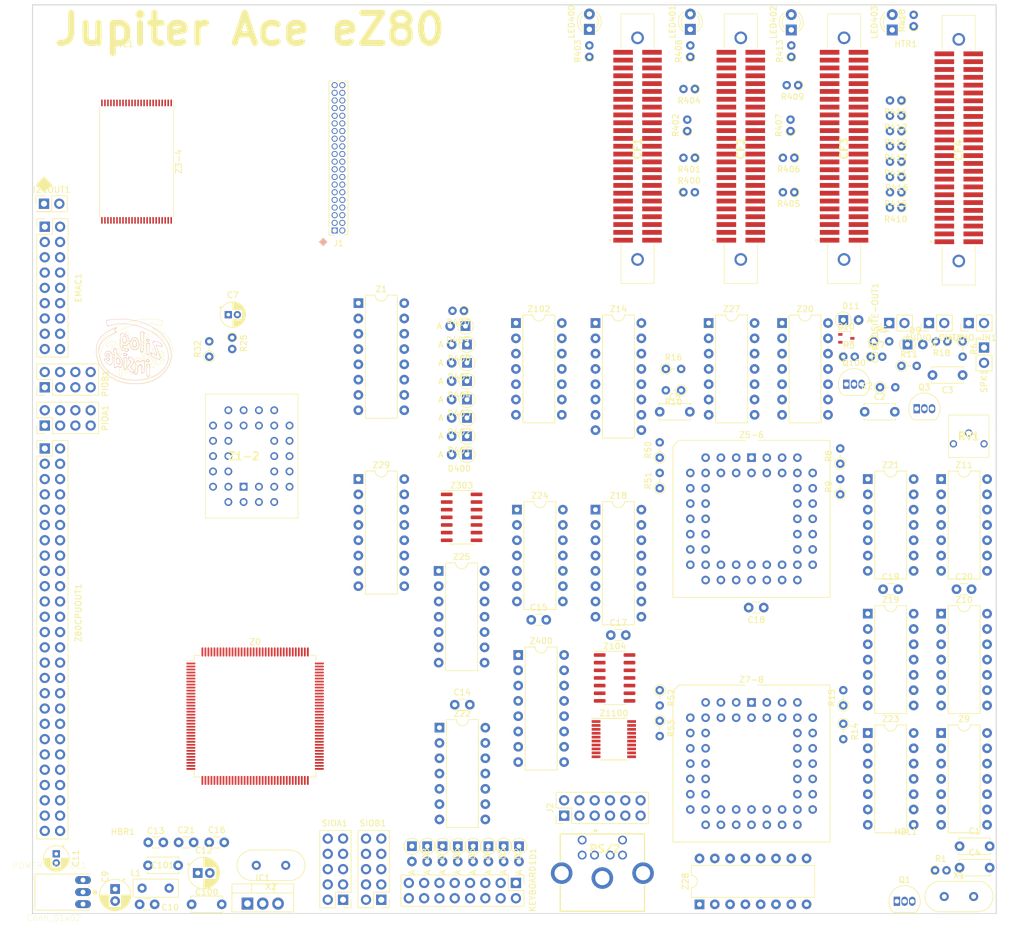
<source format=kicad_pcb>
(kicad_pcb (version 20171130) (host pcbnew "(5.1.4)-1")
  (title_block (title JupiterAceZ80) (date 2019-09-08) (rev Alpha) (company Ontobus) (comment 1 "John Bradley") (comment 2 https://creativecommons.org/licenses/by-nc-sa/4.0/) (comment 3 "Attribution-NonCommercial-ShareAlike 4.0 International License.") (comment 4 "This work is licensed under a Creative Commons "))
  (layers (0 Top signal) (31 Bottom signal) (34 B.Paste user) (35 F.Paste user) (36 B.SilkS user) (37 F.SilkS user) (38 B.Mask user) (39 F.Mask user) (44 Edge.Cuts user))
  (net 0 "")
  (net 1 "Net-(R2-Pad2)")
  (net 2 "Net-(C3-Pad2)")
  (net 3 "Net-(AUDIO-IN1-Pad1)")
  (net 4 "Net-(D3-Pad2)")
  (net 5 "Net-(D4-Pad2)")
  (net 6 "Net-(D5-Pad2)")
  (net 7 "Net-(D6-Pad2)")
  (net 8 "Net-(D7-Pad2)")
  (net 9 "Net-(D8-Pad2)")
  (net 10 "Net-(KEYBOARD1-Pad6)")
  (net 11 "Net-(KEYBOARD1-Pad10)")
  (net 12 "Net-(KEYBOARD1-Pad4)")
  (net 13 "Net-(KEYBOARD1-Pad8)")
  (net 14 "Net-(KEYBOARD1-Pad2)")
  (net 15 "Net-(KEYBOARD1-Pad16)")
  (net 16 "Net-(KEYBOARD1-Pad14)")
  (net 17 "Net-(KEYBOARD1-Pad12)")
  (net 18 +9V)
  (net 19 "Net-(AUDIO-OUT1-Pad1)")
  (net 20 +5V)
  (net 21 "Net-(D1-Pad2)")
  (net 22 "Net-(D2-Pad2)")
  (net 23 "Net-(C1-Pad1)")
  (net 24 "Net-(C2-Pad2)")
  (net 25 "Net-(C100-Pad2)")
  (net 26 "Net-(C101-Pad2)")
  (net 27 "Net-(Q3-Pad2)")
  (net 28 "Net-(Z9-Pad10)")
  (net 29 "Net-(Z9-Pad9)")
  (net 30 "Net-(Z9-Pad8)")
  (net 31 "Net-(Z10-Pad2)")
  (net 32 "Net-(Z10-Pad8)")
  (net 33 "Net-(Z11-Pad12)")
  (net 34 "Net-(Z11-Pad9)")
  (net 35 "Net-(Z11-Pad8)")
  (net 36 "Net-(Z14-Pad14)")
  (net 37 "Net-(Z19-Pad5)")
  (net 38 "Net-(Z19-Pad3)")
  (net 39 "Net-(Z20-Pad1)")
  (net 40 "Net-(Z22-Pad12)")
  (net 41 "Net-(Z22-Pad2)")
  (net 42 "Net-(Z23-Pad12)")
  (net 43 "Net-(Z24-Pad10)")
  (net 44 "Net-(Z24-Pad1)")
  (net 45 "Net-(Z27-Pad6)")
  (net 46 "Net-(Z27-Pad8)")
  (net 47 "Net-(Z27-Pad1)")
  (net 48 "Net-(Z102-Pad10)")
  (net 49 "Net-(Z102-Pad9)")
  (net 50 "Net-(Z102-Pad11)")
  (net 51 "Net-(R32-Pad2)")
  (net 52 +9Vsm)
  (net 53 "Net-(Z102-Pad1)")
  (net 54 ~RESET)
  (net 55 "Net-(COMPOSITE-OUT1-Pad1)")
  (net 56 ~INT)
  (net 57 /~HALT)
  (net 58 /~REFSH)
  (net 59 /~MREQ)
  (net 60 ~NMI)
  (net 61 /~BUSRQ)
  (net 62 /~WAIT)
  (net 63 /~BUSAK)
  (net 64 ~CPUCLK)
  (net 65 "Net-(CF1-Pad49)")
  (net 66 "Net-(CF1-Pad48)")
  (net 67 "Net-(CF1-Pad47)")
  (net 68 "Net-(CF1-Pad46)")
  (net 69 "Net-(CF1-Pad45)")
  (net 70 "Net-(CF1-Pad44)")
  (net 71 "Net-(CF1-Pad43)")
  (net 72 "Net-(CF1-Pad42)")
  (net 73 "Net-(CF1-Pad40)")
  (net 74 "Net-(CF1-Pad37)")
  (net 75 "Net-(CF1-Pad36)")
  (net 76 "Net-(CF1-Pad33)")
  (net 77 "Net-(CF1-Pad32)")
  (net 78 "Net-(CF1-Pad31)")
  (net 79 "Net-(CF1-Pad30)")
  (net 80 "Net-(CF1-Pad29)")
  (net 81 "Net-(CF1-Pad28)")
  (net 82 "Net-(CF1-Pad27)")
  (net 83 "Net-(CF1-Pad26)")
  (net 84 "Net-(CF1-Pad25)")
  (net 85 "Net-(CF1-Pad24)")
  (net 86 "Net-(CF1-Pad7)")
  (net 87 A11)
  (net 88 ~WR)
  (net 89 ~RD)
  (net 90 DA2)
  (net 91 DA1)
  (net 92 DA0)
  (net 93 A12)
  (net 94 A10)
  (net 95 DA7)
  (net 96 DA6)
  (net 97 DA5)
  (net 98 DA4)
  (net 99 DA3)
  (net 100 "Net-(CF2-Pad49)")
  (net 101 "Net-(CF2-Pad48)")
  (net 102 "Net-(CF2-Pad47)")
  (net 103 "Net-(CF2-Pad46)")
  (net 104 "Net-(CF2-Pad45)")
  (net 105 "Net-(CF2-Pad44)")
  (net 106 "Net-(CF2-Pad43)")
  (net 107 "Net-(CF2-Pad42)")
  (net 108 "Net-(CF2-Pad40)")
  (net 109 "Net-(CF2-Pad37)")
  (net 110 "Net-(CF2-Pad36)")
  (net 111 "Net-(CF2-Pad33)")
  (net 112 "Net-(CF2-Pad32)")
  (net 113 "Net-(CF2-Pad31)")
  (net 114 "Net-(CF2-Pad30)")
  (net 115 "Net-(CF2-Pad29)")
  (net 116 "Net-(CF2-Pad28)")
  (net 117 "Net-(CF2-Pad27)")
  (net 118 "Net-(CF2-Pad26)")
  (net 119 "Net-(CF2-Pad25)")
  (net 120 "Net-(CF2-Pad24)")
  (net 121 "Net-(CF2-Pad7)")
  (net 122 A8)
  (net 123 A9)
  (net 124 A13)
  (net 125 A14)
  (net 126 A15)
  (net 127 /CompositeVid/VIDEO)
  (net 128 A19)
  (net 129 A18)
  (net 130 A16)
  (net 131 A17)
  (net 132 A7)
  (net 133 A5)
  (net 134 A2)
  (net 135 A0)
  (net 136 A6)
  (net 137 A4)
  (net 138 A3)
  (net 139 A1)
  (net 140 ~IOREQ)
  (net 141 /CompositeVid/SCREENX0)
  (net 142 /CompositeVid/CNT2)
  (net 143 /CompositeVid/SCREENX1)
  (net 144 /CompositeVid/CNT1)
  (net 145 /CompositeVid/CNT0)
  (net 146 /CompositeVid/EOL)
  (net 147 /CompositeVid/SCREENX4)
  (net 148 /CompositeVid/FONTCHAR0)
  (net 149 /CompositeVid/SCREENX3)
  (net 150 /CompositeVid/FONTCHAR1)
  (net 151 /CompositeVid/SCREENX2)
  (net 152 /CompositeVid/FONTCHAR2)
  (net 153 /CompositeVid/SCREENY3)
  (net 154 /CompositeVid/SCREENY2)
  (net 155 /CompositeVid/SCREENY4)
  (net 156 /CompositeVid/SCREENY1)
  (net 157 /CompositeVid/ENDOFSCR)
  (net 158 /CompositeVid/SCREENY0)
  (net 159 /CompositeVid/SH~LD)
  (net 160 /CompositeVid/VIDEN)
  (net 161 /CompositeVid/INVERTCHAR)
  (net 162 ~CHARRAMSEL)
  (net 163 ~VIDEORAMSEL)
  (net 164 ~IOREQ&11111111B)
  (net 165 ~WE)
  (net 166 /CompositeVid/~VIDEOCLK)
  (net 167 ~IOREQ&11111110B)
  (net 168 "Net-(C4-Pad2)")
  (net 169 "Net-(C4-Pad1)")
  (net 170 "Net-(D10-Pad3)")
  (net 171 "Net-(D10-Pad2)")
  (net 172 "Net-(D11-Pad1)")
  (net 173 "Net-(R8-Pad2)")
  (net 174 "Net-(R9-Pad2)")
  (net 175 "Net-(R11-Pad2)")
  (net 176 "Net-(R14-Pad2)")
  (net 177 "Net-(R15-Pad2)")
  (net 178 "Net-(RV1-Pad3)")
  (net 179 "Net-(C5-Pad2)")
  (net 180 ~M1)
  (net 181 "Net-(R5-Pad2)")
  (net 182 "Net-(R18-Pad1)")
  (net 183 "Net-(Z23-Pad13)")
  (net 184 "Net-(Z28-Pad5)")
  (net 185 "Net-(Z28-Pad12)")
  (net 186 "Net-(Z28-Pad4)")
  (net 187 "Net-(Z28-Pad11)")
  (net 188 "Net-(Z28-Pad3)")
  (net 189 "Net-(Z28-Pad10)")
  (net 190 "Net-(Z28-Pad2)")
  (net 191 "Net-(Z28-Pad1)")
  (net 192 "Net-(Z5-6-Pad25)")
  (net 193 "Net-(Z18-Pad7)")
  (net 194 "Net-(Z18-Pad6)")
  (net 195 "Net-(Z18-Pad5)")
  (net 196 "Net-(Z18-Pad4)")
  (net 197 "Net-(Z18-Pad11)")
  (net 198 "Net-(Z18-Pad3)")
  (net 199 "Net-(Z18-Pad10)")
  (net 200 "Net-(Z18-Pad2)")
  (net 201 "Net-(Z18-Pad9)")
  (net 202 "Net-(CF3-Pad49)")
  (net 203 "Net-(CF3-Pad48)")
  (net 204 "Net-(CF3-Pad47)")
  (net 205 "Net-(CF3-Pad46)")
  (net 206 "Net-(CF3-Pad45)")
  (net 207 "Net-(CF3-Pad44)")
  (net 208 "Net-(CF3-Pad43)")
  (net 209 "Net-(CF3-Pad42)")
  (net 210 "Net-(CF3-Pad40)")
  (net 211 "Net-(CF3-Pad37)")
  (net 212 "Net-(CF3-Pad36)")
  (net 213 "Net-(CF3-Pad33)")
  (net 214 "Net-(CF3-Pad32)")
  (net 215 "Net-(CF3-Pad31)")
  (net 216 "Net-(CF3-Pad30)")
  (net 217 "Net-(CF3-Pad29)")
  (net 218 "Net-(CF3-Pad28)")
  (net 219 "Net-(CF3-Pad27)")
  (net 220 "Net-(CF3-Pad26)")
  (net 221 "Net-(CF3-Pad25)")
  (net 222 "Net-(CF3-Pad24)")
  (net 223 "Net-(CF3-Pad7)")
  (net 224 "Net-(CF4-Pad49)")
  (net 225 "Net-(CF4-Pad48)")
  (net 226 "Net-(CF4-Pad47)")
  (net 227 "Net-(CF4-Pad46)")
  (net 228 "Net-(CF4-Pad45)")
  (net 229 "Net-(CF4-Pad44)")
  (net 230 "Net-(CF4-Pad43)")
  (net 231 "Net-(CF4-Pad42)")
  (net 232 "Net-(CF4-Pad40)")
  (net 233 "Net-(CF4-Pad37)")
  (net 234 "Net-(CF4-Pad36)")
  (net 235 "Net-(CF4-Pad33)")
  (net 236 "Net-(CF4-Pad32)")
  (net 237 "Net-(CF4-Pad31)")
  (net 238 "Net-(CF4-Pad30)")
  (net 239 "Net-(CF4-Pad29)")
  (net 240 "Net-(CF4-Pad28)")
  (net 241 "Net-(CF4-Pad27)")
  (net 242 "Net-(CF4-Pad26)")
  (net 243 "Net-(CF4-Pad25)")
  (net 244 "Net-(CF4-Pad24)")
  (net 245 "Net-(CF4-Pad7)")
  (net 246 "Net-(LED400-Pad2)")
  (net 247 "Net-(LED401-Pad2)")
  (net 248 "Net-(LED402-Pad2)")
  (net 249 "Net-(LED403-Pad2)")
  (net 250 "Net-(D400-Pad1)")
  (net 251 PA4)
  (net 252 PA3)
  (net 253 PA5)
  (net 254 PA2)
  (net 255 PA6)
  (net 256 PA1)
  (net 257 PA7)
  (net 258 PA0)
  (net 259 PB4)
  (net 260 PB3)
  (net 261 PB5)
  (net 262 PB2)
  (net 263 PB6)
  (net 264 PB1)
  (net 265 PB0)
  (net 266 "Net-(PS/2-Pad6)")
  (net 267 "Net-(PS/2-Pad2)")
  (net 268 ~RTSA)
  (net 269 RxDA)
  (net 270 ~CTSA)
  (net 271 ~DCDA)
  (net 272 TxDA)
  (net 273 "Net-(SIOB1-Pad10)")
  (net 274 "Net-(SIOB1-Pad8)")
  (net 275 ~RTSB)
  (net 276 RxDB)
  (net 277 ~CTSB)
  (net 278 ~DCDB)
  (net 279 TxDB)
  (net 280 "Net-(Z0-Pad69)")
  (net 281 "Net-(Z0-Pad68)")
  (net 282 "Net-(Z102-Pad4)")
  (net 283 "Net-(Z104-Pad8)")
  (net 284 "Net-(Z20-Pad5)")
  (net 285 "Net-(Z20-Pad11)")
  (net 286 "Net-(Z20-Pad8)")
  (net 287 "Net-(Z0-Pad97)")
  (net 288 "Net-(Z0-Pad95)")
  (net 289 "Net-(Z0-Pad94)")
  (net 290 "Net-(Z0-Pad87)")
  (net 291 "Net-(Z0-Pad84)")
  (net 292 "Net-(Z0-Pad83)")
  (net 293 "Net-(Z0-Pad80)")
  (net 294 "Net-(Z0-Pad78)")
  (net 295 "Net-(Z0-Pad71)")
  (net 296 "Net-(Z0-Pad70)")
  (net 297 "Net-(Z0-Pad67)")
  (net 298 "Net-(Z0-Pad66)")
  (net 299 "Net-(Z0-Pad62)")
  (net 300 "Net-(Z0-Pad61)")
  (net 301 "Net-(Z0-Pad36)")
  (net 302 "Net-(Z0-Pad35)")
  (net 303 "Net-(Z0-Pad34)")
  (net 304 "Net-(Z0-Pad33)")
  (net 305 A23)
  (net 306 A22)
  (net 307 A21)
  (net 308 A20)
  (net 309 "Net-(Z0-Pad144)")
  (net 310 PB7)
  (net 311 MDIO)
  (net 312 CRS)
  (net 313 MDC)
  (net 314 COL)
  (net 315 RxD3)
  (net 316 TxD3)
  (net 317 RxD2)
  (net 318 TxD2)
  (net 319 RxD1)
  (net 320 TxD1)
  (net 321 RxD0)
  (net 322 TxD0)
  (net 323 Rx_DV)
  (net 324 TxEN)
  (net 325 Rx_CLK)
  (net 326 Tx_CLK)
  (net 327 Rx_ER)
  (net 328 Tx_ER)
  (net 329 I2C-Clock)
  (net 330 I2C-Data)
  (net 331 +BATT)
  (net 332 "Net-(Z3-4-Pad48)")
  (net 333 "Net-(Z3-4-Pad47)")
  (net 334 "Net-(Z3-4-Pad46)")
  (net 335 "Net-(Z3-4-Pad27)")
  (net 336 "Net-(Z3-4-Pad26)")
  (net 337 "Net-(Z3-4-Pad24)")
  (net 338 "Net-(Z3-4-Pad23)")
  (net 339 "Net-(Z3-4-Pad22)")
  (net 340 "Net-(Z3-4-Pad3)")
  (net 341 "Net-(Z3-4-Pad2)")
  (net 342 "Net-(Z3-4-Pad25)")
  (net 343 "Net-(Z3-4-Pad1)")
  (net 344 "Net-(Z5-6-Pad28)")
  (net 345 "Net-(Z5-6-Pad30)")
  (net 346 "Net-(Z5-6-Pad27)")
  (net 347 "Net-(Z5-6-Pad29)")
  (net 348 "Net-(Z5-6-Pad31)")
  (net 349 "Net-(R50-Pad2)")
  (net 350 "Net-(R51-Pad2)")
  (net 351 "Net-(R52-Pad2)")
  (net 352 "Net-(R53-Pad2)")
  (net 353 /~IOREQ&11111101B)
  (net 354 /~IOREQ&11111100B)
  (net 355 "Net-(Z5-6-Pad32)")
  (net 356 "Net-(Z5-6-Pad33)")
  (net 357 "Net-(Z5-6-Pad35)")
  (net 358 "Net-(Z7-8-Pad25)")
  (net 359 "Net-(Z7-8-Pad35)")
  (net 360 "Net-(Z29-Pad15)")
  (net 361 "Net-(Z29-Pad7)")
  (net 362 "Net-(Z29-Pad14)")
  (net 363 "Net-(Z29-Pad13)")
  (net 364 "Net-(Z29-Pad12)")
  (net 365 "Net-(Z29-Pad9)")
  (net 366 "Net-(Q100-Pad1)")
  (net 367 GND)
  (net 368 "Net-(Z1-2-Pad22)")
  (net 369 "Net-(Z104-Pad13)")
  (net 370 "Net-(Z104-Pad10)")
  (net 371 "Net-(Z104-Pad9)")
  (net 372 "Net-(Z303-Pad13)")
  (net 373 "Net-(Z303-Pad10)")
  (net 374 "Net-(Z303-Pad9)")
  (net 375 "Net-(Z1-2-Pad1)")
  (net 376 "Net-(Z1-2-Pad30)")
  (net 377 "Net-(Z1-2-Pad31)")
  (net 378 "Net-(Z5-6-Pad5)")
  (net 379 "Net-(Z5-6-Pad47)")
  (net 380 "Net-(Z7-8-Pad5)")
  (net 381 "Net-(Z7-8-Pad47)")
  (net 382 /~1&2Meg)
  (net 383 "Net-(PS/2-Pad5)")
  (net 384 "Net-(PS/2-Pad1)")
  (net 385 "Net-(SIOA1-Pad10)")
  (net 386 "Net-(SIOA1-Pad9)")
  (net 387 "Net-(SIOA1-Pad8)")
  (net 388 "Net-(SIOA1-Pad7)")
  (net 389 "Net-(SIOA1-Pad3)")
  (net 390 "Net-(SIOB1-Pad9)")
  (net 391 "Net-(SIOB1-Pad7)")
  (net 392 "Net-(SIOB1-Pad3)")
  (net 393 /~15&16Meg)
  (net 394 /~13&14Meg)
  (net 395 /~11&12Meg)
  (net 396 /~9&10Meg)
  (net 397 /~7&8Meg)
  (net 398 /~5&6Meg)
  (net 399 /~3&4Meg)
  (net 400 "/IO/PD1(HS)-SWIM")
  (net 401 "/IO/PD2(HS)-AIN3-[TIM2_CH3]")
  (net 402 "/IO/PD3-(HS)-AIN4-TIM2_CH2-ADC_ETR")
  (net 403 "/IO/PC6(HS)-SPI_MOSI-[TIM1_CH1]")
  (net 404 "/IO/PC7(HS)-SPI_MISO-[TIM1_CH2]")
  (net 405 "Net-(J2-Pad7)")
  (net 406 "/IO/PC5-(HS)-SPI_SCK-[TIM2_CH1]")
  (net 407 /IO/PC4[HS]-TIM1_CH4-CLK_CCO-AIN2-[TIM1_CH2N])
  (net 408 "/IO/PC3(HS)-TIM1_CH3-[TLI]-[TIM1_CH1N]")
  (net 409 "/IO/SPI_NSS-TIM2_CH3-(HS)PA3")
  (net 410 /IO/OSCOUT-PA2)
  (net 411 /IO/OSCIN-PA1)
  (net 412 /IO/VCAP)
  (net 413 /IO/NRST)
  (net 414 "Net-(Z102-Pad6)")
  (net 415 "Net-(Z102-Pad5)")
  (net 416 "Net-(Z19-Pad13)")
  (net 417 "Net-(Z19-Pad12)")
  (net 418 "Net-(Z19-Pad11)")
  (net 419 "Net-(Z19-Pad10)")
  (net 420 "Net-(Z19-Pad9)")
  (net 421 "Net-(Z19-Pad8)")
  (net 422 "Net-(Z22-Pad8)")
  (net 423 "Net-(Z22-Pad9)")
  (net 424 "Net-(Z22-Pad10)")
  (net 425 "Net-(Z22-Pad11)")
  (net 426 "Net-(Z23-Pad6)")
  (net 427 "Net-(Z23-Pad5)")
  (net 428 "Net-(Z23-Pad4)")
  (net 429 "Net-(Z23-Pad3)")
  (net 430 "Net-(Z23-Pad2)")
  (net 431 "Net-(Z23-Pad1)")
  (net 432 "Net-(Z25-Pad10)")
  (net 433 "Net-(Z25-Pad9)")
  (net 434 "Net-(Z25-Pad8)")
  (module Package_DIP:DIP-14_W7.62mm (layer Top) (at 164.719 148.844)
    (fp_text reference Z23 (at 3.81 -2.33) (layer F.SilkS))
    (fp_text value SN74AHCT86N)
    (pad 14 thru_hole oval (at 7.62 0) (size 1.6 1.6) (drill 0.8) (layers *.Cu *.Mask) (net 367 GND))
    (pad 7 thru_hole oval (at 0 15.24) (size 1.6 1.6) (drill 0.8) (layers *.Cu *.Mask) (net 20 +5V))
    (pad 13 thru_hole oval (at 7.62 2.54) (size 1.6 1.6) (drill 0.8) (layers *.Cu *.Mask) (net 183 "Net-(Z23-Pad13)"))
    (pad 6 thru_hole oval (at 0 12.7) (size 1.6 1.6) (drill 0.8) (layers *.Cu *.Mask) (net 426 "Net-(Z23-Pad6)"))
    (pad 12 thru_hole oval (at 7.62 5.08) (size 1.6 1.6) (drill 0.8) (layers *.Cu *.Mask) (net 42 "Net-(Z23-Pad12)"))
    (pad 5 thru_hole oval (at 0 10.16) (size 1.6 1.6) (drill 0.8) (layers *.Cu *.Mask) (net 427 "Net-(Z23-Pad5)"))
    (pad 11 thru_hole oval (at 7.62 7.62) (size 1.6 1.6) (drill 0.8) (layers *.Cu *.Mask) (net 175 "Net-(R11-Pad2)"))
    (pad 4 thru_hole oval (at 0 7.62) (size 1.6 1.6) (drill 0.8) (layers *.Cu *.Mask) (net 428 "Net-(Z23-Pad4)"))
    (pad 10 thru_hole oval (at 7.62 10.16) (size 1.6 1.6) (drill 0.8) (layers *.Cu *.Mask) (net 367 GND))
    (pad 3 thru_hole oval (at 0 5.08) (size 1.6 1.6) (drill 0.8) (layers *.Cu *.Mask) (net 429 "Net-(Z23-Pad3)"))
    (pad 9 thru_hole oval (at 7.62 12.7) (size 1.6 1.6) (drill 0.8) (layers *.Cu *.Mask) (net 169 "Net-(C4-Pad1)"))
    (pad 2 thru_hole oval (at 0 2.54) (size 1.6 1.6) (drill 0.8) (layers *.Cu *.Mask) (net 430 "Net-(Z23-Pad2)"))
    (pad 8 thru_hole oval (at 7.62 15.24) (size 1.6 1.6) (drill 0.8) (layers *.Cu *.Mask) (net 166 /CompositeVid/~VIDEOCLK))
    (pad 1 thru_hole rect (at 0 0) (size 1.6 1.6) (drill 0.8) (layers *.Cu *.Mask) (net 431 "Net-(Z23-Pad1)"))
  )
  (module Connector_PinHeader_2.54mm:PinHeader_2x01_P2.54mm_Vertical (layer Top) (at 27.94 60.96)
    (fp_text reference I2COUT1 (at 1.27 -2.33) (layer F.SilkS))
    (fp_text value Conn_02x01_Odd_Even)
    (pad 2 thru_hole oval (at 2.54 0) (size 1.7 1.7) (drill 1) (layers *.Cu *.Mask) (net 330 I2C-Data))
    (pad 1 thru_hole rect (at 0 0) (size 1.7 1.7) (drill 1) (layers *.Cu *.Mask) (net 329 I2C-Clock))
  )
  (module Connector_PinHeader_2.54mm:PinHeader_2x26_P2.54mm_Vertical (layer Top) (at 28.067 101.6)
    (fp_text reference Z80CPUOUT1 (at 5.588 27.305 90) (layer F.SilkS))
    (fp_text value Conn_02x26_Odd_Even)
    (pad 52 thru_hole oval (at 2.54 63.5) (size 1.7 1.7) (drill 1) (layers *.Cu *.Mask) (net 308 A20))
    (pad 51 thru_hole oval (at 0 63.5) (size 1.7 1.7) (drill 1) (layers *.Cu *.Mask) (net 128 A19))
    (pad 50 thru_hole oval (at 2.54 60.96) (size 1.7 1.7) (drill 1) (layers *.Cu *.Mask) (net 307 A21))
    (pad 49 thru_hole oval (at 0 60.96) (size 1.7 1.7) (drill 1) (layers *.Cu *.Mask) (net 129 A18))
    (pad 48 thru_hole oval (at 2.54 58.42) (size 1.7 1.7) (drill 1) (layers *.Cu *.Mask) (net 306 A22))
    (pad 47 thru_hole oval (at 0 58.42) (size 1.7 1.7) (drill 1) (layers *.Cu *.Mask) (net 131 A17))
    (pad 46 thru_hole oval (at 2.54 55.88) (size 1.7 1.7) (drill 1) (layers *.Cu *.Mask) (net 305 A23))
    (pad 45 thru_hole oval (at 0 55.88) (size 1.7 1.7) (drill 1) (layers *.Cu *.Mask) (net 130 A16))
    (pad 44 thru_hole oval (at 2.54 53.34) (size 1.7 1.7) (drill 1) (layers *.Cu *.Mask) (net 367 GND))
    (pad 43 thru_hole oval (at 0 53.34) (size 1.7 1.7) (drill 1) (layers *.Cu *.Mask) (net 367 GND))
    (pad 42 thru_hole oval (at 2.54 50.8) (size 1.7 1.7) (drill 1) (layers *.Cu *.Mask) (net 56 ~INT))
    (pad 41 thru_hole oval (at 0 50.8) (size 1.7 1.7) (drill 1) (layers *.Cu *.Mask) (net 367 GND))
    (pad 40 thru_hole oval (at 2.54 48.26) (size 1.7 1.7) (drill 1) (layers *.Cu *.Mask) (net 60 ~NMI))
    (pad 39 thru_hole oval (at 0 48.26) (size 1.7 1.7) (drill 1) (layers *.Cu *.Mask) (net 52 +9Vsm))
    (pad 38 thru_hole oval (at 2.54 45.72) (size 1.7 1.7) (drill 1) (layers *.Cu *.Mask) (net 57 /~HALT))
    (pad 37 thru_hole oval (at 0 45.72) (size 1.7 1.7) (drill 1) (layers *.Cu *.Mask) (net 20 +5V))
    (pad 36 thru_hole oval (at 2.54 43.18) (size 1.7 1.7) (drill 1) (layers *.Cu *.Mask) (net 59 /~MREQ))
    (pad 35 thru_hole oval (at 0 43.18) (size 1.7 1.7) (drill 1) (layers *.Cu *.Mask) (net 64 ~CPUCLK))
    (pad 34 thru_hole oval (at 2.54 40.64) (size 1.7 1.7) (drill 1) (layers *.Cu *.Mask) (net 140 ~IOREQ))
    (pad 33 thru_hole oval (at 0 40.64) (size 1.7 1.7) (drill 1) (layers *.Cu *.Mask) (net 87 A11))
    (pad 32 thru_hole oval (at 2.54 38.1) (size 1.7 1.7) (drill 1) (layers *.Cu *.Mask) (net 89 ~RD))
    (pad 31 thru_hole oval (at 0 38.1) (size 1.7 1.7) (drill 1) (layers *.Cu *.Mask) (net 93 A12))
    (pad 30 thru_hole oval (at 2.54 35.56) (size 1.7 1.7) (drill 1) (layers *.Cu *.Mask) (net 88 ~WR))
    (pad 29 thru_hole oval (at 0 35.56) (size 1.7 1.7) (drill 1) (layers *.Cu *.Mask) (net 124 A13))
    (pad 28 thru_hole oval (at 2.54 33.02) (size 1.7 1.7) (drill 1) (layers *.Cu *.Mask) (net 63 /~BUSAK))
    (pad 27 thru_hole oval (at 0 33.02) (size 1.7 1.7) (drill 1) (layers *.Cu *.Mask) (net 125 A14))
    (pad 26 thru_hole oval (at 2.54 30.48) (size 1.7 1.7) (drill 1) (layers *.Cu *.Mask) (net 62 /~WAIT))
    (pad 25 thru_hole oval (at 0 30.48) (size 1.7 1.7) (drill 1) (layers *.Cu *.Mask) (net 126 A15))
    (pad 24 thru_hole oval (at 2.54 27.94) (size 1.7 1.7) (drill 1) (layers *.Cu *.Mask) (net 61 /~BUSRQ))
    (pad 23 thru_hole oval (at 0 27.94) (size 1.7 1.7) (drill 1) (layers *.Cu *.Mask) (net 98 DA4))
    (pad 22 thru_hole oval (at 2.54 25.4) (size 1.7 1.7) (drill 1) (layers *.Cu *.Mask) (net 54 ~RESET))
    (pad 21 thru_hole oval (at 0 25.4) (size 1.7 1.7) (drill 1) (layers *.Cu *.Mask) (net 99 DA3))
    (pad 20 thru_hole oval (at 2.54 22.86) (size 1.7 1.7) (drill 1) (layers *.Cu *.Mask) (net 180 ~M1))
    (pad 19 thru_hole oval (at 0 22.86) (size 1.7 1.7) (drill 1) (layers *.Cu *.Mask) (net 97 DA5))
    (pad 18 thru_hole oval (at 2.54 20.32) (size 1.7 1.7) (drill 1) (layers *.Cu *.Mask) (net 58 /~REFSH))
    (pad 17 thru_hole oval (at 0 20.32) (size 1.7 1.7) (drill 1) (layers *.Cu *.Mask) (net 134 A2))
    (pad 16 thru_hole oval (at 2.54 17.78) (size 1.7 1.7) (drill 1) (layers *.Cu *.Mask) (net 136 A6))
    (pad 15 thru_hole oval (at 0 17.78) (size 1.7 1.7) (drill 1) (layers *.Cu *.Mask) (net 94 A10))
    (pad 14 thru_hole oval (at 2.54 15.24) (size 1.7 1.7) (drill 1) (layers *.Cu *.Mask) (net 133 A5))
    (pad 13 thru_hole oval (at 0 15.24) (size 1.7 1.7) (drill 1) (layers *.Cu *.Mask) (net 123 A9))
    (pad 12 thru_hole oval (at 2.54 12.7) (size 1.7 1.7) (drill 1) (layers *.Cu *.Mask) (net 137 A4))
    (pad 11 thru_hole oval (at 0 12.7) (size 1.7 1.7) (drill 1) (layers *.Cu *.Mask) (net 122 A8))
    (pad 10 thru_hole oval (at 2.54 10.16) (size 1.7 1.7) (drill 1) (layers *.Cu *.Mask) (net 138 A3))
    (pad 9 thru_hole oval (at 0 10.16) (size 1.7 1.7) (drill 1) (layers *.Cu *.Mask) (net 132 A7))
    (pad 8 thru_hole oval (at 2.54 7.62) (size 1.7 1.7) (drill 1) (layers *.Cu *.Mask) (net 139 A1))
    (pad 7 thru_hole oval (at 0 7.62) (size 1.7 1.7) (drill 1) (layers *.Cu *.Mask) (net 135 A0))
    (pad 6 thru_hole oval (at 2.54 5.08) (size 1.7 1.7) (drill 1) (layers *.Cu *.Mask) (net 92 DA0))
    (pad 5 thru_hole oval (at 0 5.08) (size 1.7 1.7) (drill 1) (layers *.Cu *.Mask) (net 91 DA1))
    (pad 4 thru_hole oval (at 2.54 2.54) (size 1.7 1.7) (drill 1) (layers *.Cu *.Mask) (net 90 DA2))
    (pad 3 thru_hole oval (at 0 2.54) (size 1.7 1.7) (drill 1) (layers *.Cu *.Mask) (net 96 DA6))
    (pad 2 thru_hole oval (at 2.54 0) (size 1.7 1.7) (drill 1) (layers *.Cu *.Mask) (net 95 DA7))
    (pad 1 thru_hole rect (at 0 0) (size 1.7 1.7) (drill 1) (layers *.Cu *.Mask) (net 165 ~WE))
  )
  (module Connector_PinHeader_2.54mm:PinHeader_2x06_P2.54mm_Vertical (layer Top) (at 114.3 162.56 90)
    (fp_text reference J2 (at 1.27 -2.33 90) (layer F.SilkS))
    (fp_text value Conn_02x06_Counter_Clockwise)
    (pad 12 thru_hole oval (at 2.54 12.7 90) (size 1.7 1.7) (drill 1) (layers *.Cu *.Mask) (net 400 "/IO/PD1(HS)-SWIM"))
    (pad 11 thru_hole oval (at 0 12.7 90) (size 1.7 1.7) (drill 1) (layers *.Cu *.Mask) (net 401 "/IO/PD2(HS)-AIN3-[TIM2_CH3]"))
    (pad 10 thru_hole oval (at 2.54 10.16 90) (size 1.7 1.7) (drill 1) (layers *.Cu *.Mask) (net 402 "/IO/PD3-(HS)-AIN4-TIM2_CH2-ADC_ETR"))
    (pad 9 thru_hole oval (at 0 10.16 90) (size 1.7 1.7) (drill 1) (layers *.Cu *.Mask) (net 403 "/IO/PC6(HS)-SPI_MOSI-[TIM1_CH1]"))
    (pad 8 thru_hole oval (at 2.54 7.62 90) (size 1.7 1.7) (drill 1) (layers *.Cu *.Mask) (net 404 "/IO/PC7(HS)-SPI_MISO-[TIM1_CH2]"))
    (pad 7 thru_hole oval (at 0 7.62 90) (size 1.7 1.7) (drill 1) (layers *.Cu *.Mask) (net 405 "Net-(J2-Pad7)"))
    (pad 6 thru_hole oval (at 2.54 5.08 90) (size 1.7 1.7) (drill 1) (layers *.Cu *.Mask) (net 406 "/IO/PC5-(HS)-SPI_SCK-[TIM2_CH1]"))
    (pad 5 thru_hole oval (at 0 5.08 90) (size 1.7 1.7) (drill 1) (layers *.Cu *.Mask) (net 407 /IO/PC4[HS]-TIM1_CH4-CLK_CCO-AIN2-[TIM1_CH2N]))
    (pad 4 thru_hole oval (at 2.54 2.54 90) (size 1.7 1.7) (drill 1) (layers *.Cu *.Mask) (net 408 "/IO/PC3(HS)-TIM1_CH3-[TLI]-[TIM1_CH1N]"))
    (pad 3 thru_hole oval (at 0 2.54 90) (size 1.7 1.7) (drill 1) (layers *.Cu *.Mask) (net 409 "/IO/SPI_NSS-TIM2_CH3-(HS)PA3"))
    (pad 2 thru_hole oval (at 2.54 0 90) (size 1.7 1.7) (drill 1) (layers *.Cu *.Mask) (net 410 /IO/OSCOUT-PA2))
    (pad 1 thru_hole rect (at 0 0 90) (size 1.7 1.7) (drill 1) (layers *.Cu *.Mask) (net 411 /IO/OSCIN-PA1))
  )
  (module Package_SO:TSSOP-20_4.4x6.5mm_P0.65mm (layer Top) (at 122.555 149.86)
    (fp_text reference Z1100 (at 0 -4.3) (layer F.SilkS))
    (fp_text value STM8S003F3P)
    (pad 20 smd rect (at 2.95 -2.925) (size 1.45 0.45) (layers Top F.Paste F.Mask) (net 402 "/IO/PD3-(HS)-AIN4-TIM2_CH2-ADC_ETR"))
    (pad 19 smd rect (at 2.95 -2.275) (size 1.45 0.45) (layers Top F.Paste F.Mask) (net 401 "/IO/PD2(HS)-AIN3-[TIM2_CH3]"))
    (pad 18 smd rect (at 2.95 -1.625) (size 1.45 0.45) (layers Top F.Paste F.Mask) (net 400 "/IO/PD1(HS)-SWIM"))
    (pad 17 smd rect (at 2.95 -0.975) (size 1.45 0.45) (layers Top F.Paste F.Mask) (net 404 "/IO/PC7(HS)-SPI_MISO-[TIM1_CH2]"))
    (pad 16 smd rect (at 2.95 -0.325) (size 1.45 0.45) (layers Top F.Paste F.Mask) (net 403 "/IO/PC6(HS)-SPI_MOSI-[TIM1_CH1]"))
    (pad 15 smd rect (at 2.95 0.325) (size 1.45 0.45) (layers Top F.Paste F.Mask) (net 406 "/IO/PC5-(HS)-SPI_SCK-[TIM2_CH1]"))
    (pad 14 smd rect (at 2.95 0.975) (size 1.45 0.45) (layers Top F.Paste F.Mask) (net 407 /IO/PC4[HS]-TIM1_CH4-CLK_CCO-AIN2-[TIM1_CH2N]))
    (pad 13 smd rect (at 2.95 1.625) (size 1.45 0.45) (layers Top F.Paste F.Mask) (net 408 "/IO/PC3(HS)-TIM1_CH3-[TLI]-[TIM1_CH1N]"))
    (pad 12 smd rect (at 2.95 2.275) (size 1.45 0.45) (layers Top F.Paste F.Mask) (net 329 I2C-Clock))
    (pad 11 smd rect (at 2.95 2.925) (size 1.45 0.45) (layers Top F.Paste F.Mask) (net 330 I2C-Data))
    (pad 10 smd rect (at -2.95 2.925) (size 1.45 0.45) (layers Top F.Paste F.Mask) (net 409 "/IO/SPI_NSS-TIM2_CH3-(HS)PA3"))
    (pad 9 smd rect (at -2.95 2.275) (size 1.45 0.45) (layers Top F.Paste F.Mask) (net 20 +5V))
    (pad 8 smd rect (at -2.95 1.625) (size 1.45 0.45) (layers Top F.Paste F.Mask) (net 412 /IO/VCAP))
    (pad 7 smd rect (at -2.95 0.975) (size 1.45 0.45) (layers Top F.Paste F.Mask) (net 367 GND))
    (pad 6 smd rect (at -2.95 0.325) (size 1.45 0.45) (layers Top F.Paste F.Mask) (net 410 /IO/OSCOUT-PA2))
    (pad 5 smd rect (at -2.95 -0.325) (size 1.45 0.45) (layers Top F.Paste F.Mask) (net 411 /IO/OSCIN-PA1))
    (pad 4 smd rect (at -2.95 -0.975) (size 1.45 0.45) (layers Top F.Paste F.Mask) (net 413 /IO/NRST))
    (pad 3 smd rect (at -2.95 -1.625) (size 1.45 0.45) (layers Top F.Paste F.Mask) (net 384 "Net-(PS/2-Pad1)"))
    (pad 2 smd rect (at -2.95 -2.275) (size 1.45 0.45) (layers Top F.Paste F.Mask) (net 384 "Net-(PS/2-Pad1)"))
    (pad 1 smd rect (at -2.95 -2.925) (size 1.45 0.45) (layers Top F.Paste F.Mask) (net 383 "Net-(PS/2-Pad5)"))
  )
  (module Connector_PinSocket_1.27mm:PinSocket_2x20_P1.27mm_Vertical (layer Top) (at 76.2 65.405 180)
    (fp_text reference J1 (at -0.635 -2.135) (layer F.SilkS))
    (fp_text value Connector_Generic:Conn_02x20_Odd_Even)
    (pad 40 thru_hole oval (at -1.27 24.13 180) (size 1 1) (drill 0.7) (layers *.Cu *.Mask) (net 128 A19))
    (pad 39 thru_hole oval (at 0 24.13 180) (size 1 1) (drill 0.7) (layers *.Cu *.Mask) (net 367 GND))
    (pad 38 thru_hole oval (at -1.27 22.86 180) (size 1 1) (drill 0.7) (layers *.Cu *.Mask) (net 308 A20))
    (pad 37 thru_hole oval (at 0 22.86 180) (size 1 1) (drill 0.7) (layers *.Cu *.Mask) (net 129 A18))
    (pad 36 thru_hole oval (at -1.27 21.59 180) (size 1 1) (drill 0.7) (layers *.Cu *.Mask) (net 393 /~15&16Meg))
    (pad 35 thru_hole oval (at 0 21.59 180) (size 1 1) (drill 0.7) (layers *.Cu *.Mask) (net 131 A17))
    (pad 34 thru_hole oval (at -1.27 20.32 180) (size 1 1) (drill 0.7) (layers *.Cu *.Mask) (net 394 /~13&14Meg))
    (pad 33 thru_hole oval (at 0 20.32 180) (size 1 1) (drill 0.7) (layers *.Cu *.Mask) (net 130 A16))
    (pad 32 thru_hole oval (at -1.27 19.05 180) (size 1 1) (drill 0.7) (layers *.Cu *.Mask) (net 395 /~11&12Meg))
    (pad 31 thru_hole oval (at 0 19.05 180) (size 1 1) (drill 0.7) (layers *.Cu *.Mask) (net 126 A15))
    (pad 30 thru_hole oval (at -1.27 17.78 180) (size 1 1) (drill 0.7) (layers *.Cu *.Mask) (net 396 /~9&10Meg))
    (pad 29 thru_hole oval (at 0 17.78 180) (size 1 1) (drill 0.7) (layers *.Cu *.Mask) (net 125 A14))
    (pad 28 thru_hole oval (at -1.27 16.51 180) (size 1 1) (drill 0.7) (layers *.Cu *.Mask) (net 397 /~7&8Meg))
    (pad 27 thru_hole oval (at 0 16.51 180) (size 1 1) (drill 0.7) (layers *.Cu *.Mask) (net 124 A13))
    (pad 26 thru_hole oval (at -1.27 15.24 180) (size 1 1) (drill 0.7) (layers *.Cu *.Mask) (net 398 /~5&6Meg))
    (pad 25 thru_hole oval (at 0 15.24 180) (size 1 1) (drill 0.7) (layers *.Cu *.Mask) (net 93 A12))
    (pad 24 thru_hole oval (at -1.27 13.97 180) (size 1 1) (drill 0.7) (layers *.Cu *.Mask) (net 399 /~3&4Meg))
    (pad 23 thru_hole oval (at 0 13.97 180) (size 1 1) (drill 0.7) (layers *.Cu *.Mask) (net 87 A11))
    (pad 22 thru_hole oval (at -1.27 12.7 180) (size 1 1) (drill 0.7) (layers *.Cu *.Mask) (net 88 ~WR))
    (pad 21 thru_hole oval (at 0 12.7 180) (size 1 1) (drill 0.7) (layers *.Cu *.Mask) (net 94 A10))
    (pad 20 thru_hole oval (at -1.27 11.43 180) (size 1 1) (drill 0.7) (layers *.Cu *.Mask) (net 89 ~RD))
    (pad 19 thru_hole oval (at 0 11.43 180) (size 1 1) (drill 0.7) (layers *.Cu *.Mask) (net 123 A9))
    (pad 18 thru_hole oval (at -1.27 10.16 180) (size 1 1) (drill 0.7) (layers *.Cu *.Mask) (net 95 DA7))
    (pad 17 thru_hole oval (at 0 10.16 180) (size 1 1) (drill 0.7) (layers *.Cu *.Mask) (net 122 A8))
    (pad 16 thru_hole oval (at -1.27 8.89 180) (size 1 1) (drill 0.7) (layers *.Cu *.Mask) (net 96 DA6))
    (pad 15 thru_hole oval (at 0 8.89 180) (size 1 1) (drill 0.7) (layers *.Cu *.Mask) (net 132 A7))
    (pad 14 thru_hole oval (at -1.27 7.62 180) (size 1 1) (drill 0.7) (layers *.Cu *.Mask) (net 97 DA5))
    (pad 13 thru_hole oval (at 0 7.62 180) (size 1 1) (drill 0.7) (layers *.Cu *.Mask) (net 136 A6))
    (pad 12 thru_hole oval (at -1.27 6.35 180) (size 1 1) (drill 0.7) (layers *.Cu *.Mask) (net 98 DA4))
    (pad 11 thru_hole oval (at 0 6.35 180) (size 1 1) (drill 0.7) (layers *.Cu *.Mask) (net 133 A5))
    (pad 10 thru_hole oval (at -1.27 5.08 180) (size 1 1) (drill 0.7) (layers *.Cu *.Mask) (net 99 DA3))
    (pad 9 thru_hole oval (at 0 5.08 180) (size 1 1) (drill 0.7) (layers *.Cu *.Mask) (net 137 A4))
    (pad 8 thru_hole oval (at -1.27 3.81 180) (size 1 1) (drill 0.7) (layers *.Cu *.Mask) (net 90 DA2))
    (pad 7 thru_hole oval (at 0 3.81 180) (size 1 1) (drill 0.7) (layers *.Cu *.Mask) (net 138 A3))
    (pad 6 thru_hole oval (at -1.27 2.54 180) (size 1 1) (drill 0.7) (layers *.Cu *.Mask) (net 91 DA1))
    (pad 5 thru_hole oval (at 0 2.54 180) (size 1 1) (drill 0.7) (layers *.Cu *.Mask) (net 134 A2))
    (pad 4 thru_hole oval (at -1.27 1.27 180) (size 1 1) (drill 0.7) (layers *.Cu *.Mask) (net 92 DA0))
    (pad 3 thru_hole oval (at 0 1.27 180) (size 1 1) (drill 0.7) (layers *.Cu *.Mask) (net 139 A1))
    (pad 2 thru_hole oval (at -1.27 0 180) (size 1 1) (drill 0.7) (layers *.Cu *.Mask) (net 20 +5V))
    (pad 1 thru_hole rect (at 0 0 180) (size 1 1) (drill 0.7) (layers *.Cu *.Mask) (net 135 A0))
  )
  (module Package_DIP:DIP-16_W7.62mm (layer Top) (at 80.137 77.47)
    (fp_text reference Z1 (at 3.81 -2.33) (layer F.SilkS))
    (fp_text value SN74AHCT138N)
    (pad 1 thru_hole rect (at 0 0) (size 1.6 1.6) (drill 0.8) (layers *.Cu *.Mask) (net 307 A21))
    (pad 9 thru_hole oval (at 7.62 17.78) (size 1.6 1.6) (drill 0.8) (layers *.Cu *.Mask) (net 394 /~13&14Meg))
    (pad 2 thru_hole oval (at 0 2.54) (size 1.6 1.6) (drill 0.8) (layers *.Cu *.Mask) (net 306 A22))
    (pad 10 thru_hole oval (at 7.62 15.24) (size 1.6 1.6) (drill 0.8) (layers *.Cu *.Mask) (net 395 /~11&12Meg))
    (pad 3 thru_hole oval (at 0 5.08) (size 1.6 1.6) (drill 0.8) (layers *.Cu *.Mask) (net 305 A23))
    (pad 11 thru_hole oval (at 7.62 12.7) (size 1.6 1.6) (drill 0.8) (layers *.Cu *.Mask) (net 396 /~9&10Meg))
    (pad 4 thru_hole oval (at 0 7.62) (size 1.6 1.6) (drill 0.8) (layers *.Cu *.Mask) (net 59 /~MREQ))
    (pad 12 thru_hole oval (at 7.62 10.16) (size 1.6 1.6) (drill 0.8) (layers *.Cu *.Mask) (net 397 /~7&8Meg))
    (pad 5 thru_hole oval (at 0 10.16) (size 1.6 1.6) (drill 0.8) (layers *.Cu *.Mask) (net 59 /~MREQ))
    (pad 13 thru_hole oval (at 7.62 7.62) (size 1.6 1.6) (drill 0.8) (layers *.Cu *.Mask) (net 398 /~5&6Meg))
    (pad 6 thru_hole oval (at 0 12.7) (size 1.6 1.6) (drill 0.8) (layers *.Cu *.Mask) (net 20 +5V))
    (pad 14 thru_hole oval (at 7.62 5.08) (size 1.6 1.6) (drill 0.8) (layers *.Cu *.Mask) (net 399 /~3&4Meg))
    (pad 7 thru_hole oval (at 0 15.24) (size 1.6 1.6) (drill 0.8) (layers *.Cu *.Mask) (net 393 /~15&16Meg))
    (pad 15 thru_hole oval (at 7.62 2.54) (size 1.6 1.6) (drill 0.8) (layers *.Cu *.Mask) (net 382 /~1&2Meg))
    (pad 8 thru_hole oval (at 0 17.78) (size 1.6 1.6) (drill 0.8) (layers *.Cu *.Mask) (net 367 GND))
    (pad 16 thru_hole oval (at 7.62 0) (size 1.6 1.6) (drill 0.8) (layers *.Cu *.Mask) (net 20 +5V))
  )
  (module Diode_THT:D_DO-35_SOD27_P2.54mm_Vertical_AnodeUp (layer Top) (at 97.917 81.28 180)
    (fp_text reference D409 (at 1.27 -2.326371) (layer F.SilkS))
    (fp_text value 1N4148)
    (fp_text user A (at 4.34 0) (layer F.SilkS))
    (pad 2 thru_hole oval (at 2.54 0 180) (size 1.6 1.6) (drill 0.8) (layers *.Cu *.Mask) (net 382 /~1&2Meg))
    (pad 1 thru_hole rect (at 0 0 180) (size 1.6 1.6) (drill 0.8) (layers *.Cu *.Mask) (net 250 "Net-(D400-Pad1)"))
  )
  (module Diode_THT:D_DO-35_SOD27_P2.54mm_Vertical_AnodeUp (layer Top) (at 160.655 80.264)
    (fp_text reference D11 (at 1.27 -2.326371) (layer F.SilkS))
    (fp_text value 1N4148)
    (fp_text user A (at 4.34 0) (layer F.SilkS))
    (pad 2 thru_hole oval (at 2.54 0) (size 1.6 1.6) (drill 0.8) (layers *.Cu *.Mask) (net 127 /CompositeVid/VIDEO))
    (pad 1 thru_hole rect (at 0 0) (size 1.6 1.6) (drill 0.8) (layers *.Cu *.Mask) (net 172 "Net-(D11-Pad1)"))
  )
  (module Package_LCC:PLCC-32_THT_Socket_11.4x14.0mm_P1.27mm (layer Top) (at 61.087 102.87 180)
    (fp_text reference Z1-2 (at 0 0) (layer F.SilkS) (effects (font (size 1.27 1.27) (thickness 0.254))))
    (fp_text value SST39SF010-LCC hide)
    (pad 32 thru_hole circle (at 0 -7.62 180) (size 1.3 1.3) (drill 0.8) (layers *.Cu *.Mask) (net 20 +5V))
    (pad 31 thru_hole circle (at 2.54 -5.08 180) (size 1.3 1.3) (drill 0.8) (layers *.Cu *.Mask) (net 377 "Net-(Z1-2-Pad31)"))
    (pad 30 thru_hole circle (at 2.54 -7.62 180) (size 1.3 1.3) (drill 0.8) (layers *.Cu *.Mask) (net 376 "Net-(Z1-2-Pad30)"))
    (pad 29 thru_hole circle (at 5.08 -5.08 180) (size 1.3 1.3) (drill 0.8) (layers *.Cu *.Mask) (net 125 A14))
    (pad 28 thru_hole circle (at 2.54 -2.54 180) (size 1.3 1.3) (drill 0.8) (layers *.Cu *.Mask) (net 124 A13))
    (pad 27 thru_hole circle (at 5.08 -2.54 180) (size 1.3 1.3) (drill 0.8) (layers *.Cu *.Mask) (net 122 A8))
    (pad 26 thru_hole circle (at 2.54 0 180) (size 1.3 1.3) (drill 0.8) (layers *.Cu *.Mask) (net 123 A9))
    (pad 25 thru_hole circle (at 5.08 0 180) (size 1.3 1.3) (drill 0.8) (layers *.Cu *.Mask) (net 87 A11))
    (pad 24 thru_hole circle (at 2.54 2.54 180) (size 1.3 1.3) (drill 0.8) (layers *.Cu *.Mask) (net 368 "Net-(Z1-2-Pad22)"))
    (pad 23 thru_hole circle (at 5.08 2.54 180) (size 1.3 1.3) (drill 0.8) (layers *.Cu *.Mask) (net 94 A10))
    (pad 22 thru_hole circle (at 2.54 5.08 180) (size 1.3 1.3) (drill 0.8) (layers *.Cu *.Mask) (net 368 "Net-(Z1-2-Pad22)"))
    (pad 21 thru_hole circle (at 5.08 5.08 180) (size 1.3 1.3) (drill 0.8) (layers *.Cu *.Mask) (net 95 DA7))
    (pad 20 thru_hole circle (at 2.54 7.62 180) (size 1.3 1.3) (drill 0.8) (layers *.Cu *.Mask) (net 96 DA6))
    (pad 19 thru_hole circle (at 0 5.08 180) (size 1.3 1.3) (drill 0.8) (layers *.Cu *.Mask) (net 97 DA5))
    (pad 18 thru_hole circle (at 0 7.62 180) (size 1.3 1.3) (drill 0.8) (layers *.Cu *.Mask) (net 98 DA4))
    (pad 17 thru_hole circle (at -2.54 5.08 180) (size 1.3 1.3) (drill 0.8) (layers *.Cu *.Mask) (net 99 DA3))
    (pad 16 thru_hole circle (at -2.54 7.62 180) (size 1.3 1.3) (drill 0.8) (layers *.Cu *.Mask) (net 367 GND))
    (pad 15 thru_hole circle (at -5.08 5.08 180) (size 1.3 1.3) (drill 0.8) (layers *.Cu *.Mask) (net 90 DA2))
    (pad 14 thru_hole circle (at -5.08 7.62 180) (size 1.3 1.3) (drill 0.8) (layers *.Cu *.Mask) (net 91 DA1))
    (pad 13 thru_hole circle (at -7.62 5.08 180) (size 1.3 1.3) (drill 0.8) (layers *.Cu *.Mask) (net 92 DA0))
    (pad 12 thru_hole circle (at -5.08 2.54 180) (size 1.3 1.3) (drill 0.8) (layers *.Cu *.Mask) (net 135 A0))
    (pad 11 thru_hole circle (at -7.62 2.54 180) (size 1.3 1.3) (drill 0.8) (layers *.Cu *.Mask) (net 139 A1))
    (pad 10 thru_hole circle (at -5.08 0 180) (size 1.3 1.3) (drill 0.8) (layers *.Cu *.Mask) (net 134 A2))
    (pad 9 thru_hole circle (at -7.62 0 180) (size 1.3 1.3) (drill 0.8) (layers *.Cu *.Mask) (net 138 A3))
    (pad 8 thru_hole circle (at -5.08 -2.54 180) (size 1.3 1.3) (drill 0.8) (layers *.Cu *.Mask) (net 137 A4))
    (pad 7 thru_hole circle (at -7.62 -2.54 180) (size 1.3 1.3) (drill 0.8) (layers *.Cu *.Mask) (net 133 A5))
    (pad 6 thru_hole circle (at -5.08 -5.08 180) (size 1.3 1.3) (drill 0.8) (layers *.Cu *.Mask) (net 136 A6))
    (pad 5 thru_hole circle (at -7.62 -5.08 180) (size 1.3 1.3) (drill 0.8) (layers *.Cu *.Mask) (net 132 A7))
    (pad 4 thru_hole circle (at -5.08 -7.62 180) (size 1.3 1.3) (drill 0.8) (layers *.Cu *.Mask) (net 93 A12))
    (pad 3 thru_hole circle (at -2.54 -5.08 180) (size 1.3 1.3) (drill 0.8) (layers *.Cu *.Mask) (net 126 A15))
    (pad 2 thru_hole circle (at -2.54 -7.62 180) (size 1.3 1.3) (drill 0.8) (layers *.Cu *.Mask) (net 130 A16))
    (pad 1 thru_hole rect (at 0 -5.08 180) (size 1.3 1.3) (drill 0.8) (layers *.Cu *.Mask) (net 375 "Net-(Z1-2-Pad1)"))
  )
  (module Package_SO:SOIC-14_3.9x8.7mm_P1.27mm (layer Top) (at 97.282 113.03)
    (fp_text reference Z303 (at 0 -5.28) (layer F.SilkS))
    (fp_text value SN74AHCT30N)
    (pad 14 smd roundrect (at 2.475 -3.81) (size 1.95 0.6) (layers Top F.Paste F.Mask))
    (pad 13 smd roundrect (at 2.475 -2.54) (size 1.95 0.6) (layers Top F.Paste F.Mask) (net 372 "Net-(Z303-Pad13)"))
    (pad 12 smd roundrect (at 2.475 -1.27) (size 1.95 0.6) (layers Top F.Paste F.Mask) (net 361 "Net-(Z29-Pad7)"))
    (pad 11 smd roundrect (at 2.475 0) (size 1.95 0.6) (layers Top F.Paste F.Mask) (net 365 "Net-(Z29-Pad9)"))
    (pad 10 smd roundrect (at 2.475 1.27) (size 1.95 0.6) (layers Top F.Paste F.Mask) (net 373 "Net-(Z303-Pad10)"))
    (pad 9 smd roundrect (at 2.475 2.54) (size 1.95 0.6) (layers Top F.Paste F.Mask) (net 374 "Net-(Z303-Pad9)"))
    (pad 8 smd roundrect (at 2.475 3.81) (size 1.95 0.6) (layers Top F.Paste F.Mask) (net 53 "Net-(Z102-Pad1)"))
    (pad 7 smd roundrect (at -2.475 3.81) (size 1.95 0.6) (layers Top F.Paste F.Mask))
    (pad 6 smd roundrect (at -2.475 2.54) (size 1.95 0.6) (layers Top F.Paste F.Mask) (net 364 "Net-(Z29-Pad12)"))
    (pad 5 smd roundrect (at -2.475 1.27) (size 1.95 0.6) (layers Top F.Paste F.Mask) (net 363 "Net-(Z29-Pad13)"))
    (pad 4 smd roundrect (at -2.475 0) (size 1.95 0.6) (layers Top F.Paste F.Mask) (net 362 "Net-(Z29-Pad14)"))
    (pad 3 smd roundrect (at -2.475 -1.27) (size 1.95 0.6) (layers Top F.Paste F.Mask) (net 360 "Net-(Z29-Pad15)"))
    (pad 2 smd roundrect (at -2.475 -2.54) (size 1.95 0.6) (layers Top F.Paste F.Mask) (net 20 +5V))
    (pad 1 smd roundrect (at -2.475 -3.81) (size 1.95 0.6) (layers Top F.Paste F.Mask) (net 20 +5V))
  )
  (module Package_SO:SOIC-14_3.9x8.7mm_P1.27mm (layer Top) (at 122.682 139.7)
    (fp_text reference Z104 (at 0 -5.28) (layer F.SilkS))
    (fp_text value SN74AHCT30N)
    (pad 14 smd roundrect (at 2.475 -3.81) (size 1.95 0.6) (layers Top F.Paste F.Mask) (net 367 GND))
    (pad 13 smd roundrect (at 2.475 -2.54) (size 1.95 0.6) (layers Top F.Paste F.Mask) (net 369 "Net-(Z104-Pad13)"))
    (pad 12 smd roundrect (at 2.475 -1.27) (size 1.95 0.6) (layers Top F.Paste F.Mask) (net 132 A7))
    (pad 11 smd roundrect (at 2.475 0) (size 1.95 0.6) (layers Top F.Paste F.Mask) (net 136 A6))
    (pad 10 smd roundrect (at 2.475 1.27) (size 1.95 0.6) (layers Top F.Paste F.Mask) (net 370 "Net-(Z104-Pad10)"))
    (pad 9 smd roundrect (at 2.475 2.54) (size 1.95 0.6) (layers Top F.Paste F.Mask) (net 371 "Net-(Z104-Pad9)"))
    (pad 8 smd roundrect (at 2.475 3.81) (size 1.95 0.6) (layers Top F.Paste F.Mask) (net 283 "Net-(Z104-Pad8)"))
    (pad 7 smd roundrect (at -2.475 3.81) (size 1.95 0.6) (layers Top F.Paste F.Mask) (net 20 +5V))
    (pad 6 smd roundrect (at -2.475 2.54) (size 1.95 0.6) (layers Top F.Paste F.Mask) (net 133 A5))
    (pad 5 smd roundrect (at -2.475 1.27) (size 1.95 0.6) (layers Top F.Paste F.Mask) (net 137 A4))
    (pad 4 smd roundrect (at -2.475 0) (size 1.95 0.6) (layers Top F.Paste F.Mask) (net 138 A3))
    (pad 3 smd roundrect (at -2.475 -1.27) (size 1.95 0.6) (layers Top F.Paste F.Mask) (net 134 A2))
    (pad 2 smd roundrect (at -2.475 -2.54) (size 1.95 0.6) (layers Top F.Paste F.Mask) (net 282 "Net-(Z102-Pad4)"))
    (pad 1 smd roundrect (at -2.475 -3.81) (size 1.95 0.6) (layers Top F.Paste F.Mask) (net 282 "Net-(Z102-Pad4)"))
  )
  (module Package_TO_SOT_THT:TO-92_Inline (layer Top) (at 161.163 90.932)
    (fp_text reference Q100 (at 1.27 -3.56) (layer F.SilkS))
    (fp_text value 2N3904)
    (pad 1 thru_hole rect (at 0 0) (size 1.05 1.5) (drill 0.75) (layers *.Cu *.Mask) (net 366 "Net-(Q100-Pad1)"))
    (pad 3 thru_hole oval (at 2.54 0) (size 1.05 1.5) (drill 0.75) (layers *.Cu *.Mask) (net 20 +5V))
    (pad 2 thru_hole oval (at 1.27 0) (size 1.05 1.5) (drill 0.75) (layers *.Cu *.Mask) (net 127 /CompositeVid/VIDEO))
  )
  (module SamacSys_Parts:KEMET_SBT_0260T (layer Top) (at 46.482 174.625)
    (fp_text reference L1 (at -3.302 -2.54) (layer F.SilkS))
    (fp_text value "100 nH")
    (pad 2 thru_hole circle (at 2.2408 -0.024) (size 1.524 1.524) (drill 0.762) (layers *.Cu *.Mask) (net 52 +9Vsm))
    (pad 1 thru_hole circle (at -2.2592 -0.024) (size 1.524 1.524) (drill 0.762) (layers *.Cu *.Mask) (net 18 +9V))
  )
  (module Package_TO_SOT_THT:TO-220-3_Vertical (layer Top) (at 61.722 177.165)
    (fp_text reference IC1 (at 2.54 -4.27) (layer F.SilkS))
    (fp_text value LM7805_TO220)
    (pad 3 thru_hole oval (at 5.08 0) (size 1.905 2) (drill 1.1) (layers *.Cu *.Mask) (net 20 +5V))
    (pad 2 thru_hole oval (at 2.54 0) (size 1.905 2) (drill 1.1) (layers *.Cu *.Mask) (net 367 GND))
    (pad 1 thru_hole rect (at 0 0) (size 1.905 2) (drill 1.1) (layers *.Cu *.Mask) (net 52 +9Vsm))
  )
  (module Capacitor_THT:C_Disc_D3.0mm_W1.6mm_P2.50mm (layer Top) (at 50.292 167.005)
    (fp_text reference C21 (at 1.25 -2.05) (layer F.SilkS))
    (fp_text value 100nf)
    (pad 2 thru_hole circle (at 2.5 0) (size 1.6 1.6) (drill 0.8) (layers *.Cu *.Mask) (net 367 GND))
    (pad 1 thru_hole circle (at 0 0) (size 1.6 1.6) (drill 0.8) (layers *.Cu *.Mask) (net 20 +5V))
  )
  (module Capacitor_THT:C_Disc_D3.0mm_W1.6mm_P2.50mm (layer Top) (at 179.451 124.968)
    (fp_text reference C20 (at 1.25 -2.05) (layer F.SilkS))
    (fp_text value 100nf)
    (pad 2 thru_hole circle (at 2.5 0) (size 1.6 1.6) (drill 0.8) (layers *.Cu *.Mask) (net 367 GND))
    (pad 1 thru_hole circle (at 0 0) (size 1.6 1.6) (drill 0.8) (layers *.Cu *.Mask) (net 20 +5V))
  )
  (module Capacitor_THT:C_Disc_D3.0mm_W1.6mm_P2.50mm (layer Top) (at 167.259 124.968)
    (fp_text reference C19 (at 1.25 -2.05) (layer F.SilkS))
    (fp_text value 100nf)
    (pad 2 thru_hole circle (at 2.5 0) (size 1.6 1.6) (drill 0.8) (layers *.Cu *.Mask) (net 367 GND))
    (pad 1 thru_hole circle (at 0 0) (size 1.6 1.6) (drill 0.8) (layers *.Cu *.Mask) (net 20 +5V))
  )
  (module Capacitor_THT:C_Disc_D3.0mm_W1.6mm_P2.50mm (layer Top) (at 147.447 128.016 180)
    (fp_text reference C18 (at 1.25 -2.05) (layer F.SilkS))
    (fp_text value 100nf)
    (pad 2 thru_hole circle (at 2.5 0 180) (size 1.6 1.6) (drill 0.8) (layers *.Cu *.Mask) (net 367 GND))
    (pad 1 thru_hole circle (at 0 0 180) (size 1.6 1.6) (drill 0.8) (layers *.Cu *.Mask) (net 20 +5V))
  )
  (module Capacitor_THT:C_Disc_D3.0mm_W1.6mm_P2.50mm (layer Top) (at 122.047 132.588)
    (fp_text reference C17 (at 1.25 -2.05) (layer F.SilkS))
    (fp_text value 100nf)
    (pad 2 thru_hole circle (at 2.5 0) (size 1.6 1.6) (drill 0.8) (layers *.Cu *.Mask) (net 367 GND))
    (pad 1 thru_hole circle (at 0 0) (size 1.6 1.6) (drill 0.8) (layers *.Cu *.Mask) (net 20 +5V))
  )
  (module Capacitor_THT:C_Disc_D3.0mm_W1.6mm_P2.50mm (layer Top) (at 55.372 167.005)
    (fp_text reference C16 (at 1.25 -2.05) (layer F.SilkS))
    (fp_text value 100nf)
    (pad 2 thru_hole circle (at 2.5 0) (size 1.6 1.6) (drill 0.8) (layers *.Cu *.Mask) (net 367 GND))
    (pad 1 thru_hole circle (at 0 0) (size 1.6 1.6) (drill 0.8) (layers *.Cu *.Mask) (net 20 +5V))
  )
  (module Capacitor_THT:C_Disc_D3.0mm_W1.6mm_P2.50mm (layer Top) (at 108.839 130.048)
    (fp_text reference C15 (at 1.25 -2.05) (layer F.SilkS))
    (fp_text value 100nf)
    (pad 2 thru_hole circle (at 2.5 0) (size 1.6 1.6) (drill 0.8) (layers *.Cu *.Mask) (net 367 GND))
    (pad 1 thru_hole circle (at 0 0) (size 1.6 1.6) (drill 0.8) (layers *.Cu *.Mask) (net 20 +5V))
  )
  (module Capacitor_THT:C_Disc_D3.0mm_W1.6mm_P2.50mm (layer Top) (at 96.139 144.145)
    (fp_text reference C14 (at 1.25 -2.05) (layer F.SilkS))
    (fp_text value 100nf)
    (pad 2 thru_hole circle (at 2.5 0) (size 1.6 1.6) (drill 0.8) (layers *.Cu *.Mask) (net 367 GND))
    (pad 1 thru_hole circle (at 0 0) (size 1.6 1.6) (drill 0.8) (layers *.Cu *.Mask) (net 20 +5V))
  )
  (module Capacitor_THT:C_Disc_D3.0mm_W1.6mm_P2.50mm (layer Top) (at 47.752 167.005 180)
    (fp_text reference C13 (at 1.25 1.905) (layer F.SilkS))
    (fp_text value 100nf)
    (pad 1 thru_hole circle (at 0 0 180) (size 1.6 1.6) (drill 0.8) (layers *.Cu *.Mask) (net 20 +5V))
    (pad 2 thru_hole circle (at 2.5 0 180) (size 1.6 1.6) (drill 0.8) (layers *.Cu *.Mask) (net 367 GND))
  )
  (module Capacitor_THT:C_Disc_D3.0mm_W1.6mm_P2.50mm (layer Top) (at 43.815 177.292)
    (fp_text reference C10 (at 5.08 0.508) (layer F.SilkS))
    (fp_text value 100nf)
    (pad 2 thru_hole circle (at 2.5 0) (size 1.6 1.6) (drill 0.8) (layers *.Cu *.Mask) (net 367 GND))
    (pad 1 thru_hole circle (at 0 0) (size 1.6 1.6) (drill 0.8) (layers *.Cu *.Mask) (net 18 +9V))
  )
  (module Resistor_THT:R_Axial_DIN0204_L3.6mm_D1.6mm_P2.54mm_Vertical (layer Top) (at 130.177 146.812 270)
    (fp_text reference R53 (at 1.27 -1.92 90) (layer F.SilkS))
    (fp_text value 270)
    (pad 2 thru_hole oval (at 2.54 0 270) (size 1.4 1.4) (drill 0.7) (layers *.Cu *.Mask) (net 352 "Net-(R53-Pad2)"))
    (pad 1 thru_hole circle (at 0 0 270) (size 1.4 1.4) (drill 0.7) (layers *.Cu *.Mask) (net 20 +5V))
  )
  (module Resistor_THT:R_Axial_DIN0204_L3.6mm_D1.6mm_P2.54mm_Vertical (layer Top) (at 130.177 141.732 270)
    (fp_text reference R52 (at 1.27 -1.92 90) (layer F.SilkS))
    (fp_text value 270)
    (pad 2 thru_hole oval (at 2.54 0 270) (size 1.4 1.4) (drill 0.7) (layers *.Cu *.Mask) (net 351 "Net-(R52-Pad2)"))
    (pad 1 thru_hole circle (at 0 0 270) (size 1.4 1.4) (drill 0.7) (layers *.Cu *.Mask) (net 20 +5V))
  )
  (module Resistor_THT:R_Axial_DIN0204_L3.6mm_D1.6mm_P2.54mm_Vertical (layer Top) (at 130.175 108.204 90)
    (fp_text reference R51 (at 1.27 -1.92 90) (layer F.SilkS))
    (fp_text value 270)
    (pad 2 thru_hole oval (at 2.54 0 90) (size 1.4 1.4) (drill 0.7) (layers *.Cu *.Mask) (net 350 "Net-(R51-Pad2)"))
    (pad 1 thru_hole circle (at 0 0 90) (size 1.4 1.4) (drill 0.7) (layers *.Cu *.Mask) (net 20 +5V))
  )
  (module Resistor_THT:R_Axial_DIN0204_L3.6mm_D1.6mm_P2.54mm_Vertical (layer Top) (at 130.175 103.124 90)
    (fp_text reference R50 (at 1.27 -1.92 90) (layer F.SilkS))
    (fp_text value 270)
    (pad 2 thru_hole oval (at 2.54 0 90) (size 1.4 1.4) (drill 0.7) (layers *.Cu *.Mask) (net 349 "Net-(R50-Pad2)"))
    (pad 1 thru_hole circle (at 0 0 90) (size 1.4 1.4) (drill 0.7) (layers *.Cu *.Mask) (net 20 +5V))
  )
  (module Package_SO:TSOP-I-48_18.4x12mm_P0.5mm (layer Top) (at 43.307 53.975 270)
    (fp_text reference Z3-4 (at 0 -7 90) (layer F.SilkS))
    (fp_text value AS7C316096A-10TIN)
    (pad 48 smd rect (at 9.75 -5.75 270) (size 1.1 0.25) (layers Top F.Paste F.Mask) (net 332 "Net-(Z3-4-Pad48)"))
    (pad 47 smd rect (at 9.75 -5.25 270) (size 1.1 0.25) (layers Top F.Paste F.Mask) (net 333 "Net-(Z3-4-Pad47)"))
    (pad 46 smd rect (at 9.75 -4.75 270) (size 1.1 0.25) (layers Top F.Paste F.Mask) (net 334 "Net-(Z3-4-Pad46)"))
    (pad 45 smd rect (at 9.75 -4.25 270) (size 1.1 0.25) (layers Top F.Paste F.Mask) (net 133 A5))
    (pad 44 smd rect (at 9.75 -3.75 270) (size 1.1 0.25) (layers Top F.Paste F.Mask) (net 136 A6))
    (pad 43 smd rect (at 9.75 -3.25 270) (size 1.1 0.25) (layers Top F.Paste F.Mask) (net 132 A7))
    (pad 42 smd rect (at 9.75 -2.75 270) (size 1.1 0.25) (layers Top F.Paste F.Mask) (net 122 A8))
    (pad 41 smd rect (at 9.75 -2.25 270) (size 1.1 0.25) (layers Top F.Paste F.Mask) (net 123 A9))
    (pad 40 smd rect (at 9.75 -1.75 270) (size 1.1 0.25) (layers Top F.Paste F.Mask) (net 89 ~RD))
    (pad 39 smd rect (at 9.75 -1.25 270) (size 1.1 0.25) (layers Top F.Paste F.Mask) (net 95 DA7))
    (pad 38 smd rect (at 9.75 -0.75 270) (size 1.1 0.25) (layers Top F.Paste F.Mask) (net 96 DA6))
    (pad 37 smd rect (at 9.75 -0.25 270) (size 1.1 0.25) (layers Top F.Paste F.Mask) (net 367 GND))
    (pad 36 smd rect (at 9.75 0.25 270) (size 1.1 0.25) (layers Top F.Paste F.Mask) (net 20 +5V))
    (pad 35 smd rect (at 9.75 0.75 270) (size 1.1 0.25) (layers Top F.Paste F.Mask) (net 97 DA5))
    (pad 34 smd rect (at 9.75 1.25 270) (size 1.1 0.25) (layers Top F.Paste F.Mask) (net 98 DA4))
    (pad 33 smd rect (at 9.75 1.75 270) (size 1.1 0.25) (layers Top F.Paste F.Mask) (net 94 A10))
    (pad 32 smd rect (at 9.75 2.25 270) (size 1.1 0.25) (layers Top F.Paste F.Mask) (net 87 A11))
    (pad 31 smd rect (at 9.75 2.75 270) (size 1.1 0.25) (layers Top F.Paste F.Mask) (net 93 A12))
    (pad 30 smd rect (at 9.75 3.25 270) (size 1.1 0.25) (layers Top F.Paste F.Mask) (net 124 A13))
    (pad 29 smd rect (at 9.75 3.75 270) (size 1.1 0.25) (layers Top F.Paste F.Mask) (net 125 A14))
    (pad 28 smd rect (at 9.75 4.25 270) (size 1.1 0.25) (layers Top F.Paste F.Mask) (net 126 A15))
    (pad 27 smd rect (at 9.75 4.75 270) (size 1.1 0.25) (layers Top F.Paste F.Mask) (net 335 "Net-(Z3-4-Pad27)"))
    (pad 26 smd rect (at 9.75 5.25 270) (size 1.1 0.25) (layers Top F.Paste F.Mask) (net 336 "Net-(Z3-4-Pad26)"))
    (pad 24 smd rect (at -9.75 5.75 270) (size 1.1 0.25) (layers Top F.Paste F.Mask) (net 337 "Net-(Z3-4-Pad24)"))
    (pad 23 smd rect (at -9.75 5.25 270) (size 1.1 0.25) (layers Top F.Paste F.Mask) (net 338 "Net-(Z3-4-Pad23)"))
    (pad 22 smd rect (at -9.75 4.75 270) (size 1.1 0.25) (layers Top F.Paste F.Mask) (net 339 "Net-(Z3-4-Pad22)"))
    (pad 21 smd rect (at -9.75 4.25 270) (size 1.1 0.25) (layers Top F.Paste F.Mask) (net 130 A16))
    (pad 20 smd rect (at -9.75 3.75 270) (size 1.1 0.25) (layers Top F.Paste F.Mask) (net 131 A17))
    (pad 19 smd rect (at -9.75 3.25 270) (size 1.1 0.25) (layers Top F.Paste F.Mask) (net 129 A18))
    (pad 18 smd rect (at -9.75 2.75 270) (size 1.1 0.25) (layers Top F.Paste F.Mask) (net 128 A19))
    (pad 17 smd rect (at -9.75 2.25 270) (size 1.1 0.25) (layers Top F.Paste F.Mask) (net 308 A20))
    (pad 16 smd rect (at -9.75 1.75 270) (size 1.1 0.25) (layers Top F.Paste F.Mask) (net 88 ~WR))
    (pad 15 smd rect (at -9.75 1.25 270) (size 1.1 0.25) (layers Top F.Paste F.Mask) (net 99 DA3))
    (pad 14 smd rect (at -9.75 0.75 270) (size 1.1 0.25) (layers Top F.Paste F.Mask) (net 90 DA2))
    (pad 13 smd rect (at -9.75 0.25 270) (size 1.1 0.25) (layers Top F.Paste F.Mask) (net 367 GND))
    (pad 12 smd rect (at -9.75 -0.25 270) (size 1.1 0.25) (layers Top F.Paste F.Mask) (net 20 +5V))
    (pad 11 smd rect (at -9.75 -0.75 270) (size 1.1 0.25) (layers Top F.Paste F.Mask) (net 91 DA1))
    (pad 10 smd rect (at -9.75 -1.25 270) (size 1.1 0.25) (layers Top F.Paste F.Mask) (net 92 DA0))
    (pad 9 smd rect (at -9.75 -1.75 270) (size 1.1 0.25) (layers Top F.Paste F.Mask) (net 51 "Net-(R32-Pad2)"))
    (pad 8 smd rect (at -9.75 -2.25 270) (size 1.1 0.25) (layers Top F.Paste F.Mask) (net 135 A0))
    (pad 7 smd rect (at -9.75 -2.75 270) (size 1.1 0.25) (layers Top F.Paste F.Mask) (net 139 A1))
    (pad 6 smd rect (at -9.75 -3.25 270) (size 1.1 0.25) (layers Top F.Paste F.Mask) (net 134 A2))
    (pad 5 smd rect (at -9.75 -3.75 270) (size 1.1 0.25) (layers Top F.Paste F.Mask) (net 138 A3))
    (pad 4 smd rect (at -9.75 -4.25 270) (size 1.1 0.25) (layers Top F.Paste F.Mask) (net 137 A4))
    (pad 3 smd rect (at -9.75 -4.75 270) (size 1.1 0.25) (layers Top F.Paste F.Mask) (net 340 "Net-(Z3-4-Pad3)"))
    (pad 2 smd rect (at -9.75 -5.25 270) (size 1.1 0.25) (layers Top F.Paste F.Mask) (net 341 "Net-(Z3-4-Pad2)"))
    (pad 25 smd rect (at 9.75 5.75 270) (size 1.1 0.25) (layers Top F.Paste F.Mask) (net 342 "Net-(Z3-4-Pad25)"))
    (pad 1 smd rect (at -9.75 -5.75 270) (size 1.1 0.25) (layers Top F.Paste F.Mask) (net 343 "Net-(Z3-4-Pad1)"))
  )
  (module Diode_THT:D_DO-35_SOD27_P2.54mm_Vertical_AnodeUp (layer Top) (at 98.171 84.328 180)
    (fp_text reference D408 (at 1.27 -2.326371) (layer F.SilkS))
    (fp_text value 1N4148)
    (fp_text user A (at 4.34 0) (layer F.SilkS))
    (pad 2 thru_hole oval (at 2.54 0 180) (size 1.6 1.6) (drill 0.8) (layers *.Cu *.Mask) (net 308 A20))
    (pad 1 thru_hole rect (at 0 0 180) (size 1.6 1.6) (drill 0.8) (layers *.Cu *.Mask) (net 250 "Net-(D400-Pad1)"))
  )
  (module Symbol:ZilogInsideFront (layer Top) (at 36.322 93.345)
    (fp_text reference Logo2 hide)
    (fp_text value ZilogFront hide)
  )
  (module Symbol:ZilogInsideBack (layer Top) (at 35.56 93.345)
    (fp_text reference Logo1 hide)
    (fp_text value ZilogBack hide)
  )
  (module Connector_PinHeader_2.54mm:PinHeader_2x09_P2.54mm_Vertical (layer Top) (at 28.067 64.77)
    (fp_text reference EMAC1 (at 5.588 10.16 90) (layer F.SilkS))
    (fp_text value 2510-)
    (pad 18 thru_hole oval (at 2.54 20.32) (size 1.7 1.7) (drill 1) (layers *.Cu *.Mask) (net 311 MDIO))
    (pad 17 thru_hole oval (at 0 20.32) (size 1.7 1.7) (drill 1) (layers *.Cu *.Mask) (net 312 CRS))
    (pad 16 thru_hole oval (at 2.54 17.78) (size 1.7 1.7) (drill 1) (layers *.Cu *.Mask) (net 313 MDC))
    (pad 15 thru_hole oval (at 0 17.78) (size 1.7 1.7) (drill 1) (layers *.Cu *.Mask) (net 314 COL))
    (pad 14 thru_hole oval (at 2.54 15.24) (size 1.7 1.7) (drill 1) (layers *.Cu *.Mask) (net 315 RxD3))
    (pad 13 thru_hole oval (at 0 15.24) (size 1.7 1.7) (drill 1) (layers *.Cu *.Mask) (net 316 TxD3))
    (pad 12 thru_hole oval (at 2.54 12.7) (size 1.7 1.7) (drill 1) (layers *.Cu *.Mask) (net 317 RxD2))
    (pad 11 thru_hole oval (at 0 12.7) (size 1.7 1.7) (drill 1) (layers *.Cu *.Mask) (net 318 TxD2))
    (pad 10 thru_hole oval (at 2.54 10.16) (size 1.7 1.7) (drill 1) (layers *.Cu *.Mask) (net 319 RxD1))
    (pad 9 thru_hole oval (at 0 10.16) (size 1.7 1.7) (drill 1) (layers *.Cu *.Mask) (net 320 TxD1))
    (pad 8 thru_hole oval (at 2.54 7.62) (size 1.7 1.7) (drill 1) (layers *.Cu *.Mask) (net 321 RxD0))
    (pad 7 thru_hole oval (at 0 7.62) (size 1.7 1.7) (drill 1) (layers *.Cu *.Mask) (net 322 TxD0))
    (pad 6 thru_hole oval (at 2.54 5.08) (size 1.7 1.7) (drill 1) (layers *.Cu *.Mask) (net 323 Rx_DV))
    (pad 5 thru_hole oval (at 0 5.08) (size 1.7 1.7) (drill 1) (layers *.Cu *.Mask) (net 324 TxEN))
    (pad 4 thru_hole oval (at 2.54 2.54) (size 1.7 1.7) (drill 1) (layers *.Cu *.Mask) (net 325 Rx_CLK))
    (pad 3 thru_hole oval (at 0 2.54) (size 1.7 1.7) (drill 1) (layers *.Cu *.Mask) (net 326 Tx_CLK))
    (pad 2 thru_hole oval (at 2.54 0) (size 1.7 1.7) (drill 1) (layers *.Cu *.Mask) (net 327 Rx_ER))
    (pad 1 thru_hole rect (at 0 0) (size 1.7 1.7) (drill 1) (layers *.Cu *.Mask) (net 328 Tx_ER))
  )
  (module Diode_THT:D_DO-35_SOD27_P2.54mm_Vertical_AnodeUp (layer Top) (at 98.171 87.376 180)
    (fp_text reference D405 (at 1.27 -2.326371) (layer F.SilkS))
    (fp_text value 1N4148)
    (fp_text user A (at 4.34 0) (layer F.SilkS))
    (pad 2 thru_hole oval (at 2.54 0 180) (size 1.6 1.6) (drill 0.8) (layers *.Cu *.Mask) (net 125 A14))
    (pad 1 thru_hole rect (at 0 0 180) (size 1.6 1.6) (drill 0.8) (layers *.Cu *.Mask) (net 250 "Net-(D400-Pad1)"))
  )
  (module Diode_THT:D_DO-35_SOD27_P2.54mm_Vertical_AnodeUp (layer Top) (at 98.171 90.424 180)
    (fp_text reference D404 (at 1.27 -2.326371) (layer F.SilkS))
    (fp_text value 1N4148)
    (fp_text user A (at 4.34 0) (layer F.SilkS))
    (pad 2 thru_hole oval (at 2.54 0 180) (size 1.6 1.6) (drill 0.8) (layers *.Cu *.Mask) (net 126 A15))
    (pad 1 thru_hole rect (at 0 0 180) (size 1.6 1.6) (drill 0.8) (layers *.Cu *.Mask) (net 250 "Net-(D400-Pad1)"))
  )
  (module Diode_THT:D_DO-35_SOD27_P2.54mm_Vertical_AnodeUp (layer Top) (at 98.171 93.472 180)
    (fp_text reference D403 (at 1.27 -2.326371) (layer F.SilkS))
    (fp_text value 1N4148)
    (fp_text user A (at 4.34 0) (layer F.SilkS))
    (pad 2 thru_hole oval (at 2.54 0 180) (size 1.6 1.6) (drill 0.8) (layers *.Cu *.Mask) (net 130 A16))
    (pad 1 thru_hole rect (at 0 0 180) (size 1.6 1.6) (drill 0.8) (layers *.Cu *.Mask) (net 250 "Net-(D400-Pad1)"))
  )
  (module Diode_THT:D_DO-35_SOD27_P2.54mm_Vertical_AnodeUp (layer Top) (at 98.171 96.52 180)
    (fp_text reference D402 (at 1.27 -2.326371) (layer F.SilkS))
    (fp_text value 1N4148)
    (fp_text user A (at 4.34 0) (layer F.SilkS))
    (pad 2 thru_hole oval (at 2.54 0 180) (size 1.6 1.6) (drill 0.8) (layers *.Cu *.Mask) (net 131 A17))
    (pad 1 thru_hole rect (at 0 0 180) (size 1.6 1.6) (drill 0.8) (layers *.Cu *.Mask) (net 250 "Net-(D400-Pad1)"))
  )
  (module Diode_THT:D_DO-35_SOD27_P2.54mm_Vertical_AnodeUp (layer Top) (at 98.171 99.568 180)
    (fp_text reference D401 (at 1.27 -2.326371) (layer F.SilkS))
    (fp_text value 1N4148)
    (fp_text user A (at 4.34 0) (layer F.SilkS))
    (pad 2 thru_hole oval (at 2.54 0 180) (size 1.6 1.6) (drill 0.8) (layers *.Cu *.Mask) (net 129 A18))
    (pad 1 thru_hole rect (at 0 0 180) (size 1.6 1.6) (drill 0.8) (layers *.Cu *.Mask) (net 250 "Net-(D400-Pad1)"))
  )
  (module Diode_THT:D_DO-35_SOD27_P2.54mm_Vertical_AnodeUp (layer Top) (at 98.171 102.616 180)
    (fp_text reference D400 (at 1.27 -2.326371) (layer F.SilkS))
    (fp_text value 1N4148)
    (fp_text user A (at 4.34 0) (layer F.SilkS))
    (pad 2 thru_hole oval (at 2.54 0 180) (size 1.6 1.6) (drill 0.8) (layers *.Cu *.Mask) (net 128 A19))
    (pad 1 thru_hole rect (at 0 0 180) (size 1.6 1.6) (drill 0.8) (layers *.Cu *.Mask) (net 250 "Net-(D400-Pad1)"))
  )
  (module Package_QFP:LQFP-144_20x20mm_P0.5mm (layer Top) (at 62.992 146.05)
    (fp_text reference Z0 (at 0 -12.35) (layer F.SilkS))
    (fp_text value eZ80F91)
    (pad 1 smd roundrect (at -10.6625 -8.75) (size 1.475 0.3) (layers Top F.Paste F.Mask) (net 135 A0))
    (pad 2 smd roundrect (at -10.6625 -8.25) (size 1.475 0.3) (layers Top F.Paste F.Mask) (net 139 A1))
    (pad 3 smd roundrect (at -10.6625 -7.75) (size 1.475 0.3) (layers Top F.Paste F.Mask) (net 134 A2))
    (pad 4 smd roundrect (at -10.6625 -7.25) (size 1.475 0.3) (layers Top F.Paste F.Mask) (net 138 A3))
    (pad 5 smd roundrect (at -10.6625 -6.75) (size 1.475 0.3) (layers Top F.Paste F.Mask) (net 137 A4))
    (pad 6 smd roundrect (at -10.6625 -6.25) (size 1.475 0.3) (layers Top F.Paste F.Mask) (net 20 +5V))
    (pad 7 smd roundrect (at -10.6625 -5.75) (size 1.475 0.3) (layers Top F.Paste F.Mask) (net 367 GND))
    (pad 8 smd roundrect (at -10.6625 -5.25) (size 1.475 0.3) (layers Top F.Paste F.Mask) (net 133 A5))
    (pad 9 smd roundrect (at -10.6625 -4.75) (size 1.475 0.3) (layers Top F.Paste F.Mask) (net 136 A6))
    (pad 10 smd roundrect (at -10.6625 -4.25) (size 1.475 0.3) (layers Top F.Paste F.Mask) (net 132 A7))
    (pad 11 smd roundrect (at -10.6625 -3.75) (size 1.475 0.3) (layers Top F.Paste F.Mask) (net 122 A8))
    (pad 12 smd roundrect (at -10.6625 -3.25) (size 1.475 0.3) (layers Top F.Paste F.Mask) (net 123 A9))
    (pad 13 smd roundrect (at -10.6625 -2.75) (size 1.475 0.3) (layers Top F.Paste F.Mask) (net 94 A10))
    (pad 14 smd roundrect (at -10.6625 -2.25) (size 1.475 0.3) (layers Top F.Paste F.Mask) (net 20 +5V))
    (pad 15 smd roundrect (at -10.6625 -1.75) (size 1.475 0.3) (layers Top F.Paste F.Mask) (net 367 GND))
    (pad 16 smd roundrect (at -10.6625 -1.25) (size 1.475 0.3) (layers Top F.Paste F.Mask) (net 87 A11))
    (pad 17 smd roundrect (at -10.6625 -0.75) (size 1.475 0.3) (layers Top F.Paste F.Mask) (net 93 A12))
    (pad 18 smd roundrect (at -10.6625 -0.25) (size 1.475 0.3) (layers Top F.Paste F.Mask) (net 124 A13))
    (pad 19 smd roundrect (at -10.6625 0.25) (size 1.475 0.3) (layers Top F.Paste F.Mask) (net 125 A14))
    (pad 20 smd roundrect (at -10.6625 0.75) (size 1.475 0.3) (layers Top F.Paste F.Mask) (net 126 A15))
    (pad 21 smd roundrect (at -10.6625 1.25) (size 1.475 0.3) (layers Top F.Paste F.Mask) (net 130 A16))
    (pad 22 smd roundrect (at -10.6625 1.75) (size 1.475 0.3) (layers Top F.Paste F.Mask) (net 20 +5V))
    (pad 23 smd roundrect (at -10.6625 2.25) (size 1.475 0.3) (layers Top F.Paste F.Mask) (net 367 GND))
    (pad 24 smd roundrect (at -10.6625 2.75) (size 1.475 0.3) (layers Top F.Paste F.Mask) (net 131 A17))
    (pad 25 smd roundrect (at -10.6625 3.25) (size 1.475 0.3) (layers Top F.Paste F.Mask) (net 129 A18))
    (pad 26 smd roundrect (at -10.6625 3.75) (size 1.475 0.3) (layers Top F.Paste F.Mask) (net 128 A19))
    (pad 27 smd roundrect (at -10.6625 4.25) (size 1.475 0.3) (layers Top F.Paste F.Mask) (net 308 A20))
    (pad 28 smd roundrect (at -10.6625 4.75) (size 1.475 0.3) (layers Top F.Paste F.Mask) (net 307 A21))
    (pad 29 smd roundrect (at -10.6625 5.25) (size 1.475 0.3) (layers Top F.Paste F.Mask) (net 306 A22))
    (pad 30 smd roundrect (at -10.6625 5.75) (size 1.475 0.3) (layers Top F.Paste F.Mask) (net 305 A23))
    (pad 31 smd roundrect (at -10.6625 6.25) (size 1.475 0.3) (layers Top F.Paste F.Mask) (net 20 +5V))
    (pad 32 smd roundrect (at -10.6625 6.75) (size 1.475 0.3) (layers Top F.Paste F.Mask) (net 367 GND))
    (pad 33 smd roundrect (at -10.6625 7.25) (size 1.475 0.3) (layers Top F.Paste F.Mask) (net 304 "Net-(Z0-Pad33)"))
    (pad 34 smd roundrect (at -10.6625 7.75) (size 1.475 0.3) (layers Top F.Paste F.Mask) (net 303 "Net-(Z0-Pad34)"))
    (pad 35 smd roundrect (at -10.6625 8.25) (size 1.475 0.3) (layers Top F.Paste F.Mask) (net 302 "Net-(Z0-Pad35)"))
    (pad 36 smd roundrect (at -10.6625 8.75) (size 1.475 0.3) (layers Top F.Paste F.Mask) (net 301 "Net-(Z0-Pad36)"))
    (pad 37 smd roundrect (at -8.75 10.6625) (size 0.3 1.475) (layers Top F.Paste F.Mask) (net 20 +5V))
    (pad 38 smd roundrect (at -8.25 10.6625) (size 0.3 1.475) (layers Top F.Paste F.Mask) (net 367 GND))
    (pad 39 smd roundrect (at -7.75 10.6625) (size 0.3 1.475) (layers Top F.Paste F.Mask) (net 92 DA0))
    (pad 40 smd roundrect (at -7.25 10.6625) (size 0.3 1.475) (layers Top F.Paste F.Mask) (net 91 DA1))
    (pad 41 smd roundrect (at -6.75 10.6625) (size 0.3 1.475) (layers Top F.Paste F.Mask) (net 90 DA2))
    (pad 42 smd roundrect (at -6.25 10.6625) (size 0.3 1.475) (layers Top F.Paste F.Mask) (net 99 DA3))
    (pad 43 smd roundrect (at -5.75 10.6625) (size 0.3 1.475) (layers Top F.Paste F.Mask) (net 98 DA4))
    (pad 44 smd roundrect (at -5.25 10.6625) (size 0.3 1.475) (layers Top F.Paste F.Mask) (net 97 DA5))
    (pad 45 smd roundrect (at -4.75 10.6625) (size 0.3 1.475) (layers Top F.Paste F.Mask) (net 96 DA6))
    (pad 46 smd roundrect (at -4.25 10.6625) (size 0.3 1.475) (layers Top F.Paste F.Mask) (net 95 DA7))
    (pad 47 smd roundrect (at -3.75 10.6625) (size 0.3 1.475) (layers Top F.Paste F.Mask) (net 20 +5V))
    (pad 48 smd roundrect (at -3.25 10.6625) (size 0.3 1.475) (layers Top F.Paste F.Mask) (net 367 GND))
    (pad 49 smd roundrect (at -2.75 10.6625) (size 0.3 1.475) (layers Top F.Paste F.Mask) (net 140 ~IOREQ))
    (pad 50 smd roundrect (at -2.25 10.6625) (size 0.3 1.475) (layers Top F.Paste F.Mask) (net 59 /~MREQ))
    (pad 51 smd roundrect (at -1.75 10.6625) (size 0.3 1.475) (layers Top F.Paste F.Mask) (net 89 ~RD))
    (pad 52 smd roundrect (at -1.25 10.6625) (size 0.3 1.475) (layers Top F.Paste F.Mask) (net 88 ~WR))
    (pad 53 smd roundrect (at -0.75 10.6625) (size 0.3 1.475) (layers Top F.Paste F.Mask) (net 180 ~M1))
    (pad 54 smd roundrect (at -0.25 10.6625) (size 0.3 1.475) (layers Top F.Paste F.Mask) (net 62 /~WAIT))
    (pad 55 smd roundrect (at 0.25 10.6625) (size 0.3 1.475) (layers Top F.Paste F.Mask) (net 54 ~RESET))
    (pad 56 smd roundrect (at 0.75 10.6625) (size 0.3 1.475) (layers Top F.Paste F.Mask) (net 60 ~NMI))
    (pad 57 smd roundrect (at 1.25 10.6625) (size 0.3 1.475) (layers Top F.Paste F.Mask) (net 61 /~BUSRQ))
    (pad 58 smd roundrect (at 1.75 10.6625) (size 0.3 1.475) (layers Top F.Paste F.Mask) (net 63 /~BUSAK))
    (pad 59 smd roundrect (at 2.25 10.6625) (size 0.3 1.475) (layers Top F.Paste F.Mask) (net 20 +5V))
    (pad 60 smd roundrect (at 2.75 10.6625) (size 0.3 1.475) (layers Top F.Paste F.Mask) (net 367 GND))
    (pad 61 smd roundrect (at 3.25 10.6625) (size 0.3 1.475) (layers Top F.Paste F.Mask) (net 300 "Net-(Z0-Pad61)"))
    (pad 62 smd roundrect (at 3.75 10.6625) (size 0.3 1.475) (layers Top F.Paste F.Mask) (net 299 "Net-(Z0-Pad62)"))
    (pad 63 smd roundrect (at 4.25 10.6625) (size 0.3 1.475) (layers Top F.Paste F.Mask) (net 331 +BATT))
    (pad 64 smd roundrect (at 4.75 10.6625) (size 0.3 1.475) (layers Top F.Paste F.Mask) (net 367 GND))
    (pad 65 smd roundrect (at 5.25 10.6625) (size 0.3 1.475) (layers Top F.Paste F.Mask) (net 57 /~HALT))
    (pad 66 smd roundrect (at 5.75 10.6625) (size 0.3 1.475) (layers Top F.Paste F.Mask) (net 298 "Net-(Z0-Pad66)"))
    (pad 67 smd roundrect (at 6.25 10.6625) (size 0.3 1.475) (layers Top F.Paste F.Mask) (net 297 "Net-(Z0-Pad67)"))
    (pad 68 smd roundrect (at 6.75 10.6625) (size 0.3 1.475) (layers Top F.Paste F.Mask) (net 281 "Net-(Z0-Pad68)"))
    (pad 69 smd roundrect (at 7.25 10.6625) (size 0.3 1.475) (layers Top F.Paste F.Mask) (net 280 "Net-(Z0-Pad69)"))
    (pad 70 smd roundrect (at 7.75 10.6625) (size 0.3 1.475) (layers Top F.Paste F.Mask) (net 296 "Net-(Z0-Pad70)"))
    (pad 71 smd roundrect (at 8.25 10.6625) (size 0.3 1.475) (layers Top F.Paste F.Mask) (net 295 "Net-(Z0-Pad71)"))
    (pad 72 smd roundrect (at 8.75 10.6625) (size 0.3 1.475) (layers Top F.Paste F.Mask) (net 367 GND))
    (pad 73 smd roundrect (at 10.6625 8.75) (size 1.475 0.3) (layers Top F.Paste F.Mask) (net 272 TxDA))
    (pad 74 smd roundrect (at 10.6625 8.25) (size 1.475 0.3) (layers Top F.Paste F.Mask) (net 269 RxDA))
    (pad 75 smd roundrect (at 10.6625 7.75) (size 1.475 0.3) (layers Top F.Paste F.Mask) (net 268 ~RTSA))
    (pad 76 smd roundrect (at 10.6625 7.25) (size 1.475 0.3) (layers Top F.Paste F.Mask) (net 270 ~CTSA))
    (pad 77 smd roundrect (at 10.6625 6.75) (size 1.475 0.3) (layers Top F.Paste F.Mask) (net 56 ~INT))
    (pad 78 smd roundrect (at 10.6625 6.25) (size 1.475 0.3) (layers Top F.Paste F.Mask) (net 294 "Net-(Z0-Pad78)"))
    (pad 79 smd roundrect (at 10.6625 5.75) (size 1.475 0.3) (layers Top F.Paste F.Mask) (net 271 ~DCDA))
    (pad 80 smd roundrect (at 10.6625 5.25) (size 1.475 0.3) (layers Top F.Paste F.Mask) (net 293 "Net-(Z0-Pad80)"))
    (pad 81 smd roundrect (at 10.6625 4.75) (size 1.475 0.3) (layers Top F.Paste F.Mask) (net 20 +5V))
    (pad 82 smd roundrect (at 10.6625 4.25) (size 1.475 0.3) (layers Top F.Paste F.Mask) (net 367 GND))
    (pad 83 smd roundrect (at 10.6625 3.75) (size 1.475 0.3) (layers Top F.Paste F.Mask) (net 292 "Net-(Z0-Pad83)"))
    (pad 84 smd roundrect (at 10.6625 3.25) (size 1.475 0.3) (layers Top F.Paste F.Mask) (net 291 "Net-(Z0-Pad84)"))
    (pad 85 smd roundrect (at 10.6625 2.75) (size 1.475 0.3) (layers Top F.Paste F.Mask) (net 26 "Net-(C101-Pad2)"))
    (pad 86 smd roundrect (at 10.6625 2.25) (size 1.475 0.3) (layers Top F.Paste F.Mask) (net 25 "Net-(C100-Pad2)"))
    (pad 87 smd roundrect (at 10.6625 1.75) (size 1.475 0.3) (layers Top F.Paste F.Mask) (net 290 "Net-(Z0-Pad87)"))
    (pad 88 smd roundrect (at 10.6625 1.25) (size 1.475 0.3) (layers Top F.Paste F.Mask) (net 20 +5V))
    (pad 89 smd roundrect (at 10.6625 0.75) (size 1.475 0.3) (layers Top F.Paste F.Mask) (net 367 GND))
    (pad 90 smd roundrect (at 10.6625 0.25) (size 1.475 0.3) (layers Top F.Paste F.Mask) (net 279 TxDB))
    (pad 91 smd roundrect (at 10.6625 -0.25) (size 1.475 0.3) (layers Top F.Paste F.Mask) (net 276 RxDB))
    (pad 92 smd roundrect (at 10.6625 -0.75) (size 1.475 0.3) (layers Top F.Paste F.Mask) (net 275 ~RTSB))
    (pad 93 smd roundrect (at 10.6625 -1.25) (size 1.475 0.3) (layers Top F.Paste F.Mask) (net 277 ~CTSB))
    (pad 94 smd roundrect (at 10.6625 -1.75) (size 1.475 0.3) (layers Top F.Paste F.Mask) (net 289 "Net-(Z0-Pad94)"))
    (pad 95 smd roundrect (at 10.6625 -2.25) (size 1.475 0.3) (layers Top F.Paste F.Mask) (net 288 "Net-(Z0-Pad95)"))
    (pad 96 smd roundrect (at 10.6625 -2.75) (size 1.475 0.3) (layers Top F.Paste F.Mask) (net 278 ~DCDB))
    (pad 97 smd roundrect (at 10.6625 -3.25) (size 1.475 0.3) (layers Top F.Paste F.Mask) (net 287 "Net-(Z0-Pad97)"))
    (pad 98 smd roundrect (at 10.6625 -3.75) (size 1.475 0.3) (layers Top F.Paste F.Mask) (net 20 +5V))
    (pad 99 smd roundrect (at 10.6625 -4.25) (size 1.475 0.3) (layers Top F.Paste F.Mask) (net 367 GND))
    (pad 100 smd roundrect (at 10.6625 -4.75) (size 1.475 0.3) (layers Top F.Paste F.Mask) (net 265 PB0))
    (pad 101 smd roundrect (at 10.6625 -5.25) (size 1.475 0.3) (layers Top F.Paste F.Mask) (net 264 PB1))
    (pad 102 smd roundrect (at 10.6625 -5.75) (size 1.475 0.3) (layers Top F.Paste F.Mask) (net 262 PB2))
    (pad 103 smd roundrect (at 10.6625 -6.25) (size 1.475 0.3) (layers Top F.Paste F.Mask) (net 260 PB3))
    (pad 104 smd roundrect (at 10.6625 -6.75) (size 1.475 0.3) (layers Top F.Paste F.Mask) (net 259 PB4))
    (pad 105 smd roundrect (at 10.6625 -7.25) (size 1.475 0.3) (layers Top F.Paste F.Mask) (net 261 PB5))
    (pad 106 smd roundrect (at 10.6625 -7.75) (size 1.475 0.3) (layers Top F.Paste F.Mask) (net 263 PB6))
    (pad 107 smd roundrect (at 10.6625 -8.25) (size 1.475 0.3) (layers Top F.Paste F.Mask) (net 310 PB7))
    (pad 108 smd roundrect (at 10.6625 -8.75) (size 1.475 0.3) (layers Top F.Paste F.Mask) (net 367 GND))
    (pad 109 smd roundrect (at 8.75 -10.6625) (size 0.3 1.475) (layers Top F.Paste F.Mask) (net 330 I2C-Data))
    (pad 110 smd roundrect (at 8.25 -10.6625) (size 0.3 1.475) (layers Top F.Paste F.Mask) (net 329 I2C-Clock))
    (pad 111 smd roundrect (at 7.75 -10.6625) (size 0.3 1.475) (layers Top F.Paste F.Mask) (net 64 ~CPUCLK))
    (pad 112 smd roundrect (at 7.25 -10.6625) (size 0.3 1.475) (layers Top F.Paste F.Mask) (net 20 +5V))
    (pad 113 smd roundrect (at 6.75 -10.6625) (size 0.3 1.475) (layers Top F.Paste F.Mask) (net 367 GND))
    (pad 114 smd roundrect (at 6.25 -10.6625) (size 0.3 1.475) (layers Top F.Paste F.Mask) (net 258 PA0))
    (pad 115 smd roundrect (at 5.75 -10.6625) (size 0.3 1.475) (layers Top F.Paste F.Mask) (net 256 PA1))
    (pad 116 smd roundrect (at 5.25 -10.6625) (size 0.3 1.475) (layers Top F.Paste F.Mask) (net 254 PA2))
    (pad 117 smd roundrect (at 4.75 -10.6625) (size 0.3 1.475) (layers Top F.Paste F.Mask) (net 252 PA3))
    (pad 118 smd roundrect (at 4.25 -10.6625) (size 0.3 1.475) (layers Top F.Paste F.Mask) (net 251 PA4))
    (pad 119 smd roundrect (at 3.75 -10.6625) (size 0.3 1.475) (layers Top F.Paste F.Mask) (net 253 PA5))
    (pad 120 smd roundrect (at 3.25 -10.6625) (size 0.3 1.475) (layers Top F.Paste F.Mask) (net 255 PA6))
    (pad 121 smd roundrect (at 2.75 -10.6625) (size 0.3 1.475) (layers Top F.Paste F.Mask) (net 257 PA7))
    (pad 122 smd roundrect (at 2.25 -10.6625) (size 0.3 1.475) (layers Top F.Paste F.Mask) (net 20 +5V))
    (pad 123 smd roundrect (at 1.75 -10.6625) (size 0.3 1.475) (layers Top F.Paste F.Mask) (net 367 GND))
    (pad 124 smd roundrect (at 1.25 -10.6625) (size 0.3 1.475) (layers Top F.Paste F.Mask) (net 312 CRS))
    (pad 125 smd roundrect (at 0.75 -10.6625) (size 0.3 1.475) (layers Top F.Paste F.Mask) (net 314 COL))
    (pad 126 smd roundrect (at 0.25 -10.6625) (size 0.3 1.475) (layers Top F.Paste F.Mask) (net 316 TxD3))
    (pad 127 smd roundrect (at -0.25 -10.6625) (size 0.3 1.475) (layers Top F.Paste F.Mask) (net 318 TxD2))
    (pad 128 smd roundrect (at -0.75 -10.6625) (size 0.3 1.475) (layers Top F.Paste F.Mask) (net 320 TxD1))
    (pad 129 smd roundrect (at -1.25 -10.6625) (size 0.3 1.475) (layers Top F.Paste F.Mask) (net 322 TxD0))
    (pad 130 smd roundrect (at -1.75 -10.6625) (size 0.3 1.475) (layers Top F.Paste F.Mask) (net 324 TxEN))
    (pad 131 smd roundrect (at -2.25 -10.6625) (size 0.3 1.475) (layers Top F.Paste F.Mask) (net 326 Tx_CLK))
    (pad 132 smd roundrect (at -2.75 -10.6625) (size 0.3 1.475) (layers Top F.Paste F.Mask) (net 328 Tx_ER))
    (pad 133 smd roundrect (at -3.25 -10.6625) (size 0.3 1.475) (layers Top F.Paste F.Mask) (net 20 +5V))
    (pad 134 smd roundrect (at -3.75 -10.6625) (size 0.3 1.475) (layers Top F.Paste F.Mask) (net 367 GND))
    (pad 135 smd roundrect (at -4.25 -10.6625) (size 0.3 1.475) (layers Top F.Paste F.Mask) (net 327 Rx_ER))
    (pad 136 smd roundrect (at -4.75 -10.6625) (size 0.3 1.475) (layers Top F.Paste F.Mask) (net 325 Rx_CLK))
    (pad 137 smd roundrect (at -5.25 -10.6625) (size 0.3 1.475) (layers Top F.Paste F.Mask) (net 323 Rx_DV))
    (pad 138 smd roundrect (at -5.75 -10.6625) (size 0.3 1.475) (layers Top F.Paste F.Mask) (net 321 RxD0))
    (pad 139 smd roundrect (at -6.25 -10.6625) (size 0.3 1.475) (layers Top F.Paste F.Mask) (net 319 RxD1))
    (pad 140 smd roundrect (at -6.75 -10.6625) (size 0.3 1.475) (layers Top F.Paste F.Mask) (net 317 RxD2))
    (pad 141 smd roundrect (at -7.25 -10.6625) (size 0.3 1.475) (layers Top F.Paste F.Mask) (net 315 RxD3))
    (pad 142 smd roundrect (at -7.75 -10.6625) (size 0.3 1.475) (layers Top F.Paste F.Mask) (net 313 MDC))
    (pad 143 smd roundrect (at -8.25 -10.6625) (size 0.3 1.475) (layers Top F.Paste F.Mask) (net 311 MDIO))
    (pad 144 smd roundrect (at -8.75 -10.6625) (size 0.3 1.475) (layers Top F.Paste F.Mask) (net 309 "Net-(Z0-Pad144)"))
  )
  (module Connector_PinHeader_2.54mm:PinHeader_2x05_P2.54mm_Vertical (layer Top) (at 83.947 176.53 180)
    (fp_text reference SIOB1 (at 1.397 12.7) (layer F.SilkS))
    (fp_text value 2510-)
    (pad 10 thru_hole oval (at 2.54 10.16 180) (size 1.7 1.7) (drill 1) (layers *.Cu *.Mask) (net 273 "Net-(SIOB1-Pad10)"))
    (pad 9 thru_hole oval (at 0 10.16 180) (size 1.7 1.7) (drill 1) (layers *.Cu *.Mask) (net 390 "Net-(SIOB1-Pad9)"))
    (pad 8 thru_hole oval (at 2.54 7.62 180) (size 1.7 1.7) (drill 1) (layers *.Cu *.Mask) (net 274 "Net-(SIOB1-Pad8)"))
    (pad 7 thru_hole oval (at 0 7.62 180) (size 1.7 1.7) (drill 1) (layers *.Cu *.Mask) (net 391 "Net-(SIOB1-Pad7)"))
    (pad 6 thru_hole oval (at 2.54 5.08 180) (size 1.7 1.7) (drill 1) (layers *.Cu *.Mask) (net 275 ~RTSB))
    (pad 5 thru_hole oval (at 0 5.08 180) (size 1.7 1.7) (drill 1) (layers *.Cu *.Mask) (net 276 RxDB))
    (pad 4 thru_hole oval (at 2.54 2.54 180) (size 1.7 1.7) (drill 1) (layers *.Cu *.Mask) (net 277 ~CTSB))
    (pad 3 thru_hole oval (at 0 2.54 180) (size 1.7 1.7) (drill 1) (layers *.Cu *.Mask) (net 392 "Net-(SIOB1-Pad3)"))
    (pad 2 thru_hole oval (at 2.54 0 180) (size 1.7 1.7) (drill 1) (layers *.Cu *.Mask) (net 278 ~DCDB))
    (pad 1 thru_hole rect (at 0 0 180) (size 1.7 1.7) (drill 1) (layers *.Cu *.Mask) (net 279 TxDB))
  )
  (module Local:5749180-1 (layer Top) (at 120.65 178.435 180)
    (fp_text reference PS/2 (at -0.399 10.362) (layer F.SilkS) (effects (font (size 1.27 1.27) (thickness 0.254))))
    (fp_text value Mini-DIN-6 hide)
    (pad 9 thru_hole circle (at 6.76 6.32 180) (size 3.57 3.57) (drill 2.37) (layers *.Cu *.Mask))
    (pad 8 thru_hole circle (at 0 5.51 180) (size 3.57 3.57) (drill 2.37) (layers *.Cu *.Mask))
    (pad 7 thru_hole circle (at -6.76 6.32 180) (size 3.57 3.57) (drill 2.37) (layers *.Cu *.Mask))
    (pad 6 thru_hole circle (at -3.35 11.82 180) (size 1.47 1.47) (drill 0.97) (layers *.Cu *.Mask) (net 266 "Net-(PS/2-Pad6)"))
    (pad 5 thru_hole circle (at 3.35 11.82 180) (size 1.47 1.47) (drill 0.97) (layers *.Cu *.Mask) (net 383 "Net-(PS/2-Pad5)"))
    (pad 4 thru_hole circle (at -3.35 9.32 180) (size 1.47 1.47) (drill 0.97) (layers *.Cu *.Mask) (net 20 +5V))
    (pad 3 thru_hole circle (at 3.35 9.32 180) (size 1.47 1.47) (drill 0.97) (layers *.Cu *.Mask) (net 367 GND))
    (pad 2 thru_hole circle (at -1.3 9.32 180) (size 1.47 1.47) (drill 0.97) (layers *.Cu *.Mask) (net 267 "Net-(PS/2-Pad2)"))
    (pad 1 thru_hole circle (at 1.3 9.32 180) (size 1.47 1.47) (drill 0.97) (layers *.Cu *.Mask) (net 384 "Net-(PS/2-Pad1)"))
  )
  (module Connector_PinHeader_2.54mm:PinHeader_2x04_P2.54mm_Vertical (layer Top) (at 28.067 91.44 90)
    (fp_text reference PIOB1 (at 0.635 10.033 90) (layer F.SilkS))
    (fp_text value 2510-)
    (pad 8 thru_hole oval (at 2.54 7.62 90) (size 1.7 1.7) (drill 1) (layers *.Cu *.Mask) (net 259 PB4))
    (pad 7 thru_hole oval (at 0 7.62 90) (size 1.7 1.7) (drill 1) (layers *.Cu *.Mask) (net 260 PB3))
    (pad 6 thru_hole oval (at 2.54 5.08 90) (size 1.7 1.7) (drill 1) (layers *.Cu *.Mask) (net 261 PB5))
    (pad 5 thru_hole oval (at 0 5.08 90) (size 1.7 1.7) (drill 1) (layers *.Cu *.Mask) (net 262 PB2))
    (pad 4 thru_hole oval (at 2.54 2.54 90) (size 1.7 1.7) (drill 1) (layers *.Cu *.Mask) (net 263 PB6))
    (pad 3 thru_hole oval (at 0 2.54 90) (size 1.7 1.7) (drill 1) (layers *.Cu *.Mask) (net 264 PB1))
    (pad 2 thru_hole oval (at 2.54 0 90) (size 1.7 1.7) (drill 1) (layers *.Cu *.Mask) (net 310 PB7))
    (pad 1 thru_hole rect (at 0 0 90) (size 1.7 1.7) (drill 1) (layers *.Cu *.Mask) (net 265 PB0))
  )
  (module Connector_PinHeader_2.54mm:PinHeader_2x04_P2.54mm_Vertical (layer Top) (at 28.067 97.79 90)
    (fp_text reference PIOA1 (at 1.27 10.033 90) (layer F.SilkS))
    (fp_text value 2510-)
    (pad 8 thru_hole oval (at 2.54 7.62 90) (size 1.7 1.7) (drill 1) (layers *.Cu *.Mask) (net 251 PA4))
    (pad 7 thru_hole oval (at 0 7.62 90) (size 1.7 1.7) (drill 1) (layers *.Cu *.Mask) (net 252 PA3))
    (pad 6 thru_hole oval (at 2.54 5.08 90) (size 1.7 1.7) (drill 1) (layers *.Cu *.Mask) (net 253 PA5))
    (pad 5 thru_hole oval (at 0 5.08 90) (size 1.7 1.7) (drill 1) (layers *.Cu *.Mask) (net 254 PA2))
    (pad 4 thru_hole oval (at 2.54 2.54 90) (size 1.7 1.7) (drill 1) (layers *.Cu *.Mask) (net 255 PA6))
    (pad 3 thru_hole oval (at 0 2.54 90) (size 1.7 1.7) (drill 1) (layers *.Cu *.Mask) (net 256 PA1))
    (pad 2 thru_hole oval (at 2.54 0 90) (size 1.7 1.7) (drill 1) (layers *.Cu *.Mask) (net 257 PA7))
    (pad 1 thru_hole rect (at 0 0 90) (size 1.7 1.7) (drill 1) (layers *.Cu *.Mask) (net 258 PA0))
  )
  (module Resistor_THT:R_Axial_DIN0204_L3.6mm_D1.6mm_P1.90mm_Vertical (layer Top) (at 97.663 78.74 180)
    (fp_text reference R420 (at 0.95 -1.92) (layer F.SilkS))
    (fp_text value 10)
    (pad 2 thru_hole oval (at 1.9 0 180) (size 1.4 1.4) (drill 0.7) (layers *.Cu *.Mask) (net 367 GND))
    (pad 1 thru_hole circle (at 0 0 180) (size 1.4 1.4) (drill 0.7) (layers *.Cu *.Mask) (net 250 "Net-(D400-Pad1)"))
  )
  (module Resistor_THT:R_Axial_DIN0204_L3.6mm_D1.6mm_P1.90mm_Vertical (layer Top) (at 172.339 31.496 90)
    (fp_text reference R418 (at 0.95 -1.92 90) (layer F.SilkS))
    (fp_text value 500)
    (pad 2 thru_hole oval (at 1.9 0 90) (size 1.4 1.4) (drill 0.7) (layers *.Cu *.Mask) (net 249 "Net-(LED403-Pad2)"))
    (pad 1 thru_hole circle (at 0 0 90) (size 1.4 1.4) (drill 0.7) (layers *.Cu *.Mask) (net 20 +5V))
  )
  (module Resistor_THT:R_Axial_DIN0204_L3.6mm_D1.6mm_P1.90mm_Vertical (layer Top) (at 170.307 48.895 180)
    (fp_text reference R419 (at 0.95 -1.92) (layer F.SilkS))
    (fp_text value 1K)
    (pad 2 thru_hole oval (at 1.9 0 180) (size 1.4 1.4) (drill 0.7) (layers *.Cu *.Mask) (net 227 "Net-(CF4-Pad46)"))
    (pad 1 thru_hole circle (at 0 0 180) (size 1.4 1.4) (drill 0.7) (layers *.Cu *.Mask) (net 20 +5V))
  )
  (module Resistor_THT:R_Axial_DIN0204_L3.6mm_D1.6mm_P1.90mm_Vertical (layer Top) (at 170.307 51.435 180)
    (fp_text reference R417 (at 0.95 -1.92) (layer F.SilkS))
    (fp_text value 1K)
    (pad 2 thru_hole oval (at 1.9 0 180) (size 1.4 1.4) (drill 0.7) (layers *.Cu *.Mask) (net 229 "Net-(CF4-Pad44)"))
    (pad 1 thru_hole circle (at 0 0 180) (size 1.4 1.4) (drill 0.7) (layers *.Cu *.Mask) (net 20 +5V))
  )
  (module Resistor_THT:R_Axial_DIN0204_L3.6mm_D1.6mm_P1.90mm_Vertical (layer Top) (at 170.307 56.515 180)
    (fp_text reference R416 (at 0.765 -1.778) (layer F.SilkS))
    (fp_text value 1K)
    (pad 2 thru_hole oval (at 1.9 0 180) (size 1.4 1.4) (drill 0.7) (layers *.Cu *.Mask) (net 234 "Net-(CF4-Pad36)"))
    (pad 1 thru_hole circle (at 0 0 180) (size 1.4 1.4) (drill 0.7) (layers *.Cu *.Mask) (net 20 +5V))
  )
  (module Resistor_THT:R_Axial_DIN0204_L3.6mm_D1.6mm_P1.90mm_Vertical (layer Top) (at 170.307 59.055 180)
    (fp_text reference R415 (at 0.95 -1.92) (layer F.SilkS))
    (fp_text value 1K)
    (pad 2 thru_hole oval (at 1.9 0 180) (size 1.4 1.4) (drill 0.7) (layers *.Cu *.Mask) (net 236 "Net-(CF4-Pad32)"))
    (pad 1 thru_hole circle (at 0 0 180) (size 1.4 1.4) (drill 0.7) (layers *.Cu *.Mask) (net 20 +5V))
  )
  (module Resistor_THT:R_Axial_DIN0204_L3.6mm_D1.6mm_P1.90mm_Vertical (layer Top) (at 152.019 36.576 90)
    (fp_text reference R413 (at 0.95 -1.92 90) (layer F.SilkS))
    (fp_text value 500)
    (pad 2 thru_hole oval (at 1.9 0 90) (size 1.4 1.4) (drill 0.7) (layers *.Cu *.Mask) (net 248 "Net-(LED402-Pad2)"))
    (pad 1 thru_hole circle (at 0 0 90) (size 1.4 1.4) (drill 0.7) (layers *.Cu *.Mask) (net 20 +5V))
  )
  (module Resistor_THT:R_Axial_DIN0204_L3.6mm_D1.6mm_P1.90mm_Vertical (layer Top) (at 170.307 43.815 180)
    (fp_text reference R414 (at 0.95 -1.92) (layer F.SilkS))
    (fp_text value 1K)
    (pad 2 thru_hole oval (at 1.9 0 180) (size 1.4 1.4) (drill 0.7) (layers *.Cu *.Mask) (net 205 "Net-(CF3-Pad46)"))
    (pad 1 thru_hole circle (at 0 0 180) (size 1.4 1.4) (drill 0.7) (layers *.Cu *.Mask) (net 20 +5V))
  )
  (module Resistor_THT:R_Axial_DIN0204_L3.6mm_D1.6mm_P1.90mm_Vertical (layer Top) (at 170.307 46.355 180)
    (fp_text reference R412 (at 0.95 -1.92) (layer F.SilkS))
    (fp_text value 1K)
    (pad 2 thru_hole oval (at 1.9 0 180) (size 1.4 1.4) (drill 0.7) (layers *.Cu *.Mask) (net 207 "Net-(CF3-Pad44)"))
    (pad 1 thru_hole circle (at 0 0 180) (size 1.4 1.4) (drill 0.7) (layers *.Cu *.Mask) (net 20 +5V))
  )
  (module Resistor_THT:R_Axial_DIN0204_L3.6mm_D1.6mm_P1.90mm_Vertical (layer Top) (at 170.307 53.975 180)
    (fp_text reference R411 (at 0.95 -1.92) (layer F.SilkS))
    (fp_text value 1K)
    (pad 2 thru_hole oval (at 1.9 0 180) (size 1.4 1.4) (drill 0.7) (layers *.Cu *.Mask) (net 212 "Net-(CF3-Pad36)"))
    (pad 1 thru_hole circle (at 0 0 180) (size 1.4 1.4) (drill 0.7) (layers *.Cu *.Mask) (net 20 +5V))
  )
  (module Resistor_THT:R_Axial_DIN0204_L3.6mm_D1.6mm_P1.90mm_Vertical (layer Top) (at 170.307 61.595 180)
    (fp_text reference R410 (at 0.95 -1.92) (layer F.SilkS))
    (fp_text value 1K)
    (pad 2 thru_hole oval (at 1.9 0 180) (size 1.4 1.4) (drill 0.7) (layers *.Cu *.Mask) (net 214 "Net-(CF3-Pad32)"))
    (pad 1 thru_hole circle (at 0 0 180) (size 1.4 1.4) (drill 0.7) (layers *.Cu *.Mask) (net 20 +5V))
  )
  (module LED_THT:LED_D3.0mm (layer Top) (at 168.783 32.101 90)
    (fp_text reference LED403 (at 1.27 -2.96 90) (layer F.SilkS))
    (fp_text value WP3A8HD)
    (pad 2 thru_hole circle (at 2.54 0 90) (size 1.8 1.8) (drill 0.9) (layers *.Cu *.Mask) (net 249 "Net-(LED403-Pad2)"))
    (pad 1 thru_hole rect (at 0 0 90) (size 1.8 1.8) (drill 0.9) (layers *.Cu *.Mask) (net 228 "Net-(CF4-Pad45)"))
  )
  (module LED_THT:LED_D3.0mm (layer Top) (at 152.019 32.101 90)
    (fp_text reference LED402 (at 1.27 -2.96 90) (layer F.SilkS))
    (fp_text value WP3A8HD)
    (pad 2 thru_hole circle (at 2.54 0 90) (size 1.8 1.8) (drill 0.9) (layers *.Cu *.Mask) (net 248 "Net-(LED402-Pad2)"))
    (pad 1 thru_hole rect (at 0 0 90) (size 1.8 1.8) (drill 0.9) (layers *.Cu *.Mask) (net 206 "Net-(CF3-Pad45)"))
  )
  (module Resistor_THT:R_Axial_DIN0204_L3.6mm_D1.6mm_P1.90mm_Vertical (layer Top) (at 152.527 59.055 180)
    (fp_text reference R405 (at 0.95 -1.92) (layer F.SilkS))
    (fp_text value 1K)
    (pad 2 thru_hole oval (at 1.9 0 180) (size 1.4 1.4) (drill 0.7) (layers *.Cu *.Mask) (net 112 "Net-(CF2-Pad32)"))
    (pad 1 thru_hole circle (at 0 0 180) (size 1.4 1.4) (drill 0.7) (layers *.Cu *.Mask) (net 20 +5V))
  )
  (module Resistor_THT:R_Axial_DIN0204_L3.6mm_D1.6mm_P1.90mm_Vertical (layer Top) (at 135.255 36.576 90)
    (fp_text reference R408 (at 0.95 -1.92 90) (layer F.SilkS))
    (fp_text value 500)
    (pad 2 thru_hole oval (at 1.9 0 90) (size 1.4 1.4) (drill 0.7) (layers *.Cu *.Mask) (net 247 "Net-(LED401-Pad2)"))
    (pad 1 thru_hole circle (at 0 0 90) (size 1.4 1.4) (drill 0.7) (layers *.Cu *.Mask) (net 20 +5V))
  )
  (module Resistor_THT:R_Axial_DIN0204_L3.6mm_D1.6mm_P1.90mm_Vertical (layer Top) (at 153.162 41.275 180)
    (fp_text reference R409 (at 0.95 -1.92) (layer F.SilkS))
    (fp_text value 1K)
    (pad 2 thru_hole oval (at 1.9 0 180) (size 1.4 1.4) (drill 0.7) (layers *.Cu *.Mask) (net 103 "Net-(CF2-Pad46)"))
    (pad 1 thru_hole circle (at 0 0 180) (size 1.4 1.4) (drill 0.7) (layers *.Cu *.Mask) (net 20 +5V))
  )
  (module Resistor_THT:R_Axial_DIN0204_L3.6mm_D1.6mm_P1.90mm_Vertical (layer Top) (at 151.892 48.895 90)
    (fp_text reference R407 (at 0.95 -1.92 90) (layer F.SilkS))
    (fp_text value 1K)
    (pad 2 thru_hole oval (at 1.9 0 90) (size 1.4 1.4) (drill 0.7) (layers *.Cu *.Mask) (net 105 "Net-(CF2-Pad44)"))
    (pad 1 thru_hole circle (at 0 0 90) (size 1.4 1.4) (drill 0.7) (layers *.Cu *.Mask) (net 20 +5V))
  )
  (module Resistor_THT:R_Axial_DIN0204_L3.6mm_D1.6mm_P1.90mm_Vertical (layer Top) (at 152.527 53.34 180)
    (fp_text reference R406 (at 0.95 -1.92) (layer F.SilkS))
    (fp_text value 1K)
    (pad 2 thru_hole oval (at 1.9 0 180) (size 1.4 1.4) (drill 0.7) (layers *.Cu *.Mask) (net 110 "Net-(CF2-Pad36)"))
    (pad 1 thru_hole circle (at 0 0 180) (size 1.4 1.4) (drill 0.7) (layers *.Cu *.Mask) (net 20 +5V))
  )
  (module Resistor_THT:R_Axial_DIN0204_L3.6mm_D1.6mm_P1.90mm_Vertical (layer Top) (at 134.112 59.055)
    (fp_text reference R400 (at 0.95 -1.92) (layer F.SilkS))
    (fp_text value 1K)
    (pad 2 thru_hole oval (at 1.9 0) (size 1.4 1.4) (drill 0.7) (layers *.Cu *.Mask) (net 77 "Net-(CF1-Pad32)"))
    (pad 1 thru_hole circle (at 0 0) (size 1.4 1.4) (drill 0.7) (layers *.Cu *.Mask) (net 20 +5V))
  )
  (module Resistor_THT:R_Axial_DIN0204_L3.6mm_D1.6mm_P1.90mm_Vertical (layer Top) (at 118.491 36.576 90)
    (fp_text reference R403 (at 0.95 -1.92 90) (layer F.SilkS))
    (fp_text value 500)
    (pad 2 thru_hole oval (at 1.9 0 90) (size 1.4 1.4) (drill 0.7) (layers *.Cu *.Mask) (net 246 "Net-(LED400-Pad2)"))
    (pad 1 thru_hole circle (at 0 0 90) (size 1.4 1.4) (drill 0.7) (layers *.Cu *.Mask) (net 20 +5V))
  )
  (module Resistor_THT:R_Axial_DIN0204_L3.6mm_D1.6mm_P1.90mm_Vertical (layer Top) (at 136.017 41.91 180)
    (fp_text reference R404 (at 0.95 -1.92) (layer F.SilkS))
    (fp_text value 1K)
    (pad 2 thru_hole oval (at 1.9 0 180) (size 1.4 1.4) (drill 0.7) (layers *.Cu *.Mask) (net 68 "Net-(CF1-Pad46)"))
    (pad 1 thru_hole circle (at 0 0 180) (size 1.4 1.4) (drill 0.7) (layers *.Cu *.Mask) (net 20 +5V))
  )
  (module Resistor_THT:R_Axial_DIN0204_L3.6mm_D1.6mm_P1.90mm_Vertical (layer Top) (at 136.017 53.34 180)
    (fp_text reference R401 (at 0.95 -1.92) (layer F.SilkS))
    (fp_text value 1K)
    (pad 2 thru_hole oval (at 1.9 0 180) (size 1.4 1.4) (drill 0.7) (layers *.Cu *.Mask) (net 75 "Net-(CF1-Pad36)"))
    (pad 1 thru_hole circle (at 0 0 180) (size 1.4 1.4) (drill 0.7) (layers *.Cu *.Mask) (net 20 +5V))
  )
  (module Resistor_THT:R_Axial_DIN0204_L3.6mm_D1.6mm_P1.90mm_Vertical (layer Top) (at 134.747 48.895 90)
    (fp_text reference R402 (at 0.95 -1.92 90) (layer F.SilkS))
    (fp_text value 1K)
    (pad 2 thru_hole oval (at 1.9 0 90) (size 1.4 1.4) (drill 0.7) (layers *.Cu *.Mask) (net 70 "Net-(CF1-Pad44)"))
    (pad 1 thru_hole circle (at 0 0 90) (size 1.4 1.4) (drill 0.7) (layers *.Cu *.Mask) (net 20 +5V))
  )
  (module LED_THT:LED_D3.0mm (layer Top) (at 135.255 32.004 90)
    (fp_text reference LED401 (at 1.27 -2.96 90) (layer F.SilkS))
    (fp_text value WP3A8HD)
    (pad 2 thru_hole circle (at 2.54 0 90) (size 1.8 1.8) (drill 0.9) (layers *.Cu *.Mask) (net 247 "Net-(LED401-Pad2)"))
    (pad 1 thru_hole rect (at 0 0 90) (size 1.8 1.8) (drill 0.9) (layers *.Cu *.Mask) (net 104 "Net-(CF2-Pad45)"))
  )
  (module LED_THT:LED_D3.0mm (layer Top) (at 118.491 32.004 90)
    (fp_text reference LED400 (at 1.27 -2.96 90) (layer F.SilkS))
    (fp_text value WP3A8HD)
    (pad 2 thru_hole circle (at 2.54 0 90) (size 1.8 1.8) (drill 0.9) (layers *.Cu *.Mask) (net 246 "Net-(LED400-Pad2)"))
    (pad 1 thru_hole rect (at 0 0 90) (size 1.8 1.8) (drill 0.9) (layers *.Cu *.Mask) (net 69 "Net-(CF1-Pad45)"))
  )
  (module ExtraFootprints:57886431 (layer Top) (at 179.832 52.07 90)
    (fp_text reference CF4 (at 0 0 90) (layer F.SilkS) (effects (font (size 1.27 1.27) (thickness 0.254))))
    (fp_text value 5788643-1 hide)
    (pad 52 thru_hole circle (at 18.4 0 90) (size 2.1 2.1) (drill 1.4) (layers *.Cu *.Mask))
    (pad 51 thru_hole circle (at -18.4 0 90) (size 2.1 2.1) (drill 1.4) (layers *.Cu *.Mask))
    (pad 50 smd rect (at 16 2.4 90) (size 0.8 3.25) (layers Top F.Paste F.Mask) (net 367 GND))
    (pad 49 smd rect (at 14.7 2.4 90) (size 0.8 3.25) (layers Top F.Paste F.Mask) (net 224 "Net-(CF4-Pad49)"))
    (pad 48 smd rect (at 13.4 2.4 90) (size 0.8 3.25) (layers Top F.Paste F.Mask) (net 225 "Net-(CF4-Pad48)"))
    (pad 47 smd rect (at 12.1 2.4 90) (size 0.8 3.25) (layers Top F.Paste F.Mask) (net 226 "Net-(CF4-Pad47)"))
    (pad 46 smd rect (at 10.8 2.4 90) (size 0.8 3.25) (layers Top F.Paste F.Mask) (net 227 "Net-(CF4-Pad46)"))
    (pad 45 smd rect (at 9.5 2.4 90) (size 0.8 3.25) (layers Top F.Paste F.Mask) (net 228 "Net-(CF4-Pad45)"))
    (pad 44 smd rect (at 8.2 2.4 90) (size 0.8 3.25) (layers Top F.Paste F.Mask) (net 229 "Net-(CF4-Pad44)"))
    (pad 43 smd rect (at 6.9 2.4 90) (size 0.8 3.25) (layers Top F.Paste F.Mask) (net 230 "Net-(CF4-Pad43)"))
    (pad 42 smd rect (at 5.6 2.4 90) (size 0.8 3.25) (layers Top F.Paste F.Mask) (net 231 "Net-(CF4-Pad42)"))
    (pad 41 smd rect (at 4.3 2.4 90) (size 0.8 3.25) (layers Top F.Paste F.Mask) (net 54 ~RESET))
    (pad 40 smd rect (at 3 2.4 90) (size 0.8 3.25) (layers Top F.Paste F.Mask) (net 232 "Net-(CF4-Pad40)"))
    (pad 39 smd rect (at 1.7 2.4 90) (size 0.8 3.25) (layers Top F.Paste F.Mask) (net 367 GND))
    (pad 38 smd rect (at 0.4 2.4 90) (size 0.8 3.25) (layers Top F.Paste F.Mask) (net 20 +5V))
    (pad 37 smd rect (at -0.9 2.4 90) (size 0.8 3.25) (layers Top F.Paste F.Mask) (net 233 "Net-(CF4-Pad37)"))
    (pad 36 smd rect (at -2.2 2.4 90) (size 0.8 3.25) (layers Top F.Paste F.Mask) (net 234 "Net-(CF4-Pad36)"))
    (pad 35 smd rect (at -3.5 2.4 90) (size 0.8 3.25) (layers Top F.Paste F.Mask) (net 88 ~WR))
    (pad 34 smd rect (at -4.8 2.4 90) (size 0.8 3.25) (layers Top F.Paste F.Mask) (net 89 ~RD))
    (pad 33 smd rect (at -6.1 2.4 90) (size 0.8 3.25) (layers Top F.Paste F.Mask) (net 235 "Net-(CF4-Pad33)"))
    (pad 32 smd rect (at -7.4 2.4 90) (size 0.8 3.25) (layers Top F.Paste F.Mask) (net 236 "Net-(CF4-Pad32)"))
    (pad 31 smd rect (at -8.7 2.4 90) (size 0.8 3.25) (layers Top F.Paste F.Mask) (net 237 "Net-(CF4-Pad31)"))
    (pad 30 smd rect (at -10 2.4 90) (size 0.8 3.25) (layers Top F.Paste F.Mask) (net 238 "Net-(CF4-Pad30)"))
    (pad 29 smd rect (at -11.3 2.4 90) (size 0.8 3.25) (layers Top F.Paste F.Mask) (net 239 "Net-(CF4-Pad29)"))
    (pad 28 smd rect (at -12.6 2.4 90) (size 0.8 3.25) (layers Top F.Paste F.Mask) (net 240 "Net-(CF4-Pad28)"))
    (pad 27 smd rect (at -13.9 2.4 90) (size 0.8 3.25) (layers Top F.Paste F.Mask) (net 241 "Net-(CF4-Pad27)"))
    (pad 26 smd rect (at -15.2 2.4 90) (size 0.8 3.25) (layers Top F.Paste F.Mask) (net 242 "Net-(CF4-Pad26)"))
    (pad 25 smd rect (at 16 -2.4 90) (size 0.8 3.25) (layers Top F.Paste F.Mask) (net 243 "Net-(CF4-Pad25)"))
    (pad 24 smd rect (at 14.7 -2.4 90) (size 0.8 3.25) (layers Top F.Paste F.Mask) (net 244 "Net-(CF4-Pad24)"))
    (pad 23 smd rect (at 13.4 -2.4 90) (size 0.8 3.25) (layers Top F.Paste F.Mask) (net 90 DA2))
    (pad 22 smd rect (at 12.1 -2.4 90) (size 0.8 3.25) (layers Top F.Paste F.Mask) (net 91 DA1))
    (pad 21 smd rect (at 10.8 -2.4 90) (size 0.8 3.25) (layers Top F.Paste F.Mask) (net 92 DA0))
    (pad 20 smd rect (at 9.5 -2.4 90) (size 0.8 3.25) (layers Top F.Paste F.Mask) (net 93 A12))
    (pad 19 smd rect (at 8.2 -2.4 90) (size 0.8 3.25) (layers Top F.Paste F.Mask) (net 87 A11))
    (pad 18 smd rect (at 6.9 -2.4 90) (size 0.8 3.25) (layers Top F.Paste F.Mask) (net 94 A10))
    (pad 17 smd rect (at 5.6 -2.4 90) (size 0.8 3.25) (layers Top F.Paste F.Mask) (net 367 GND))
    (pad 16 smd rect (at 4.3 -2.4 90) (size 0.8 3.25) (layers Top F.Paste F.Mask) (net 367 GND))
    (pad 15 smd rect (at 3 -2.4 90) (size 0.8 3.25) (layers Top F.Paste F.Mask) (net 367 GND))
    (pad 14 smd rect (at 1.7 -2.4 90) (size 0.8 3.25) (layers Top F.Paste F.Mask) (net 367 GND))
    (pad 13 smd rect (at 0.4 -2.4 90) (size 0.8 3.25) (layers Top F.Paste F.Mask) (net 20 +5V))
    (pad 12 smd rect (at -0.9 -2.4 90) (size 0.8 3.25) (layers Top F.Paste F.Mask) (net 367 GND))
    (pad 11 smd rect (at -2.2 -2.4 90) (size 0.8 3.25) (layers Top F.Paste F.Mask) (net 367 GND))
    (pad 10 smd rect (at -3.5 -2.4 90) (size 0.8 3.25) (layers Top F.Paste F.Mask) (net 367 GND))
    (pad 9 smd rect (at -4.8 -2.4 90) (size 0.8 3.25) (layers Top F.Paste F.Mask) (net 367 GND))
    (pad 8 smd rect (at -6.1 -2.4 90) (size 0.8 3.25) (layers Top F.Paste F.Mask) (net 367 GND))
    (pad 7 smd rect (at -7.4 -2.4 90) (size 0.8 3.25) (layers Top F.Paste F.Mask) (net 245 "Net-(CF4-Pad7)"))
    (pad 6 smd rect (at -8.7 -2.4 90) (size 0.8 3.25) (layers Top F.Paste F.Mask) (net 95 DA7))
    (pad 5 smd rect (at -10 -2.4 90) (size 0.8 3.25) (layers Top F.Paste F.Mask) (net 96 DA6))
    (pad 4 smd rect (at -11.3 -2.4 90) (size 0.8 3.25) (layers Top F.Paste F.Mask) (net 97 DA5))
    (pad 3 smd rect (at -12.6 -2.4 90) (size 0.8 3.25) (layers Top F.Paste F.Mask) (net 98 DA4))
    (pad 2 smd rect (at -13.9 -2.4 90) (size 0.8 3.25) (layers Top F.Paste F.Mask) (net 99 DA3))
    (pad 1 smd rect (at -15.2 -2.4 90) (size 0.8 3.25) (layers Top F.Paste F.Mask) (net 367 GND))
  )
  (module ExtraFootprints:57886431 (layer Top) (at 160.782 51.816 90)
    (fp_text reference CF3 (at 0 0 90) (layer F.SilkS) (effects (font (size 1.27 1.27) (thickness 0.254))))
    (fp_text value 5788643-1 hide)
    (pad 52 thru_hole circle (at 18.4 0 90) (size 2.1 2.1) (drill 1.4) (layers *.Cu *.Mask))
    (pad 51 thru_hole circle (at -18.4 0 90) (size 2.1 2.1) (drill 1.4) (layers *.Cu *.Mask))
    (pad 50 smd rect (at 16 2.4 90) (size 0.8 3.25) (layers Top F.Paste F.Mask) (net 367 GND))
    (pad 49 smd rect (at 14.7 2.4 90) (size 0.8 3.25) (layers Top F.Paste F.Mask) (net 202 "Net-(CF3-Pad49)"))
    (pad 48 smd rect (at 13.4 2.4 90) (size 0.8 3.25) (layers Top F.Paste F.Mask) (net 203 "Net-(CF3-Pad48)"))
    (pad 47 smd rect (at 12.1 2.4 90) (size 0.8 3.25) (layers Top F.Paste F.Mask) (net 204 "Net-(CF3-Pad47)"))
    (pad 46 smd rect (at 10.8 2.4 90) (size 0.8 3.25) (layers Top F.Paste F.Mask) (net 205 "Net-(CF3-Pad46)"))
    (pad 45 smd rect (at 9.5 2.4 90) (size 0.8 3.25) (layers Top F.Paste F.Mask) (net 206 "Net-(CF3-Pad45)"))
    (pad 44 smd rect (at 8.2 2.4 90) (size 0.8 3.25) (layers Top F.Paste F.Mask) (net 207 "Net-(CF3-Pad44)"))
    (pad 43 smd rect (at 6.9 2.4 90) (size 0.8 3.25) (layers Top F.Paste F.Mask) (net 208 "Net-(CF3-Pad43)"))
    (pad 42 smd rect (at 5.6 2.4 90) (size 0.8 3.25) (layers Top F.Paste F.Mask) (net 209 "Net-(CF3-Pad42)"))
    (pad 41 smd rect (at 4.3 2.4 90) (size 0.8 3.25) (layers Top F.Paste F.Mask) (net 54 ~RESET))
    (pad 40 smd rect (at 3 2.4 90) (size 0.8 3.25) (layers Top F.Paste F.Mask) (net 210 "Net-(CF3-Pad40)"))
    (pad 39 smd rect (at 1.7 2.4 90) (size 0.8 3.25) (layers Top F.Paste F.Mask) (net 367 GND))
    (pad 38 smd rect (at 0.4 2.4 90) (size 0.8 3.25) (layers Top F.Paste F.Mask) (net 20 +5V))
    (pad 37 smd rect (at -0.9 2.4 90) (size 0.8 3.25) (layers Top F.Paste F.Mask) (net 211 "Net-(CF3-Pad37)"))
    (pad 36 smd rect (at -2.2 2.4 90) (size 0.8 3.25) (layers Top F.Paste F.Mask) (net 212 "Net-(CF3-Pad36)"))
    (pad 35 smd rect (at -3.5 2.4 90) (size 0.8 3.25) (layers Top F.Paste F.Mask) (net 88 ~WR))
    (pad 34 smd rect (at -4.8 2.4 90) (size 0.8 3.25) (layers Top F.Paste F.Mask) (net 89 ~RD))
    (pad 33 smd rect (at -6.1 2.4 90) (size 0.8 3.25) (layers Top F.Paste F.Mask) (net 213 "Net-(CF3-Pad33)"))
    (pad 32 smd rect (at -7.4 2.4 90) (size 0.8 3.25) (layers Top F.Paste F.Mask) (net 214 "Net-(CF3-Pad32)"))
    (pad 31 smd rect (at -8.7 2.4 90) (size 0.8 3.25) (layers Top F.Paste F.Mask) (net 215 "Net-(CF3-Pad31)"))
    (pad 30 smd rect (at -10 2.4 90) (size 0.8 3.25) (layers Top F.Paste F.Mask) (net 216 "Net-(CF3-Pad30)"))
    (pad 29 smd rect (at -11.3 2.4 90) (size 0.8 3.25) (layers Top F.Paste F.Mask) (net 217 "Net-(CF3-Pad29)"))
    (pad 28 smd rect (at -12.6 2.4 90) (size 0.8 3.25) (layers Top F.Paste F.Mask) (net 218 "Net-(CF3-Pad28)"))
    (pad 27 smd rect (at -13.9 2.4 90) (size 0.8 3.25) (layers Top F.Paste F.Mask) (net 219 "Net-(CF3-Pad27)"))
    (pad 26 smd rect (at -15.2 2.4 90) (size 0.8 3.25) (layers Top F.Paste F.Mask) (net 220 "Net-(CF3-Pad26)"))
    (pad 25 smd rect (at 16 -2.4 90) (size 0.8 3.25) (layers Top F.Paste F.Mask) (net 221 "Net-(CF3-Pad25)"))
    (pad 24 smd rect (at 14.7 -2.4 90) (size 0.8 3.25) (layers Top F.Paste F.Mask) (net 222 "Net-(CF3-Pad24)"))
    (pad 23 smd rect (at 13.4 -2.4 90) (size 0.8 3.25) (layers Top F.Paste F.Mask) (net 90 DA2))
    (pad 22 smd rect (at 12.1 -2.4 90) (size 0.8 3.25) (layers Top F.Paste F.Mask) (net 91 DA1))
    (pad 21 smd rect (at 10.8 -2.4 90) (size 0.8 3.25) (layers Top F.Paste F.Mask) (net 92 DA0))
    (pad 20 smd rect (at 9.5 -2.4 90) (size 0.8 3.25) (layers Top F.Paste F.Mask) (net 93 A12))
    (pad 19 smd rect (at 8.2 -2.4 90) (size 0.8 3.25) (layers Top F.Paste F.Mask) (net 87 A11))
    (pad 18 smd rect (at 6.9 -2.4 90) (size 0.8 3.25) (layers Top F.Paste F.Mask) (net 94 A10))
    (pad 17 smd rect (at 5.6 -2.4 90) (size 0.8 3.25) (layers Top F.Paste F.Mask) (net 367 GND))
    (pad 16 smd rect (at 4.3 -2.4 90) (size 0.8 3.25) (layers Top F.Paste F.Mask) (net 367 GND))
    (pad 15 smd rect (at 3 -2.4 90) (size 0.8 3.25) (layers Top F.Paste F.Mask) (net 367 GND))
    (pad 14 smd rect (at 1.7 -2.4 90) (size 0.8 3.25) (layers Top F.Paste F.Mask) (net 367 GND))
    (pad 13 smd rect (at 0.4 -2.4 90) (size 0.8 3.25) (layers Top F.Paste F.Mask) (net 20 +5V))
    (pad 12 smd rect (at -0.9 -2.4 90) (size 0.8 3.25) (layers Top F.Paste F.Mask) (net 367 GND))
    (pad 11 smd rect (at -2.2 -2.4 90) (size 0.8 3.25) (layers Top F.Paste F.Mask) (net 367 GND))
    (pad 10 smd rect (at -3.5 -2.4 90) (size 0.8 3.25) (layers Top F.Paste F.Mask) (net 367 GND))
    (pad 9 smd rect (at -4.8 -2.4 90) (size 0.8 3.25) (layers Top F.Paste F.Mask) (net 367 GND))
    (pad 8 smd rect (at -6.1 -2.4 90) (size 0.8 3.25) (layers Top F.Paste F.Mask) (net 367 GND))
    (pad 7 smd rect (at -7.4 -2.4 90) (size 0.8 3.25) (layers Top F.Paste F.Mask) (net 223 "Net-(CF3-Pad7)"))
    (pad 6 smd rect (at -8.7 -2.4 90) (size 0.8 3.25) (layers Top F.Paste F.Mask) (net 95 DA7))
    (pad 5 smd rect (at -10 -2.4 90) (size 0.8 3.25) (layers Top F.Paste F.Mask) (net 96 DA6))
    (pad 4 smd rect (at -11.3 -2.4 90) (size 0.8 3.25) (layers Top F.Paste F.Mask) (net 97 DA5))
    (pad 3 smd rect (at -12.6 -2.4 90) (size 0.8 3.25) (layers Top F.Paste F.Mask) (net 98 DA4))
    (pad 2 smd rect (at -13.9 -2.4 90) (size 0.8 3.25) (layers Top F.Paste F.Mask) (net 99 DA3))
    (pad 1 smd rect (at -15.2 -2.4 90) (size 0.8 3.25) (layers Top F.Paste F.Mask) (net 367 GND))
  )
  (module Package_DIP:DIP-16_W7.62mm (layer Top) (at 119.507 80.772)
    (fp_text reference Z14 (at 3.81 -2.33) (layer F.SilkS))
    (fp_text value SN74AHCT367N)
    (pad 16 thru_hole oval (at 7.62 0) (size 1.6 1.6) (drill 0.8) (layers *.Cu *.Mask) (net 20 +5V))
    (pad 8 thru_hole oval (at 0 17.78) (size 1.6 1.6) (drill 0.8) (layers *.Cu *.Mask) (net 367 GND))
    (pad 15 thru_hole oval (at 7.62 2.54) (size 1.6 1.6) (drill 0.8) (layers *.Cu *.Mask) (net 48 "Net-(Z102-Pad10)"))
    (pad 7 thru_hole oval (at 0 15.24) (size 1.6 1.6) (drill 0.8) (layers *.Cu *.Mask) (net 90 DA2))
    (pad 14 thru_hole oval (at 7.62 5.08) (size 1.6 1.6) (drill 0.8) (layers *.Cu *.Mask) (net 36 "Net-(Z14-Pad14)"))
    (pad 6 thru_hole oval (at 0 12.7) (size 1.6 1.6) (drill 0.8) (layers *.Cu *.Mask) (net 10 "Net-(KEYBOARD1-Pad6)"))
    (pad 13 thru_hole oval (at 7.62 7.62) (size 1.6 1.6) (drill 0.8) (layers *.Cu *.Mask) (net 97 DA5))
    (pad 5 thru_hole oval (at 0 10.16) (size 1.6 1.6) (drill 0.8) (layers *.Cu *.Mask) (net 91 DA1))
    (pad 12 thru_hole oval (at 7.62 10.16) (size 1.6 1.6) (drill 0.8) (layers *.Cu *.Mask) (net 11 "Net-(KEYBOARD1-Pad10)"))
    (pad 4 thru_hole oval (at 0 7.62) (size 1.6 1.6) (drill 0.8) (layers *.Cu *.Mask) (net 12 "Net-(KEYBOARD1-Pad4)"))
    (pad 11 thru_hole oval (at 7.62 12.7) (size 1.6 1.6) (drill 0.8) (layers *.Cu *.Mask) (net 98 DA4))
    (pad 3 thru_hole oval (at 0 5.08) (size 1.6 1.6) (drill 0.8) (layers *.Cu *.Mask) (net 92 DA0))
    (pad 10 thru_hole oval (at 7.62 15.24) (size 1.6 1.6) (drill 0.8) (layers *.Cu *.Mask) (net 13 "Net-(KEYBOARD1-Pad8)"))
    (pad 2 thru_hole oval (at 0 2.54) (size 1.6 1.6) (drill 0.8) (layers *.Cu *.Mask) (net 14 "Net-(KEYBOARD1-Pad2)"))
    (pad 9 thru_hole oval (at 7.62 17.78) (size 1.6 1.6) (drill 0.8) (layers *.Cu *.Mask) (net 99 DA3))
    (pad 1 thru_hole rect (at 0 0) (size 1.6 1.6) (drill 0.8) (layers *.Cu *.Mask) (net 48 "Net-(Z102-Pad10)"))
  )
  (module Package_LCC:PLCC-52_THT-Socket (layer Top) (at 145.415 143.764)
    (fp_text reference Z7-8 (at 0 -3.78) (layer F.SilkS))
    (fp_text value 7130)
    (pad 2 thru_hole circle (at 0 2.54) (size 1.4224 1.4224) (drill 0.8) (layers *.Cu *.Mask) (net 88 ~WR))
    (pad 4 thru_hole circle (at -2.54 2.54) (size 1.4224 1.4224) (drill 0.8) (layers *.Cu *.Mask) (net 351 "Net-(R52-Pad2)"))
    (pad 6 thru_hole circle (at -5.08 2.54) (size 1.4224 1.4224) (drill 0.8) (layers *.Cu *.Mask) (net 89 ~RD))
    (pad 52 thru_hole circle (at 2.54 2.54) (size 1.4224 1.4224) (drill 0.8) (layers *.Cu *.Mask) (net 20 +5V))
    (pad 50 thru_hole circle (at 5.08 2.54) (size 1.4224 1.4224) (drill 0.8) (layers *.Cu *.Mask) (net 159 /CompositeVid/SH~LD))
    (pad 48 thru_hole circle (at 7.62 2.54) (size 1.4224 1.4224) (drill 0.8) (layers *.Cu *.Mask) (net 352 "Net-(R53-Pad2)"))
    (pad 1 thru_hole rect (at 0 0) (size 1.4224 1.4224) (drill 0.8) (layers *.Cu *.Mask) (net 162 ~CHARRAMSEL))
    (pad 3 thru_hole circle (at -2.54 0) (size 1.4224 1.4224) (drill 0.8) (layers *.Cu *.Mask) (net 176 "Net-(R14-Pad2)"))
    (pad 5 thru_hole circle (at -5.08 0) (size 1.4224 1.4224) (drill 0.8) (layers *.Cu *.Mask) (net 380 "Net-(Z7-8-Pad5)"))
    (pad 7 thru_hole circle (at -7.62 0) (size 1.4224 1.4224) (drill 0.8) (layers *.Cu *.Mask) (net 135 A0))
    (pad 51 thru_hole circle (at 2.54 0) (size 1.4224 1.4224) (drill 0.8) (layers *.Cu *.Mask) (net 20 +5V))
    (pad 49 thru_hole circle (at 5.08 0) (size 1.4224 1.4224) (drill 0.8) (layers *.Cu *.Mask) (net 177 "Net-(R15-Pad2)"))
    (pad 9 thru_hole circle (at -7.62 2.54) (size 1.4224 1.4224) (drill 0.8) (layers *.Cu *.Mask) (net 134 A2))
    (pad 11 thru_hole circle (at -7.62 5.08) (size 1.4224 1.4224) (drill 0.8) (layers *.Cu *.Mask) (net 137 A4))
    (pad 13 thru_hole circle (at -7.62 7.62) (size 1.4224 1.4224) (drill 0.8) (layers *.Cu *.Mask) (net 136 A6))
    (pad 15 thru_hole circle (at -7.62 10.16) (size 1.4224 1.4224) (drill 0.8) (layers *.Cu *.Mask) (net 122 A8))
    (pad 17 thru_hole circle (at -7.62 12.7) (size 1.4224 1.4224) (drill 0.8) (layers *.Cu *.Mask) (net 92 DA0))
    (pad 19 thru_hole circle (at -7.62 15.24) (size 1.4224 1.4224) (drill 0.8) (layers *.Cu *.Mask) (net 90 DA2))
    (pad 8 thru_hole circle (at -10.16 2.54) (size 1.4224 1.4224) (drill 0.8) (layers *.Cu *.Mask) (net 139 A1))
    (pad 10 thru_hole circle (at -10.16 5.08) (size 1.4224 1.4224) (drill 0.8) (layers *.Cu *.Mask) (net 138 A3))
    (pad 12 thru_hole circle (at -10.16 7.62) (size 1.4224 1.4224) (drill 0.8) (layers *.Cu *.Mask) (net 133 A5))
    (pad 14 thru_hole circle (at -10.16 10.16) (size 1.4224 1.4224) (drill 0.8) (layers *.Cu *.Mask) (net 132 A7))
    (pad 16 thru_hole circle (at -10.16 12.7) (size 1.4224 1.4224) (drill 0.8) (layers *.Cu *.Mask) (net 123 A9))
    (pad 18 thru_hole circle (at -10.16 15.24) (size 1.4224 1.4224) (drill 0.8) (layers *.Cu *.Mask) (net 91 DA1))
    (pad 20 thru_hole circle (at -10.16 17.78) (size 1.4224 1.4224) (drill 0.8) (layers *.Cu *.Mask) (net 99 DA3))
    (pad 22 thru_hole circle (at -7.62 17.78) (size 1.4224 1.4224) (drill 0.8) (layers *.Cu *.Mask) (net 97 DA5))
    (pad 24 thru_hole circle (at -5.08 17.78) (size 1.4224 1.4224) (drill 0.8) (layers *.Cu *.Mask) (net 95 DA7))
    (pad 26 thru_hole circle (at -2.54 17.78) (size 1.4224 1.4224) (drill 0.8) (layers *.Cu *.Mask) (net 367 GND))
    (pad 28 thru_hole circle (at 0 17.78) (size 1.4224 1.4224) (drill 0.8) (layers *.Cu *.Mask) (net 190 "Net-(Z28-Pad2)"))
    (pad 30 thru_hole circle (at 2.54 17.78) (size 1.4224 1.4224) (drill 0.8) (layers *.Cu *.Mask) (net 186 "Net-(Z28-Pad4)"))
    (pad 32 thru_hole circle (at 5.08 17.78) (size 1.4224 1.4224) (drill 0.8) (layers *.Cu *.Mask) (net 189 "Net-(Z28-Pad10)"))
    (pad 34 thru_hole circle (at 10.16 17.78) (size 1.4224 1.4224) (drill 0.8) (layers *.Cu *.Mask) (net 185 "Net-(Z28-Pad12)"))
    (pad 21 thru_hole circle (at -7.62 20.32) (size 1.4224 1.4224) (drill 0.8) (layers *.Cu *.Mask) (net 98 DA4))
    (pad 23 thru_hole circle (at -5.08 20.32) (size 1.4224 1.4224) (drill 0.8) (layers *.Cu *.Mask) (net 96 DA6))
    (pad 25 thru_hole circle (at -2.54 20.32) (size 1.4224 1.4224) (drill 0.8) (layers *.Cu *.Mask) (net 358 "Net-(Z7-8-Pad25)"))
    (pad 27 thru_hole circle (at 0 20.32) (size 1.4224 1.4224) (drill 0.8) (layers *.Cu *.Mask) (net 191 "Net-(Z28-Pad1)"))
    (pad 29 thru_hole circle (at 2.54 20.32) (size 1.4224 1.4224) (drill 0.8) (layers *.Cu *.Mask) (net 188 "Net-(Z28-Pad3)"))
    (pad 31 thru_hole circle (at 5.08 20.32) (size 1.4224 1.4224) (drill 0.8) (layers *.Cu *.Mask) (net 184 "Net-(Z28-Pad5)"))
    (pad 33 thru_hole circle (at 7.62 20.32) (size 1.4224 1.4224) (drill 0.8) (layers *.Cu *.Mask) (net 187 "Net-(Z28-Pad11)"))
    (pad 35 thru_hole circle (at 7.62 17.78) (size 1.4224 1.4224) (drill 0.8) (layers *.Cu *.Mask) (net 359 "Net-(Z7-8-Pad35)"))
    (pad 37 thru_hole circle (at 7.62 15.24) (size 1.4224 1.4224) (drill 0.8) (layers *.Cu *.Mask) (net 355 "Net-(Z5-6-Pad32)"))
    (pad 39 thru_hole circle (at 7.62 12.7) (size 1.4224 1.4224) (drill 0.8) (layers *.Cu *.Mask) (net 345 "Net-(Z5-6-Pad30)"))
    (pad 41 thru_hole circle (at 7.62 10.16) (size 1.4224 1.4224) (drill 0.8) (layers *.Cu *.Mask) (net 344 "Net-(Z5-6-Pad28)"))
    (pad 43 thru_hole circle (at 7.62 7.62) (size 1.4224 1.4224) (drill 0.8) (layers *.Cu *.Mask) (net 152 /CompositeVid/FONTCHAR2))
    (pad 45 thru_hole circle (at 7.62 5.08) (size 1.4224 1.4224) (drill 0.8) (layers *.Cu *.Mask) (net 148 /CompositeVid/FONTCHAR0))
    (pad 47 thru_hole circle (at 7.62 0) (size 1.4224 1.4224) (drill 0.8) (layers *.Cu *.Mask) (net 381 "Net-(Z7-8-Pad47)"))
    (pad 36 thru_hole circle (at 10.16 15.24) (size 1.4224 1.4224) (drill 0.8) (layers *.Cu *.Mask) (net 356 "Net-(Z5-6-Pad33)"))
    (pad 38 thru_hole circle (at 10.16 12.7) (size 1.4224 1.4224) (drill 0.8) (layers *.Cu *.Mask) (net 348 "Net-(Z5-6-Pad31)"))
    (pad 40 thru_hole circle (at 10.16 10.16) (size 1.4224 1.4224) (drill 0.8) (layers *.Cu *.Mask) (net 347 "Net-(Z5-6-Pad29)"))
    (pad 42 thru_hole circle (at 10.16 7.62) (size 1.4224 1.4224) (drill 0.8) (layers *.Cu *.Mask) (net 346 "Net-(Z5-6-Pad27)"))
    (pad 44 thru_hole circle (at 10.16 5.08) (size 1.4224 1.4224) (drill 0.8) (layers *.Cu *.Mask) (net 150 /CompositeVid/FONTCHAR1))
    (pad 46 thru_hole circle (at 10.16 2.54) (size 1.4224 1.4224) (drill 0.8) (layers *.Cu *.Mask) (net 159 /CompositeVid/SH~LD))
  )
  (module Package_LCC:PLCC-52_THT-Socket (layer Top) (at 145.415 103.124)
    (fp_text reference Z5-6 (at 0 -3.78) (layer F.SilkS))
    (fp_text value 7130)
    (pad 2 thru_hole circle (at 0 2.54) (size 1.4224 1.4224) (drill 0.8) (layers *.Cu *.Mask) (net 88 ~WR))
    (pad 4 thru_hole circle (at -2.54 2.54) (size 1.4224 1.4224) (drill 0.8) (layers *.Cu *.Mask) (net 349 "Net-(R50-Pad2)"))
    (pad 6 thru_hole circle (at -5.08 2.54) (size 1.4224 1.4224) (drill 0.8) (layers *.Cu *.Mask) (net 89 ~RD))
    (pad 52 thru_hole circle (at 2.54 2.54) (size 1.4224 1.4224) (drill 0.8) (layers *.Cu *.Mask) (net 20 +5V))
    (pad 50 thru_hole circle (at 5.08 2.54) (size 1.4224 1.4224) (drill 0.8) (layers *.Cu *.Mask) (net 159 /CompositeVid/SH~LD))
    (pad 48 thru_hole circle (at 7.62 2.54) (size 1.4224 1.4224) (drill 0.8) (layers *.Cu *.Mask) (net 350 "Net-(R51-Pad2)"))
    (pad 1 thru_hole rect (at 0 0) (size 1.4224 1.4224) (drill 0.8) (layers *.Cu *.Mask) (net 163 ~VIDEORAMSEL))
    (pad 3 thru_hole circle (at -2.54 0) (size 1.4224 1.4224) (drill 0.8) (layers *.Cu *.Mask) (net 173 "Net-(R8-Pad2)"))
    (pad 5 thru_hole circle (at -5.08 0) (size 1.4224 1.4224) (drill 0.8) (layers *.Cu *.Mask) (net 378 "Net-(Z5-6-Pad5)"))
    (pad 7 thru_hole circle (at -7.62 0) (size 1.4224 1.4224) (drill 0.8) (layers *.Cu *.Mask) (net 135 A0))
    (pad 51 thru_hole circle (at 2.54 0) (size 1.4224 1.4224) (drill 0.8) (layers *.Cu *.Mask) (net 20 +5V))
    (pad 49 thru_hole circle (at 5.08 0) (size 1.4224 1.4224) (drill 0.8) (layers *.Cu *.Mask) (net 174 "Net-(R9-Pad2)"))
    (pad 9 thru_hole circle (at -7.62 2.54) (size 1.4224 1.4224) (drill 0.8) (layers *.Cu *.Mask) (net 134 A2))
    (pad 11 thru_hole circle (at -7.62 5.08) (size 1.4224 1.4224) (drill 0.8) (layers *.Cu *.Mask) (net 137 A4))
    (pad 13 thru_hole circle (at -7.62 7.62) (size 1.4224 1.4224) (drill 0.8) (layers *.Cu *.Mask) (net 136 A6))
    (pad 15 thru_hole circle (at -7.62 10.16) (size 1.4224 1.4224) (drill 0.8) (layers *.Cu *.Mask) (net 122 A8))
    (pad 17 thru_hole circle (at -7.62 12.7) (size 1.4224 1.4224) (drill 0.8) (layers *.Cu *.Mask) (net 92 DA0))
    (pad 19 thru_hole circle (at -7.62 15.24) (size 1.4224 1.4224) (drill 0.8) (layers *.Cu *.Mask) (net 90 DA2))
    (pad 8 thru_hole circle (at -10.16 2.54) (size 1.4224 1.4224) (drill 0.8) (layers *.Cu *.Mask) (net 139 A1))
    (pad 10 thru_hole circle (at -10.16 5.08) (size 1.4224 1.4224) (drill 0.8) (layers *.Cu *.Mask) (net 138 A3))
    (pad 12 thru_hole circle (at -10.16 7.62) (size 1.4224 1.4224) (drill 0.8) (layers *.Cu *.Mask) (net 133 A5))
    (pad 14 thru_hole circle (at -10.16 10.16) (size 1.4224 1.4224) (drill 0.8) (layers *.Cu *.Mask) (net 132 A7))
    (pad 16 thru_hole circle (at -10.16 12.7) (size 1.4224 1.4224) (drill 0.8) (layers *.Cu *.Mask) (net 123 A9))
    (pad 18 thru_hole circle (at -10.16 15.24) (size 1.4224 1.4224) (drill 0.8) (layers *.Cu *.Mask) (net 91 DA1))
    (pad 20 thru_hole circle (at -10.16 17.78) (size 1.4224 1.4224) (drill 0.8) (layers *.Cu *.Mask) (net 99 DA3))
    (pad 22 thru_hole circle (at -7.62 17.78) (size 1.4224 1.4224) (drill 0.8) (layers *.Cu *.Mask) (net 97 DA5))
    (pad 24 thru_hole circle (at -5.08 17.78) (size 1.4224 1.4224) (drill 0.8) (layers *.Cu *.Mask) (net 95 DA7))
    (pad 26 thru_hole circle (at -2.54 17.78) (size 1.4224 1.4224) (drill 0.8) (layers *.Cu *.Mask) (net 367 GND))
    (pad 28 thru_hole circle (at 0 17.78) (size 1.4224 1.4224) (drill 0.8) (layers *.Cu *.Mask) (net 344 "Net-(Z5-6-Pad28)"))
    (pad 30 thru_hole circle (at 2.54 17.78) (size 1.4224 1.4224) (drill 0.8) (layers *.Cu *.Mask) (net 345 "Net-(Z5-6-Pad30)"))
    (pad 32 thru_hole circle (at 5.08 17.78) (size 1.4224 1.4224) (drill 0.8) (layers *.Cu *.Mask) (net 355 "Net-(Z5-6-Pad32)"))
    (pad 34 thru_hole circle (at 10.16 17.78) (size 1.4224 1.4224) (drill 0.8) (layers *.Cu *.Mask) (net 161 /CompositeVid/INVERTCHAR))
    (pad 21 thru_hole circle (at -7.62 20.32) (size 1.4224 1.4224) (drill 0.8) (layers *.Cu *.Mask) (net 98 DA4))
    (pad 23 thru_hole circle (at -5.08 20.32) (size 1.4224 1.4224) (drill 0.8) (layers *.Cu *.Mask) (net 96 DA6))
    (pad 25 thru_hole circle (at -2.54 20.32) (size 1.4224 1.4224) (drill 0.8) (layers *.Cu *.Mask) (net 192 "Net-(Z5-6-Pad25)"))
    (pad 27 thru_hole circle (at 0 20.32) (size 1.4224 1.4224) (drill 0.8) (layers *.Cu *.Mask) (net 346 "Net-(Z5-6-Pad27)"))
    (pad 29 thru_hole circle (at 2.54 20.32) (size 1.4224 1.4224) (drill 0.8) (layers *.Cu *.Mask) (net 347 "Net-(Z5-6-Pad29)"))
    (pad 31 thru_hole circle (at 5.08 20.32) (size 1.4224 1.4224) (drill 0.8) (layers *.Cu *.Mask) (net 348 "Net-(Z5-6-Pad31)"))
    (pad 33 thru_hole circle (at 7.62 20.32) (size 1.4224 1.4224) (drill 0.8) (layers *.Cu *.Mask) (net 356 "Net-(Z5-6-Pad33)"))
    (pad 35 thru_hole circle (at 7.62 17.78) (size 1.4224 1.4224) (drill 0.8) (layers *.Cu *.Mask) (net 357 "Net-(Z5-6-Pad35)"))
    (pad 37 thru_hole circle (at 7.62 15.24) (size 1.4224 1.4224) (drill 0.8) (layers *.Cu *.Mask) (net 153 /CompositeVid/SCREENY3))
    (pad 39 thru_hole circle (at 7.62 12.7) (size 1.4224 1.4224) (drill 0.8) (layers *.Cu *.Mask) (net 156 /CompositeVid/SCREENY1))
    (pad 41 thru_hole circle (at 7.62 10.16) (size 1.4224 1.4224) (drill 0.8) (layers *.Cu *.Mask) (net 147 /CompositeVid/SCREENX4))
    (pad 43 thru_hole circle (at 7.62 7.62) (size 1.4224 1.4224) (drill 0.8) (layers *.Cu *.Mask) (net 151 /CompositeVid/SCREENX2))
    (pad 45 thru_hole circle (at 7.62 5.08) (size 1.4224 1.4224) (drill 0.8) (layers *.Cu *.Mask) (net 141 /CompositeVid/SCREENX0))
    (pad 47 thru_hole circle (at 7.62 0) (size 1.4224 1.4224) (drill 0.8) (layers *.Cu *.Mask) (net 379 "Net-(Z5-6-Pad47)"))
    (pad 36 thru_hole circle (at 10.16 15.24) (size 1.4224 1.4224) (drill 0.8) (layers *.Cu *.Mask) (net 155 /CompositeVid/SCREENY4))
    (pad 38 thru_hole circle (at 10.16 12.7) (size 1.4224 1.4224) (drill 0.8) (layers *.Cu *.Mask) (net 154 /CompositeVid/SCREENY2))
    (pad 40 thru_hole circle (at 10.16 10.16) (size 1.4224 1.4224) (drill 0.8) (layers *.Cu *.Mask) (net 158 /CompositeVid/SCREENY0))
    (pad 42 thru_hole circle (at 10.16 7.62) (size 1.4224 1.4224) (drill 0.8) (layers *.Cu *.Mask) (net 149 /CompositeVid/SCREENX3))
    (pad 44 thru_hole circle (at 10.16 5.08) (size 1.4224 1.4224) (drill 0.8) (layers *.Cu *.Mask) (net 143 /CompositeVid/SCREENX1))
    (pad 46 thru_hole circle (at 10.16 2.54) (size 1.4224 1.4224) (drill 0.8) (layers *.Cu *.Mask) (net 159 /CompositeVid/SH~LD))
  )
  (module Package_DIP:DIP-16_W7.62mm (layer Top) (at 136.779 177.292 90)
    (fp_text reference Z28 (at 3.81 -2.33 90) (layer F.SilkS))
    (fp_text value SN74AHCT166N)
    (pad 16 thru_hole oval (at 7.62 0 90) (size 1.6 1.6) (drill 0.8) (layers *.Cu *.Mask) (net 20 +5V))
    (pad 8 thru_hole oval (at 0 17.78 90) (size 1.6 1.6) (drill 0.8) (layers *.Cu *.Mask) (net 367 GND))
    (pad 15 thru_hole oval (at 7.62 2.54 90) (size 1.6 1.6) (drill 0.8) (layers *.Cu *.Mask) (net 159 /CompositeVid/SH~LD))
    (pad 7 thru_hole oval (at 0 15.24 90) (size 1.6 1.6) (drill 0.8) (layers *.Cu *.Mask) (net 166 /CompositeVid/~VIDEOCLK))
    (pad 14 thru_hole oval (at 7.62 5.08 90) (size 1.6 1.6) (drill 0.8) (layers *.Cu *.Mask) (net 367 GND))
    (pad 6 thru_hole oval (at 0 12.7 90) (size 1.6 1.6) (drill 0.8) (layers *.Cu *.Mask) (net 367 GND))
    (pad 13 thru_hole oval (at 7.62 7.62 90) (size 1.6 1.6) (drill 0.8) (layers *.Cu *.Mask) (net 183 "Net-(Z23-Pad13)"))
    (pad 5 thru_hole oval (at 0 10.16 90) (size 1.6 1.6) (drill 0.8) (layers *.Cu *.Mask) (net 184 "Net-(Z28-Pad5)"))
    (pad 12 thru_hole oval (at 7.62 10.16 90) (size 1.6 1.6) (drill 0.8) (layers *.Cu *.Mask) (net 185 "Net-(Z28-Pad12)"))
    (pad 4 thru_hole oval (at 0 7.62 90) (size 1.6 1.6) (drill 0.8) (layers *.Cu *.Mask) (net 186 "Net-(Z28-Pad4)"))
    (pad 11 thru_hole oval (at 7.62 12.7 90) (size 1.6 1.6) (drill 0.8) (layers *.Cu *.Mask) (net 187 "Net-(Z28-Pad11)"))
    (pad 3 thru_hole oval (at 0 5.08 90) (size 1.6 1.6) (drill 0.8) (layers *.Cu *.Mask) (net 188 "Net-(Z28-Pad3)"))
    (pad 10 thru_hole oval (at 7.62 15.24 90) (size 1.6 1.6) (drill 0.8) (layers *.Cu *.Mask) (net 189 "Net-(Z28-Pad10)"))
    (pad 2 thru_hole oval (at 0 2.54 90) (size 1.6 1.6) (drill 0.8) (layers *.Cu *.Mask) (net 190 "Net-(Z28-Pad2)"))
    (pad 9 thru_hole oval (at 7.62 17.78 90) (size 1.6 1.6) (drill 0.8) (layers *.Cu *.Mask) (net 20 +5V))
    (pad 1 thru_hole rect (at 0 0 90) (size 1.6 1.6) (drill 0.8) (layers *.Cu *.Mask) (net 191 "Net-(Z28-Pad1)"))
  )
  (module Package_DIP:DIP-16_W7.62mm (layer Top) (at 119.507 111.76)
    (fp_text reference Z18 (at 3.81 -2.33) (layer F.SilkS))
    (fp_text value SN74AHCT367N)
    (pad 16 thru_hole oval (at 7.62 0) (size 1.6 1.6) (drill 0.8) (layers *.Cu *.Mask) (net 20 +5V))
    (pad 8 thru_hole oval (at 0 17.78) (size 1.6 1.6) (drill 0.8) (layers *.Cu *.Mask) (net 367 GND))
    (pad 15 thru_hole oval (at 7.62 2.54) (size 1.6 1.6) (drill 0.8) (layers *.Cu *.Mask) (net 367 GND))
    (pad 7 thru_hole oval (at 0 15.24) (size 1.6 1.6) (drill 0.8) (layers *.Cu *.Mask) (net 193 "Net-(Z18-Pad7)"))
    (pad 14 thru_hole oval (at 7.62 5.08) (size 1.6 1.6) (drill 0.8) (layers *.Cu *.Mask) (net 179 "Net-(C5-Pad2)"))
    (pad 6 thru_hole oval (at 0 12.7) (size 1.6 1.6) (drill 0.8) (layers *.Cu *.Mask) (net 194 "Net-(Z18-Pad6)"))
    (pad 13 thru_hole oval (at 7.62 7.62) (size 1.6 1.6) (drill 0.8) (layers *.Cu *.Mask) (net 36 "Net-(Z14-Pad14)"))
    (pad 5 thru_hole oval (at 0 10.16) (size 1.6 1.6) (drill 0.8) (layers *.Cu *.Mask) (net 195 "Net-(Z18-Pad5)"))
    (pad 12 thru_hole oval (at 7.62 10.16) (size 1.6 1.6) (drill 0.8) (layers *.Cu *.Mask) (net 20 +5V))
    (pad 4 thru_hole oval (at 0 7.62) (size 1.6 1.6) (drill 0.8) (layers *.Cu *.Mask) (net 196 "Net-(Z18-Pad4)"))
    (pad 11 thru_hole oval (at 7.62 12.7) (size 1.6 1.6) (drill 0.8) (layers *.Cu *.Mask) (net 197 "Net-(Z18-Pad11)"))
    (pad 3 thru_hole oval (at 0 5.08) (size 1.6 1.6) (drill 0.8) (layers *.Cu *.Mask) (net 198 "Net-(Z18-Pad3)"))
    (pad 10 thru_hole oval (at 7.62 15.24) (size 1.6 1.6) (drill 0.8) (layers *.Cu *.Mask) (net 199 "Net-(Z18-Pad10)"))
    (pad 2 thru_hole oval (at 0 2.54) (size 1.6 1.6) (drill 0.8) (layers *.Cu *.Mask) (net 200 "Net-(Z18-Pad2)"))
    (pad 9 thru_hole oval (at 7.62 17.78) (size 1.6 1.6) (drill 0.8) (layers *.Cu *.Mask) (net 201 "Net-(Z18-Pad9)"))
    (pad 1 thru_hole rect (at 0 0) (size 1.6 1.6) (drill 0.8) (layers *.Cu *.Mask) (net 20 +5V))
  )
  (module Resistor_THT:R_Axial_DIN0204_L3.6mm_D1.6mm_P1.90mm_Vertical (layer Top) (at 177.927 83.82 180)
    (fp_text reference R18 (at 0.95 -1.92) (layer F.SilkS))
    (fp_text value R220)
    (pad 2 thru_hole oval (at 1.9 0 180) (size 1.4 1.4) (drill 0.7) (layers *.Cu *.Mask) (net 19 "Net-(AUDIO-OUT1-Pad1)"))
    (pad 1 thru_hole circle (at 0 0 180) (size 1.4 1.4) (drill 0.7) (layers *.Cu *.Mask) (net 182 "Net-(R18-Pad1)"))
  )
  (module Capacitor_THT:C_Disc_D5.0mm_W2.5mm_P5.00mm (layer Top) (at 130.175 95.504)
    (fp_text reference C5 (at 2.5 -2.5) (layer F.SilkS))
    (fp_text value 47nF)
    (pad 2 thru_hole circle (at 5 0) (size 1.6 1.6) (drill 0.8) (layers *.Cu *.Mask) (net 179 "Net-(C5-Pad2)"))
    (pad 1 thru_hole circle (at 0 0) (size 1.6 1.6) (drill 0.8) (layers *.Cu *.Mask) (net 3 "Net-(AUDIO-IN1-Pad1)"))
  )
  (module Potentiometer_THT:3362H1103LF (layer Top) (at 181.483 99.568)
    (fp_text reference RV1 (at 0 0) (layer F.SilkS) (effects (font (size 1.27 1.27) (thickness 0.254))))
    (fp_text value 100 hide)
    (pad 1 thru_hole circle (at -2.54 1.26) (size 1.2 1.2) (drill 0.75) (layers *.Cu *.Mask) (net 366 "Net-(Q100-Pad1)"))
    (pad 2 thru_hole circle (at 0 -0.54) (size 1.2 1.2) (drill 0.75) (layers *.Cu *.Mask) (net 55 "Net-(COMPOSITE-OUT1-Pad1)"))
    (pad 3 thru_hole circle (at 2.54 1.26) (size 1.2 1.2) (drill 0.75) (layers *.Cu *.Mask) (net 178 "Net-(RV1-Pad3)"))
  )
  (module Resistor_THT:R_Axial_DIN0204_L3.6mm_D1.6mm_P1.90mm_Vertical (layer Top) (at 165.227 86.36)
    (fp_text reference R17 (at 0.95 -1.92) (layer F.SilkS))
    (fp_text value 100)
    (pad 1 thru_hole circle (at 0 0) (size 1.4 1.4) (drill 0.7) (layers *.Cu *.Mask) (net 366 "Net-(Q100-Pad1)"))
    (pad 2 thru_hole oval (at 1.9 0) (size 1.4 1.4) (drill 0.7) (layers *.Cu *.Mask) (net 367 GND))
  )
  (module Resistor_THT:R_Axial_DIN0204_L3.6mm_D1.6mm_P2.54mm_Vertical (layer Top) (at 131.191 88.392)
    (fp_text reference R16 (at 1.27 -1.92) (layer F.SilkS))
    (fp_text value 1K5)
    (pad 1 thru_hole circle (at 0 0) (size 1.4 1.4) (drill 0.7) (layers *.Cu *.Mask) (net 127 /CompositeVid/VIDEO))
    (pad 2 thru_hole oval (at 2.54 0) (size 1.4 1.4) (drill 0.7) (layers *.Cu *.Mask) (net 20 +5V))
  )
  (module Resistor_THT:R_Axial_DIN0204_L3.6mm_D1.6mm_P2.54mm_Vertical (layer Top) (at 160.655 144.272 90)
    (fp_text reference R15 (at 1.27 -1.92 90) (layer F.SilkS))
    (fp_text value R)
    (pad 1 thru_hole circle (at 0 0 90) (size 1.4 1.4) (drill 0.7) (layers *.Cu *.Mask) (net 20 +5V))
    (pad 2 thru_hole oval (at 2.54 0 90) (size 1.4 1.4) (drill 0.7) (layers *.Cu *.Mask) (net 177 "Net-(R15-Pad2)"))
  )
  (module Resistor_THT:R_Axial_DIN0204_L3.6mm_D1.6mm_P2.54mm_Vertical (layer Top) (at 160.655 147.32 270)
    (fp_text reference R14 (at 1.27 -1.92 90) (layer F.SilkS))
    (fp_text value R)
    (pad 2 thru_hole oval (at 2.54 0 270) (size 1.4 1.4) (drill 0.7) (layers *.Cu *.Mask) (net 176 "Net-(R14-Pad2)"))
    (pad 1 thru_hole circle (at 0 0 270) (size 1.4 1.4) (drill 0.7) (layers *.Cu *.Mask) (net 20 +5V))
  )
  (module Resistor_THT:R_Axial_DIN0204_L3.6mm_D1.6mm_P2.54mm_Vertical (layer Top) (at 170.307 87.884)
    (fp_text reference R11 (at 1.27 -1.92) (layer F.SilkS))
    (fp_text value 1K5)
    (pad 1 thru_hole circle (at 0 0) (size 1.4 1.4) (drill 0.7) (layers *.Cu *.Mask) (net 127 /CompositeVid/VIDEO))
    (pad 2 thru_hole oval (at 2.54 0) (size 1.4 1.4) (drill 0.7) (layers *.Cu *.Mask) (net 175 "Net-(R11-Pad2)"))
  )
  (module Resistor_THT:R_Axial_DIN0204_L3.6mm_D1.6mm_P2.54mm_Vertical (layer Top) (at 160.147 109.22 90)
    (fp_text reference R9 (at 1.27 -1.92 90) (layer F.SilkS))
    (fp_text value R)
    (pad 1 thru_hole circle (at 0 0 90) (size 1.4 1.4) (drill 0.7) (layers *.Cu *.Mask) (net 20 +5V))
    (pad 2 thru_hole oval (at 2.54 0 90) (size 1.4 1.4) (drill 0.7) (layers *.Cu *.Mask) (net 174 "Net-(R9-Pad2)"))
  )
  (module Resistor_THT:R_Axial_DIN0204_L3.6mm_D1.6mm_P2.54mm_Vertical (layer Top) (at 160.147 104.14 90)
    (fp_text reference R8 (at 1.27 -1.92 90) (layer F.SilkS))
    (fp_text value R)
    (pad 1 thru_hole circle (at 0 0 90) (size 1.4 1.4) (drill 0.7) (layers *.Cu *.Mask) (net 20 +5V))
    (pad 2 thru_hole oval (at 2.54 0 90) (size 1.4 1.4) (drill 0.7) (layers *.Cu *.Mask) (net 173 "Net-(R8-Pad2)"))
  )
  (module Resistor_THT:R_Axial_DIN0204_L3.6mm_D1.6mm_P1.90mm_Vertical (layer Top) (at 160.655 86.36)
    (fp_text reference R3 (at 0.95 -1.92) (layer F.SilkS))
    (fp_text value 47k)
    (pad 1 thru_hole circle (at 0 0) (size 1.4 1.4) (drill 0.7) (layers *.Cu *.Mask) (net 20 +5V))
    (pad 2 thru_hole oval (at 1.9 0) (size 1.4 1.4) (drill 0.7) (layers *.Cu *.Mask) (net 169 "Net-(C4-Pad1)"))
  )
  (module Package_TO_SOT_SMD:SOT-323_SC-70 (layer Top) (at 161.163 83.312)
    (fp_text reference D10 (at -0.05 -1.95) (layer F.SilkS))
    (fp_text value BAT54W)
    (pad 1 smd rect (at -1 -0.65 270) (size 0.45 0.7) (layers Top F.Paste F.Mask) (net 56 ~INT))
    (pad 2 smd rect (at -1 0.65 270) (size 0.45 0.7) (layers Top F.Paste F.Mask) (net 171 "Net-(D10-Pad2)"))
    (pad 3 smd rect (at 1 0 270) (size 0.45 0.7) (layers Top F.Paste F.Mask) (net 170 "Net-(D10-Pad3)"))
  )
  (module Capacitor_THT:C_Disc_D5.0mm_W2.5mm_P5.00mm (layer Top) (at 179.959 171.196)
    (fp_text reference C4 (at 2.5 -2.5) (layer F.SilkS))
    (fp_text value 47nF)
    (pad 1 thru_hole circle (at 0 0) (size 1.6 1.6) (drill 0.8) (layers *.Cu *.Mask) (net 169 "Net-(C4-Pad1)"))
    (pad 2 thru_hole circle (at 5 0) (size 1.6 1.6) (drill 0.8) (layers *.Cu *.Mask) (net 168 "Net-(C4-Pad2)"))
  )
  (module Capacitor_THT:C_Disc_D5.0mm_W2.5mm_P5.00mm (layer Top) (at 180.467 89.408 180)
    (fp_text reference C3 (at 2.5 -2.5) (layer F.SilkS))
    (fp_text value 47nF)
    (pad 2 thru_hole circle (at 5 0 180) (size 1.6 1.6) (drill 0.8) (layers *.Cu *.Mask) (net 2 "Net-(C3-Pad2)"))
    (pad 1 thru_hole circle (at 0 0 180) (size 1.6 1.6) (drill 0.8) (layers *.Cu *.Mask) (net 19 "Net-(AUDIO-OUT1-Pad1)"))
  )
  (module Capacitor_THT:C_Disc_D5.0mm_W2.5mm_P5.00mm (layer Top) (at 164.211 95.504)
    (fp_text reference C2 (at 2.5 -2.5) (layer F.SilkS))
    (fp_text value 47nF)
    (pad 2 thru_hole circle (at 5 0) (size 1.6 1.6) (drill 0.8) (layers *.Cu *.Mask) (net 24 "Net-(C2-Pad2)"))
    (pad 1 thru_hole circle (at 0 0) (size 1.6 1.6) (drill 0.8) (layers *.Cu *.Mask) (net 19 "Net-(AUDIO-OUT1-Pad1)"))
  )
  (module Diode_THT:D_DO-35_SOD27_P2.54mm_Vertical_AnodeUp (layer Top) (at 89.027 167.64 270)
    (fp_text reference D8 (at 1.27 -2.326371 90) (layer F.SilkS))
    (fp_text value 1N4148)
    (fp_text user A (at 4.34 0 90) (layer F.SilkS))
    (pad 2 thru_hole oval (at 2.54 0 270) (size 1.6 1.6) (drill 0.8) (layers *.Cu *.Mask) (net 9 "Net-(D8-Pad2)"))
    (pad 1 thru_hole rect (at 0 0 270) (size 1.6 1.6) (drill 0.8) (layers *.Cu *.Mask) (net 126 A15))
  )
  (module Diode_THT:D_DO-35_SOD27_P2.54mm_Vertical_AnodeUp (layer Top) (at 91.567 167.64 270)
    (fp_text reference D7 (at 1.27 -2.326371 90) (layer F.SilkS))
    (fp_text value 1N4148)
    (fp_text user A (at 4.34 0 90) (layer F.SilkS))
    (pad 2 thru_hole oval (at 2.54 0 270) (size 1.6 1.6) (drill 0.8) (layers *.Cu *.Mask) (net 8 "Net-(D7-Pad2)"))
    (pad 1 thru_hole rect (at 0 0 270) (size 1.6 1.6) (drill 0.8) (layers *.Cu *.Mask) (net 125 A14))
  )
  (module Diode_THT:D_DO-35_SOD27_P2.54mm_Vertical_AnodeUp (layer Top) (at 94.107 167.64 270)
    (fp_text reference D6 (at 1.27 -2.326371 90) (layer F.SilkS))
    (fp_text value 1N4148)
    (fp_text user A (at 4.34 0 90) (layer F.SilkS))
    (pad 2 thru_hole oval (at 2.54 0 270) (size 1.6 1.6) (drill 0.8) (layers *.Cu *.Mask) (net 7 "Net-(D6-Pad2)"))
    (pad 1 thru_hole rect (at 0 0 270) (size 1.6 1.6) (drill 0.8) (layers *.Cu *.Mask) (net 124 A13))
  )
  (module Diode_THT:D_DO-35_SOD27_P2.54mm_Vertical_AnodeUp (layer Top) (at 96.647 167.64 270)
    (fp_text reference D5 (at 1.27 -2.326371 90) (layer F.SilkS))
    (fp_text value 1N4148)
    (fp_text user A (at 4.34 0 90) (layer F.SilkS))
    (pad 2 thru_hole oval (at 2.54 0 270) (size 1.6 1.6) (drill 0.8) (layers *.Cu *.Mask) (net 6 "Net-(D5-Pad2)"))
    (pad 1 thru_hole rect (at 0 0 270) (size 1.6 1.6) (drill 0.8) (layers *.Cu *.Mask) (net 93 A12))
  )
  (module Diode_THT:D_DO-35_SOD27_P2.54mm_Vertical_AnodeUp (layer Top) (at 99.187 167.64 270)
    (fp_text reference D4 (at 1.27 -2.326371 90) (layer F.SilkS))
    (fp_text value 1N4148)
    (fp_text user A (at 4.34 0 90) (layer F.SilkS))
    (pad 2 thru_hole oval (at 2.54 0 270) (size 1.6 1.6) (drill 0.8) (layers *.Cu *.Mask) (net 5 "Net-(D4-Pad2)"))
    (pad 1 thru_hole rect (at 0 0 270) (size 1.6 1.6) (drill 0.8) (layers *.Cu *.Mask) (net 87 A11))
  )
  (module Diode_THT:D_DO-35_SOD27_P2.54mm_Vertical_AnodeUp (layer Top) (at 101.727 167.64 270)
    (fp_text reference D3 (at 1.27 -2.326371 90) (layer F.SilkS))
    (fp_text value 1N4148)
    (fp_text user A (at 4.34 0 90) (layer F.SilkS))
    (pad 2 thru_hole oval (at 2.54 0 270) (size 1.6 1.6) (drill 0.8) (layers *.Cu *.Mask) (net 4 "Net-(D3-Pad2)"))
    (pad 1 thru_hole rect (at 0 0 270) (size 1.6 1.6) (drill 0.8) (layers *.Cu *.Mask) (net 94 A10))
  )
  (module Diode_THT:D_DO-35_SOD27_P2.54mm_Vertical_AnodeUp (layer Top) (at 104.267 167.64 270)
    (fp_text reference D2 (at 1.27 -2.326371 90) (layer F.SilkS))
    (fp_text value 1N4148)
    (fp_text user A (at 4.34 0 90) (layer F.SilkS))
    (pad 2 thru_hole oval (at 2.54 0 270) (size 1.6 1.6) (drill 0.8) (layers *.Cu *.Mask) (net 22 "Net-(D2-Pad2)"))
    (pad 1 thru_hole rect (at 0 0 270) (size 1.6 1.6) (drill 0.8) (layers *.Cu *.Mask) (net 123 A9))
  )
  (module Diode_THT:D_DO-35_SOD27_P2.54mm_Vertical_AnodeUp (layer Top) (at 106.807 167.64 270)
    (fp_text reference D1 (at 1.27 -2.326371 90) (layer F.SilkS))
    (fp_text value 1N4148)
    (fp_text user A (at 4.34 0 90) (layer F.SilkS))
    (pad 2 thru_hole oval (at 2.54 0 270) (size 1.6 1.6) (drill 0.8) (layers *.Cu *.Mask) (net 21 "Net-(D1-Pad2)"))
    (pad 1 thru_hole rect (at 0 0 270) (size 1.6 1.6) (drill 0.8) (layers *.Cu *.Mask) (net 122 A8))
  )
  (module Diode_THT:D_DO-35_SOD27_P2.54mm_Vertical_AnodeUp (layer Top) (at 171.323 84.328)
    (fp_text reference D9 (at 1.27 -2.326371) (layer F.SilkS))
    (fp_text value 1N4148)
    (fp_text user A (at 4.34 0) (layer F.SilkS))
    (pad 1 thru_hole rect (at 0 0) (size 1.6 1.6) (drill 0.8) (layers *.Cu *.Mask) (net 19 "Net-(AUDIO-OUT1-Pad1)"))
    (pad 2 thru_hole oval (at 2.54 0) (size 1.6 1.6) (drill 0.8) (layers *.Cu *.Mask) (net 2 "Net-(C3-Pad2)"))
  )
  (module Connector_PinHeader_2.54mm:PinHeader_1x02_P2.54mm_Vertical (layer Top) (at 184.023 84.836)
    (fp_text reference SPK1 (at 0 5.588 90) (layer F.SilkS))
    (fp_text value Conn_01x02)
    (pad 2 thru_hole oval (at 0 2.54) (size 1.7 1.7) (drill 1) (layers *.Cu *.Mask) (net 2 "Net-(C3-Pad2)"))
    (pad 1 thru_hole rect (at 0 0) (size 1.7 1.7) (drill 1) (layers *.Cu *.Mask) (net 182 "Net-(R18-Pad1)"))
  )
  (module Connector_PinHeader_2.54mm:PinHeader_1x02_P2.54mm_Vertical (layer Top) (at 174.879 80.772 90)
    (fp_text reference AUDIO-OUT1 (at -2.435 0.735 180) (layer F.SilkS))
    (fp_text value Conn_01x02)
    (pad 2 thru_hole oval (at 0 2.54 90) (size 1.7 1.7) (drill 1) (layers *.Cu *.Mask) (net 367 GND))
    (pad 1 thru_hole rect (at 0 0 90) (size 1.7 1.7) (drill 1) (layers *.Cu *.Mask) (net 19 "Net-(AUDIO-OUT1-Pad1)"))
  )
  (module Connector_PinHeader_2.54mm:PinHeader_1x02_P2.54mm_Vertical (layer Top) (at 181.483 80.772 90)
    (fp_text reference AUDIO-IN1 (at -2.435 0.585 180) (layer F.SilkS))
    (fp_text value Conn_01x02)
    (pad 2 thru_hole oval (at 0 2.54 90) (size 1.7 1.7) (drill 1) (layers *.Cu *.Mask) (net 367 GND))
    (pad 1 thru_hole rect (at 0 0 90) (size 1.7 1.7) (drill 1) (layers *.Cu *.Mask) (net 3 "Net-(AUDIO-IN1-Pad1)"))
  )
  (module Package_DIP:DIP-14_W7.62mm (layer Top) (at 106.299 80.772)
    (fp_text reference Z102 (at 3.81 -2.33) (layer F.SilkS))
    (fp_text value SN74AHCT04N)
    (pad 14 thru_hole oval (at 7.62 0) (size 1.6 1.6) (drill 0.8) (layers *.Cu *.Mask) (net 367 GND))
    (pad 7 thru_hole oval (at 0 15.24) (size 1.6 1.6) (drill 0.8) (layers *.Cu *.Mask) (net 20 +5V))
    (pad 13 thru_hole oval (at 7.62 2.54) (size 1.6 1.6) (drill 0.8) (layers *.Cu *.Mask) (net 250 "Net-(D400-Pad1)"))
    (pad 6 thru_hole oval (at 0 12.7) (size 1.6 1.6) (drill 0.8) (layers *.Cu *.Mask) (net 414 "Net-(Z102-Pad6)"))
    (pad 12 thru_hole oval (at 7.62 5.08) (size 1.6 1.6) (drill 0.8) (layers *.Cu *.Mask) (net 51 "Net-(R32-Pad2)"))
    (pad 5 thru_hole oval (at 0 10.16) (size 1.6 1.6) (drill 0.8) (layers *.Cu *.Mask) (net 415 "Net-(Z102-Pad5)"))
    (pad 11 thru_hole oval (at 7.62 7.62) (size 1.6 1.6) (drill 0.8) (layers *.Cu *.Mask) (net 50 "Net-(Z102-Pad11)"))
    (pad 4 thru_hole oval (at 0 7.62) (size 1.6 1.6) (drill 0.8) (layers *.Cu *.Mask) (net 282 "Net-(Z102-Pad4)"))
    (pad 10 thru_hole oval (at 7.62 10.16) (size 1.6 1.6) (drill 0.8) (layers *.Cu *.Mask) (net 48 "Net-(Z102-Pad10)"))
    (pad 3 thru_hole oval (at 0 5.08) (size 1.6 1.6) (drill 0.8) (layers *.Cu *.Mask) (net 140 ~IOREQ))
    (pad 9 thru_hole oval (at 7.62 12.7) (size 1.6 1.6) (drill 0.8) (layers *.Cu *.Mask) (net 49 "Net-(Z102-Pad9)"))
    (pad 2 thru_hole oval (at 0 2.54) (size 1.6 1.6) (drill 0.8) (layers *.Cu *.Mask) (net 368 "Net-(Z1-2-Pad22)"))
    (pad 8 thru_hole oval (at 7.62 15.24) (size 1.6 1.6) (drill 0.8) (layers *.Cu *.Mask) (net 170 "Net-(D10-Pad3)"))
    (pad 1 thru_hole rect (at 0 0) (size 1.6 1.6) (drill 0.8) (layers *.Cu *.Mask) (net 53 "Net-(Z102-Pad1)"))
  )
  (module Package_DIP:DIP-14_W7.62mm (layer Top) (at 138.303 80.772)
    (fp_text reference Z27 (at 3.81 -2.33) (layer F.SilkS))
    (fp_text value SN74AHCT74N)
    (pad 14 thru_hole oval (at 7.62 0) (size 1.6 1.6) (drill 0.8) (layers *.Cu *.Mask) (net 367 GND))
    (pad 7 thru_hole oval (at 0 15.24) (size 1.6 1.6) (drill 0.8) (layers *.Cu *.Mask) (net 20 +5V))
    (pad 13 thru_hole oval (at 7.62 2.54) (size 1.6 1.6) (drill 0.8) (layers *.Cu *.Mask) (net 20 +5V))
    (pad 6 thru_hole oval (at 0 12.7) (size 1.6 1.6) (drill 0.8) (layers *.Cu *.Mask) (net 45 "Net-(Z27-Pad6)"))
    (pad 12 thru_hole oval (at 7.62 5.08) (size 1.6 1.6) (drill 0.8) (layers *.Cu *.Mask) (net 285 "Net-(Z20-Pad11)"))
    (pad 5 thru_hole oval (at 0 10.16) (size 1.6 1.6) (drill 0.8) (layers *.Cu *.Mask) (net 1 "Net-(R2-Pad2)"))
    (pad 11 thru_hole oval (at 7.62 7.62) (size 1.6 1.6) (drill 0.8) (layers *.Cu *.Mask) (net 286 "Net-(Z20-Pad8)"))
    (pad 4 thru_hole oval (at 0 7.62) (size 1.6 1.6) (drill 0.8) (layers *.Cu *.Mask) (net 20 +5V))
    (pad 10 thru_hole oval (at 7.62 10.16) (size 1.6 1.6) (drill 0.8) (layers *.Cu *.Mask) (net 20 +5V))
    (pad 3 thru_hole oval (at 0 5.08) (size 1.6 1.6) (drill 0.8) (layers *.Cu *.Mask) (net 44 "Net-(Z24-Pad1)"))
    (pad 9 thru_hole oval (at 7.62 12.7) (size 1.6 1.6) (drill 0.8) (layers *.Cu *.Mask) (net 42 "Net-(Z23-Pad12)"))
    (pad 2 thru_hole oval (at 0 2.54) (size 1.6 1.6) (drill 0.8) (layers *.Cu *.Mask) (net 92 DA0))
    (pad 8 thru_hole oval (at 7.62 15.24) (size 1.6 1.6) (drill 0.8) (layers *.Cu *.Mask) (net 46 "Net-(Z27-Pad8)"))
    (pad 1 thru_hole rect (at 0 0) (size 1.6 1.6) (drill 0.8) (layers *.Cu *.Mask) (net 47 "Net-(Z27-Pad1)"))
  )
  (module Package_DIP:DIP-14_W7.62mm (layer Top) (at 106.468 111.76)
    (fp_text reference Z24 (at 3.81 -2.33) (layer F.SilkS))
    (fp_text value SN74AHCT02N)
    (pad 14 thru_hole oval (at 7.62 0) (size 1.6 1.6) (drill 0.8) (layers *.Cu *.Mask) (net 367 GND))
    (pad 7 thru_hole oval (at 0 15.24) (size 1.6 1.6) (drill 0.8) (layers *.Cu *.Mask) (net 20 +5V))
    (pad 13 thru_hole oval (at 7.62 2.54) (size 1.6 1.6) (drill 0.8) (layers *.Cu *.Mask) (net 181 "Net-(R5-Pad2)"))
    (pad 6 thru_hole oval (at 0 12.7) (size 1.6 1.6) (drill 0.8) (layers *.Cu *.Mask) (net 89 ~RD))
    (pad 12 thru_hole oval (at 7.62 5.08) (size 1.6 1.6) (drill 0.8) (layers *.Cu *.Mask) (net 50 "Net-(Z102-Pad11)"))
    (pad 5 thru_hole oval (at 0 10.16) (size 1.6 1.6) (drill 0.8) (layers *.Cu *.Mask) (net 167 ~IOREQ&11111110B))
    (pad 11 thru_hole oval (at 7.62 7.62) (size 1.6 1.6) (drill 0.8) (layers *.Cu *.Mask) (net 43 "Net-(Z24-Pad10)"))
    (pad 4 thru_hole oval (at 0 7.62) (size 1.6 1.6) (drill 0.8) (layers *.Cu *.Mask) (net 50 "Net-(Z102-Pad11)"))
    (pad 10 thru_hole oval (at 7.62 10.16) (size 1.6 1.6) (drill 0.8) (layers *.Cu *.Mask) (net 43 "Net-(Z24-Pad10)"))
    (pad 3 thru_hole oval (at 0 5.08) (size 1.6 1.6) (drill 0.8) (layers *.Cu *.Mask) (net 88 ~WR))
    (pad 9 thru_hole oval (at 7.62 12.7) (size 1.6 1.6) (drill 0.8) (layers *.Cu *.Mask) (net 181 "Net-(R5-Pad2)"))
    (pad 2 thru_hole oval (at 0 2.54) (size 1.6 1.6) (drill 0.8) (layers *.Cu *.Mask) (net 167 ~IOREQ&11111110B))
    (pad 8 thru_hole oval (at 7.62 15.24) (size 1.6 1.6) (drill 0.8) (layers *.Cu *.Mask) (net 44 "Net-(Z24-Pad1)"))
    (pad 1 thru_hole rect (at 0 0) (size 1.6 1.6) (drill 0.8) (layers *.Cu *.Mask) (net 44 "Net-(Z24-Pad1)"))
  )
  (module Resistor_THT:R_Axial_DIN0204_L3.6mm_D1.6mm_P2.54mm_Vertical (layer Top) (at 133.731 91.948 180)
    (fp_text reference R10 (at 1.27 -1.92) (layer F.SilkS))
    (fp_text value 1K)
    (pad 2 thru_hole oval (at 2.54 0 180) (size 1.4 1.4) (drill 0.7) (layers *.Cu *.Mask) (net 3 "Net-(AUDIO-IN1-Pad1)"))
    (pad 1 thru_hole circle (at 0 0 180) (size 1.4 1.4) (drill 0.7) (layers *.Cu *.Mask) (net 367 GND))
  )
  (module Resistor_THT:R_Axial_DIN0204_L3.6mm_D1.6mm_P2.54mm_Vertical (layer Top) (at 166.751 91.44)
    (fp_text reference R2 (at -2.18 -0.18) (layer F.SilkS))
    (fp_text value 10k)
    (pad 1 thru_hole circle (at 0 0) (size 1.4 1.4) (drill 0.7) (layers *.Cu *.Mask) (net 24 "Net-(C2-Pad2)"))
    (pad 2 thru_hole oval (at 2.54 0) (size 1.4 1.4) (drill 0.7) (layers *.Cu *.Mask) (net 1 "Net-(R2-Pad2)"))
  )
  (module Resistor_THT:R_Axial_DIN0204_L3.6mm_D1.6mm_P2.54mm_Vertical (layer Top) (at 180.467 83.82 270)
    (fp_text reference R6 (at 1.27 -1.92 90) (layer F.SilkS))
    (fp_text value 12k)
    (pad 1 thru_hole circle (at 0 0 270) (size 1.4 1.4) (drill 0.7) (layers *.Cu *.Mask) (net 367 GND))
    (pad 2 thru_hole oval (at 2.54 0 270) (size 1.4 1.4) (drill 0.7) (layers *.Cu *.Mask) (net 179 "Net-(C5-Pad2)"))
  )
  (module Resistor_THT:R_Axial_DIN0204_L3.6mm_D1.6mm_P2.54mm_Vertical (layer Top) (at 165.735 83.82)
    (fp_text reference R5 (at 1.27 -1.92) (layer F.SilkS))
    (fp_text value 12k)
    (pad 2 thru_hole oval (at 2.54 0) (size 1.4 1.4) (drill 0.7) (layers *.Cu *.Mask) (net 181 "Net-(R5-Pad2)"))
    (pad 1 thru_hole circle (at 0 0) (size 1.4 1.4) (drill 0.7) (layers *.Cu *.Mask) (net 27 "Net-(Q3-Pad2)"))
  )
  (module Package_TO_SOT_THT:TO-92_Inline (layer Top) (at 172.847 94.996)
    (fp_text reference Q3 (at 1.27 -3.56) (layer F.SilkS))
    (fp_text value BC183)
    (pad 2 thru_hole oval (at 1.27 0) (size 1.05 1.5) (drill 0.75) (layers *.Cu *.Mask) (net 27 "Net-(Q3-Pad2)"))
    (pad 3 thru_hole oval (at 2.54 0) (size 1.05 1.5) (drill 0.75) (layers *.Cu *.Mask) (net 367 GND))
    (pad 1 thru_hole rect (at 0 0) (size 1.05 1.5) (drill 0.75) (layers *.Cu *.Mask) (net 2 "Net-(C3-Pad2)"))
  )
  (module Connector_PinHeader_2.54mm:PinHeader_2x08_P2.54mm_Vertical (layer Top) (at 106.299 173.74 270)
    (fp_text reference KEYBOARD1 (at 0.5 -2.77 90) (layer F.SilkS))
    (fp_text value Conn_02x08_Odd_Even)
    (pad 16 thru_hole oval (at 2.54 17.78 270) (size 1.7 1.7) (drill 1) (layers *.Cu *.Mask) (net 15 "Net-(KEYBOARD1-Pad16)"))
    (pad 15 thru_hole oval (at 0 17.78 270) (size 1.7 1.7) (drill 1) (layers *.Cu *.Mask) (net 9 "Net-(D8-Pad2)"))
    (pad 14 thru_hole oval (at 2.54 15.24 270) (size 1.7 1.7) (drill 1) (layers *.Cu *.Mask) (net 16 "Net-(KEYBOARD1-Pad14)"))
    (pad 13 thru_hole oval (at 0 15.24 270) (size 1.7 1.7) (drill 1) (layers *.Cu *.Mask) (net 8 "Net-(D7-Pad2)"))
    (pad 12 thru_hole oval (at 2.54 12.7 270) (size 1.7 1.7) (drill 1) (layers *.Cu *.Mask) (net 17 "Net-(KEYBOARD1-Pad12)"))
    (pad 11 thru_hole oval (at 0 12.7 270) (size 1.7 1.7) (drill 1) (layers *.Cu *.Mask) (net 7 "Net-(D6-Pad2)"))
    (pad 10 thru_hole oval (at 2.54 10.16 270) (size 1.7 1.7) (drill 1) (layers *.Cu *.Mask) (net 11 "Net-(KEYBOARD1-Pad10)"))
    (pad 9 thru_hole oval (at 0 10.16 270) (size 1.7 1.7) (drill 1) (layers *.Cu *.Mask) (net 6 "Net-(D5-Pad2)"))
    (pad 8 thru_hole oval (at 2.54 7.62 270) (size 1.7 1.7) (drill 1) (layers *.Cu *.Mask) (net 13 "Net-(KEYBOARD1-Pad8)"))
    (pad 7 thru_hole oval (at 0 7.62 270) (size 1.7 1.7) (drill 1) (layers *.Cu *.Mask) (net 5 "Net-(D4-Pad2)"))
    (pad 6 thru_hole oval (at 2.54 5.08 270) (size 1.7 1.7) (drill 1) (layers *.Cu *.Mask) (net 10 "Net-(KEYBOARD1-Pad6)"))
    (pad 5 thru_hole oval (at 0 5.08 270) (size 1.7 1.7) (drill 1) (layers *.Cu *.Mask) (net 4 "Net-(D3-Pad2)"))
    (pad 4 thru_hole oval (at 2.54 2.54 270) (size 1.7 1.7) (drill 1) (layers *.Cu *.Mask) (net 12 "Net-(KEYBOARD1-Pad4)"))
    (pad 3 thru_hole oval (at 0 2.54 270) (size 1.7 1.7) (drill 1) (layers *.Cu *.Mask) (net 22 "Net-(D2-Pad2)"))
    (pad 2 thru_hole oval (at 2.54 0 270) (size 1.7 1.7) (drill 1) (layers *.Cu *.Mask) (net 14 "Net-(KEYBOARD1-Pad2)"))
    (pad 1 thru_hole rect (at 0 0 270) (size 1.7 1.7) (drill 1) (layers *.Cu *.Mask) (net 21 "Net-(D1-Pad2)"))
  )
  (module Package_DIP:DIP-16_W7.62mm (layer Top) (at 106.68 135.89)
    (fp_text reference Z400 (at 3.81 -2.33) (layer F.SilkS))
    (fp_text value SN74AHCT139N)
    (pad 1 thru_hole rect (at 0 0) (size 1.6 1.6) (drill 0.8) (layers *.Cu *.Mask) (net 164 ~IOREQ&11111111B))
    (pad 9 thru_hole oval (at 7.62 17.78) (size 1.6 1.6) (drill 0.8) (layers *.Cu *.Mask) (net 164 ~IOREQ&11111111B))
    (pad 2 thru_hole oval (at 0 2.54) (size 1.6 1.6) (drill 0.8) (layers *.Cu *.Mask) (net 123 A9))
    (pad 10 thru_hole oval (at 7.62 15.24) (size 1.6 1.6) (drill 0.8) (layers *.Cu *.Mask) (net 167 ~IOREQ&11111110B))
    (pad 3 thru_hole oval (at 0 5.08) (size 1.6 1.6) (drill 0.8) (layers *.Cu *.Mask) (net 122 A8))
    (pad 11 thru_hole oval (at 7.62 12.7) (size 1.6 1.6) (drill 0.8) (layers *.Cu *.Mask) (net 353 /~IOREQ&11111101B))
    (pad 4 thru_hole oval (at 0 7.62) (size 1.6 1.6) (drill 0.8) (layers *.Cu *.Mask) (net 86 "Net-(CF1-Pad7)"))
    (pad 12 thru_hole oval (at 7.62 10.16) (size 1.6 1.6) (drill 0.8) (layers *.Cu *.Mask) (net 354 /~IOREQ&11111100B))
    (pad 5 thru_hole oval (at 0 10.16) (size 1.6 1.6) (drill 0.8) (layers *.Cu *.Mask) (net 121 "Net-(CF2-Pad7)"))
    (pad 13 thru_hole oval (at 7.62 7.62) (size 1.6 1.6) (drill 0.8) (layers *.Cu *.Mask) (net 139 A1))
    (pad 6 thru_hole oval (at 0 12.7) (size 1.6 1.6) (drill 0.8) (layers *.Cu *.Mask) (net 223 "Net-(CF3-Pad7)"))
    (pad 14 thru_hole oval (at 7.62 5.08) (size 1.6 1.6) (drill 0.8) (layers *.Cu *.Mask) (net 135 A0))
    (pad 7 thru_hole oval (at 0 15.24) (size 1.6 1.6) (drill 0.8) (layers *.Cu *.Mask) (net 245 "Net-(CF4-Pad7)"))
    (pad 15 thru_hole oval (at 7.62 2.54) (size 1.6 1.6) (drill 0.8) (layers *.Cu *.Mask) (net 283 "Net-(Z104-Pad8)"))
    (pad 8 thru_hole oval (at 0 17.78) (size 1.6 1.6) (drill 0.8) (layers *.Cu *.Mask) (net 20 +5V))
    (pad 16 thru_hole oval (at 7.62 0) (size 1.6 1.6) (drill 0.8) (layers *.Cu *.Mask) (net 20 +5V))
  )
  (module Package_DIP:DIP-14_W7.62mm (layer Top) (at 93.472 121.92)
    (fp_text reference Z25 (at 3.81 -2.33) (layer F.SilkS))
    (fp_text value SN74AHCT02N)
    (pad 14 thru_hole oval (at 7.62 0) (size 1.6 1.6) (drill 0.8) (layers *.Cu *.Mask) (net 367 GND))
    (pad 7 thru_hole oval (at 0 15.24) (size 1.6 1.6) (drill 0.8) (layers *.Cu *.Mask) (net 20 +5V))
    (pad 13 thru_hole oval (at 7.62 2.54) (size 1.6 1.6) (drill 0.8) (layers *.Cu *.Mask) (net 41 "Net-(Z22-Pad2)"))
    (pad 6 thru_hole oval (at 0 12.7) (size 1.6 1.6) (drill 0.8) (layers *.Cu *.Mask) (net 49 "Net-(Z102-Pad9)"))
    (pad 12 thru_hole oval (at 7.62 5.08) (size 1.6 1.6) (drill 0.8) (layers *.Cu *.Mask) (net 147 /CompositeVid/SCREENX4))
    (pad 5 thru_hole oval (at 0 10.16) (size 1.6 1.6) (drill 0.8) (layers *.Cu *.Mask) (net 40 "Net-(Z22-Pad12)"))
    (pad 11 thru_hole oval (at 7.62 7.62) (size 1.6 1.6) (drill 0.8) (layers *.Cu *.Mask) (net 151 /CompositeVid/SCREENX2))
    (pad 4 thru_hole oval (at 0 7.62) (size 1.6 1.6) (drill 0.8) (layers *.Cu *.Mask) (net 172 "Net-(D11-Pad1)"))
    (pad 10 thru_hole oval (at 7.62 10.16) (size 1.6 1.6) (drill 0.8) (layers *.Cu *.Mask) (net 432 "Net-(Z25-Pad10)"))
    (pad 3 thru_hole oval (at 0 5.08) (size 1.6 1.6) (drill 0.8) (layers *.Cu *.Mask) (net 146 /CompositeVid/EOL))
    (pad 9 thru_hole oval (at 7.62 12.7) (size 1.6 1.6) (drill 0.8) (layers *.Cu *.Mask) (net 433 "Net-(Z25-Pad9)"))
    (pad 2 thru_hole oval (at 0 2.54) (size 1.6 1.6) (drill 0.8) (layers *.Cu *.Mask) (net 157 /CompositeVid/ENDOFSCR))
    (pad 8 thru_hole oval (at 7.62 15.24) (size 1.6 1.6) (drill 0.8) (layers *.Cu *.Mask) (net 434 "Net-(Z25-Pad8)"))
    (pad 1 thru_hole rect (at 0 0) (size 1.6 1.6) (drill 0.8) (layers *.Cu *.Mask) (net 284 "Net-(Z20-Pad5)"))
  )
  (module Package_DIP:DIP-14_W7.62mm (layer Top) (at 93.599 147.955)
    (fp_text reference Z22 (at 3.81 -2.33) (layer F.SilkS))
    (fp_text value SN74AHCT11N)
    (pad 1 thru_hole rect (at 0 0) (size 1.6 1.6) (drill 0.8) (layers *.Cu *.Mask) (net 149 /CompositeVid/SCREENX3))
    (pad 8 thru_hole oval (at 7.62 15.24) (size 1.6 1.6) (drill 0.8) (layers *.Cu *.Mask) (net 422 "Net-(Z22-Pad8)"))
    (pad 2 thru_hole oval (at 0 2.54) (size 1.6 1.6) (drill 0.8) (layers *.Cu *.Mask) (net 41 "Net-(Z22-Pad2)"))
    (pad 9 thru_hole oval (at 7.62 12.7) (size 1.6 1.6) (drill 0.8) (layers *.Cu *.Mask) (net 423 "Net-(Z22-Pad9)"))
    (pad 3 thru_hole oval (at 0 5.08) (size 1.6 1.6) (drill 0.8) (layers *.Cu *.Mask) (net 142 /CompositeVid/CNT2))
    (pad 10 thru_hole oval (at 7.62 10.16) (size 1.6 1.6) (drill 0.8) (layers *.Cu *.Mask) (net 424 "Net-(Z22-Pad10)"))
    (pad 4 thru_hole oval (at 0 7.62) (size 1.6 1.6) (drill 0.8) (layers *.Cu *.Mask) (net 144 /CompositeVid/CNT1))
    (pad 11 thru_hole oval (at 7.62 7.62) (size 1.6 1.6) (drill 0.8) (layers *.Cu *.Mask) (net 425 "Net-(Z22-Pad11)"))
    (pad 5 thru_hole oval (at 0 10.16) (size 1.6 1.6) (drill 0.8) (layers *.Cu *.Mask) (net 145 /CompositeVid/CNT0))
    (pad 12 thru_hole oval (at 7.62 5.08) (size 1.6 1.6) (drill 0.8) (layers *.Cu *.Mask) (net 40 "Net-(Z22-Pad12)"))
    (pad 6 thru_hole oval (at 0 12.7) (size 1.6 1.6) (drill 0.8) (layers *.Cu *.Mask) (net 160 /CompositeVid/VIDEN))
    (pad 13 thru_hole oval (at 7.62 2.54) (size 1.6 1.6) (drill 0.8) (layers *.Cu *.Mask) (net 146 /CompositeVid/EOL))
    (pad 7 thru_hole oval (at 0 15.24) (size 1.6 1.6) (drill 0.8) (layers *.Cu *.Mask) (net 20 +5V))
    (pad 14 thru_hole oval (at 7.62 0) (size 1.6 1.6) (drill 0.8) (layers *.Cu *.Mask) (net 367 GND))
  )
  (module Package_DIP:DIP-14_W7.62mm (layer Top) (at 164.719 106.68)
    (fp_text reference Z21 (at 3.81 -2.33) (layer F.SilkS))
    (fp_text value SN74AHCT11N)
    (pad 14 thru_hole oval (at 7.62 0) (size 1.6 1.6) (drill 0.8) (layers *.Cu *.Mask) (net 367 GND))
    (pad 7 thru_hole oval (at 0 15.24) (size 1.6 1.6) (drill 0.8) (layers *.Cu *.Mask) (net 20 +5V))
    (pad 13 thru_hole oval (at 7.62 2.54) (size 1.6 1.6) (drill 0.8) (layers *.Cu *.Mask) (net 154 /CompositeVid/SCREENY2))
    (pad 6 thru_hole oval (at 0 12.7) (size 1.6 1.6) (drill 0.8) (layers *.Cu *.Mask) (net 49 "Net-(Z102-Pad9)"))
    (pad 12 thru_hole oval (at 7.62 5.08) (size 1.6 1.6) (drill 0.8) (layers *.Cu *.Mask) (net 39 "Net-(Z20-Pad1)"))
    (pad 5 thru_hole oval (at 0 10.16) (size 1.6 1.6) (drill 0.8) (layers *.Cu *.Mask) (net 39 "Net-(Z20-Pad1)"))
    (pad 11 thru_hole oval (at 7.62 7.62) (size 1.6 1.6) (drill 0.8) (layers *.Cu *.Mask) (net 146 /CompositeVid/EOL))
    (pad 4 thru_hole oval (at 0 7.62) (size 1.6 1.6) (drill 0.8) (layers *.Cu *.Mask) (net 155 /CompositeVid/SCREENY4))
    (pad 10 thru_hole oval (at 7.62 10.16) (size 1.6 1.6) (drill 0.8) (layers *.Cu *.Mask) (net 147 /CompositeVid/SCREENX4))
    (pad 3 thru_hole oval (at 0 5.08) (size 1.6 1.6) (drill 0.8) (layers *.Cu *.Mask) (net 153 /CompositeVid/SCREENY3))
    (pad 9 thru_hole oval (at 7.62 12.7) (size 1.6 1.6) (drill 0.8) (layers *.Cu *.Mask) (net 151 /CompositeVid/SCREENX2))
    (pad 2 thru_hole oval (at 0 2.54) (size 1.6 1.6) (drill 0.8) (layers *.Cu *.Mask) (net 156 /CompositeVid/SCREENY1))
    (pad 8 thru_hole oval (at 7.62 15.24) (size 1.6 1.6) (drill 0.8) (layers *.Cu *.Mask) (net 31 "Net-(Z10-Pad2)"))
    (pad 1 thru_hole rect (at 0 0) (size 1.6 1.6) (drill 0.8) (layers *.Cu *.Mask) (net 158 /CompositeVid/SCREENY0))
  )
  (module Package_DIP:DIP-14_W7.62mm (layer Top) (at 150.495 80.772)
    (fp_text reference Z20 (at 3.81 -2.33) (layer F.SilkS))
    (fp_text value SN74AHCT08N)
    (pad 14 thru_hole oval (at 7.62 0) (size 1.6 1.6) (drill 0.8) (layers *.Cu *.Mask) (net 367 GND))
    (pad 7 thru_hole oval (at 0 15.24) (size 1.6 1.6) (drill 0.8) (layers *.Cu *.Mask) (net 20 +5V))
    (pad 13 thru_hole oval (at 7.62 2.54) (size 1.6 1.6) (drill 0.8) (layers *.Cu *.Mask) (net 161 /CompositeVid/INVERTCHAR))
    (pad 6 thru_hole oval (at 0 12.7) (size 1.6 1.6) (drill 0.8) (layers *.Cu *.Mask) (net 37 "Net-(Z19-Pad5)"))
    (pad 12 thru_hole oval (at 7.62 5.08) (size 1.6 1.6) (drill 0.8) (layers *.Cu *.Mask) (net 37 "Net-(Z19-Pad5)"))
    (pad 5 thru_hole oval (at 0 10.16) (size 1.6 1.6) (drill 0.8) (layers *.Cu *.Mask) (net 284 "Net-(Z20-Pad5)"))
    (pad 11 thru_hole oval (at 7.62 7.62) (size 1.6 1.6) (drill 0.8) (layers *.Cu *.Mask) (net 285 "Net-(Z20-Pad11)"))
    (pad 4 thru_hole oval (at 0 7.62) (size 1.6 1.6) (drill 0.8) (layers *.Cu *.Mask) (net 38 "Net-(Z19-Pad3)"))
    (pad 10 thru_hole oval (at 7.62 10.16) (size 1.6 1.6) (drill 0.8) (layers *.Cu *.Mask) (net 166 /CompositeVid/~VIDEOCLK))
    (pad 3 thru_hole oval (at 0 5.08) (size 1.6 1.6) (drill 0.8) (layers *.Cu *.Mask) (net 33 "Net-(Z11-Pad12)"))
    (pad 9 thru_hole oval (at 7.62 12.7) (size 1.6 1.6) (drill 0.8) (layers *.Cu *.Mask) (net 160 /CompositeVid/VIDEN))
    (pad 2 thru_hole oval (at 0 2.54) (size 1.6 1.6) (drill 0.8) (layers *.Cu *.Mask) (net 157 /CompositeVid/ENDOFSCR))
    (pad 8 thru_hole oval (at 7.62 15.24) (size 1.6 1.6) (drill 0.8) (layers *.Cu *.Mask) (net 286 "Net-(Z20-Pad8)"))
    (pad 1 thru_hole rect (at 0 0) (size 1.6 1.6) (drill 0.8) (layers *.Cu *.Mask) (net 39 "Net-(Z20-Pad1)"))
  )
  (module Package_DIP:DIP-14_W7.62mm (layer Top) (at 164.719 129.032)
    (fp_text reference Z19 (at 3.81 -2.33) (layer F.SilkS))
    (fp_text value SN74AHCT00N)
    (pad 14 thru_hole oval (at 7.62 0) (size 1.6 1.6) (drill 0.8) (layers *.Cu *.Mask) (net 367 GND))
    (pad 7 thru_hole oval (at 0 15.24) (size 1.6 1.6) (drill 0.8) (layers *.Cu *.Mask) (net 20 +5V))
    (pad 13 thru_hole oval (at 7.62 2.54) (size 1.6 1.6) (drill 0.8) (layers *.Cu *.Mask) (net 416 "Net-(Z19-Pad13)"))
    (pad 6 thru_hole oval (at 0 12.7) (size 1.6 1.6) (drill 0.8) (layers *.Cu *.Mask) (net 159 /CompositeVid/SH~LD))
    (pad 12 thru_hole oval (at 7.62 5.08) (size 1.6 1.6) (drill 0.8) (layers *.Cu *.Mask) (net 417 "Net-(Z19-Pad12)"))
    (pad 5 thru_hole oval (at 0 10.16) (size 1.6 1.6) (drill 0.8) (layers *.Cu *.Mask) (net 37 "Net-(Z19-Pad5)"))
    (pad 11 thru_hole oval (at 7.62 7.62) (size 1.6 1.6) (drill 0.8) (layers *.Cu *.Mask) (net 418 "Net-(Z19-Pad11)"))
    (pad 4 thru_hole oval (at 0 7.62) (size 1.6 1.6) (drill 0.8) (layers *.Cu *.Mask) (net 160 /CompositeVid/VIDEN))
    (pad 10 thru_hole oval (at 7.62 10.16) (size 1.6 1.6) (drill 0.8) (layers *.Cu *.Mask) (net 419 "Net-(Z19-Pad10)"))
    (pad 3 thru_hole oval (at 0 5.08) (size 1.6 1.6) (drill 0.8) (layers *.Cu *.Mask) (net 38 "Net-(Z19-Pad3)"))
    (pad 9 thru_hole oval (at 7.62 12.7) (size 1.6 1.6) (drill 0.8) (layers *.Cu *.Mask) (net 420 "Net-(Z19-Pad9)"))
    (pad 2 thru_hole oval (at 0 2.54) (size 1.6 1.6) (drill 0.8) (layers *.Cu *.Mask) (net 153 /CompositeVid/SCREENY3))
    (pad 8 thru_hole oval (at 7.62 15.24) (size 1.6 1.6) (drill 0.8) (layers *.Cu *.Mask) (net 421 "Net-(Z19-Pad8)"))
    (pad 1 thru_hole rect (at 0 0) (size 1.6 1.6) (drill 0.8) (layers *.Cu *.Mask) (net 155 /CompositeVid/SCREENY4))
  )
  (module Package_DIP:DIP-14_W7.62mm (layer Top) (at 176.911 106.68)
    (fp_text reference Z11 (at 3.81 -2.33) (layer F.SilkS))
    (fp_text value SN74AHCT393N)
    (pad 14 thru_hole oval (at 7.62 0) (size 1.6 1.6) (drill 0.8) (layers *.Cu *.Mask) (net 367 GND))
    (pad 7 thru_hole oval (at 0 15.24) (size 1.6 1.6) (drill 0.8) (layers *.Cu *.Mask) (net 20 +5V))
    (pad 13 thru_hole oval (at 7.62 2.54) (size 1.6 1.6) (drill 0.8) (layers *.Cu *.Mask) (net 153 /CompositeVid/SCREENY3))
    (pad 6 thru_hole oval (at 0 12.7) (size 1.6 1.6) (drill 0.8) (layers *.Cu *.Mask) (net 153 /CompositeVid/SCREENY3))
    (pad 12 thru_hole oval (at 7.62 5.08) (size 1.6 1.6) (drill 0.8) (layers *.Cu *.Mask) (net 33 "Net-(Z11-Pad12)"))
    (pad 5 thru_hole oval (at 0 10.16) (size 1.6 1.6) (drill 0.8) (layers *.Cu *.Mask) (net 154 /CompositeVid/SCREENY2))
    (pad 11 thru_hole oval (at 7.62 7.62) (size 1.6 1.6) (drill 0.8) (layers *.Cu *.Mask) (net 155 /CompositeVid/SCREENY4))
    (pad 4 thru_hole oval (at 0 7.62) (size 1.6 1.6) (drill 0.8) (layers *.Cu *.Mask) (net 156 /CompositeVid/SCREENY1))
    (pad 10 thru_hole oval (at 7.62 10.16) (size 1.6 1.6) (drill 0.8) (layers *.Cu *.Mask) (net 157 /CompositeVid/ENDOFSCR))
    (pad 3 thru_hole oval (at 0 5.08) (size 1.6 1.6) (drill 0.8) (layers *.Cu *.Mask) (net 158 /CompositeVid/SCREENY0))
    (pad 9 thru_hole oval (at 7.62 12.7) (size 1.6 1.6) (drill 0.8) (layers *.Cu *.Mask) (net 34 "Net-(Z11-Pad9)"))
    (pad 2 thru_hole oval (at 0 2.54) (size 1.6 1.6) (drill 0.8) (layers *.Cu *.Mask) (net 33 "Net-(Z11-Pad12)"))
    (pad 8 thru_hole oval (at 7.62 15.24) (size 1.6 1.6) (drill 0.8) (layers *.Cu *.Mask) (net 35 "Net-(Z11-Pad8)"))
    (pad 1 thru_hole rect (at 0 0) (size 1.6 1.6) (drill 0.8) (layers *.Cu *.Mask) (net 152 /CompositeVid/FONTCHAR2))
  )
  (module Package_DIP:DIP-14_W7.62mm (layer Top) (at 176.911 129.032)
    (fp_text reference Z10 (at 3.81 -2.33) (layer F.SilkS))
    (fp_text value SN74AHCT393N)
    (pad 14 thru_hole oval (at 7.62 0) (size 1.6 1.6) (drill 0.8) (layers *.Cu *.Mask) (net 367 GND))
    (pad 7 thru_hole oval (at 0 15.24) (size 1.6 1.6) (drill 0.8) (layers *.Cu *.Mask) (net 20 +5V))
    (pad 13 thru_hole oval (at 7.62 2.54) (size 1.6 1.6) (drill 0.8) (layers *.Cu *.Mask) (net 146 /CompositeVid/EOL))
    (pad 6 thru_hole oval (at 0 12.7) (size 1.6 1.6) (drill 0.8) (layers *.Cu *.Mask) (net 146 /CompositeVid/EOL))
    (pad 12 thru_hole oval (at 7.62 5.08) (size 1.6 1.6) (drill 0.8) (layers *.Cu *.Mask) (net 367 GND))
    (pad 5 thru_hole oval (at 0 10.16) (size 1.6 1.6) (drill 0.8) (layers *.Cu *.Mask) (net 147 /CompositeVid/SCREENX4))
    (pad 11 thru_hole oval (at 7.62 7.62) (size 1.6 1.6) (drill 0.8) (layers *.Cu *.Mask) (net 148 /CompositeVid/FONTCHAR0))
    (pad 4 thru_hole oval (at 0 7.62) (size 1.6 1.6) (drill 0.8) (layers *.Cu *.Mask) (net 149 /CompositeVid/SCREENX3))
    (pad 10 thru_hole oval (at 7.62 10.16) (size 1.6 1.6) (drill 0.8) (layers *.Cu *.Mask) (net 150 /CompositeVid/FONTCHAR1))
    (pad 3 thru_hole oval (at 0 5.08) (size 1.6 1.6) (drill 0.8) (layers *.Cu *.Mask) (net 151 /CompositeVid/SCREENX2))
    (pad 9 thru_hole oval (at 7.62 12.7) (size 1.6 1.6) (drill 0.8) (layers *.Cu *.Mask) (net 152 /CompositeVid/FONTCHAR2))
    (pad 2 thru_hole oval (at 0 2.54) (size 1.6 1.6) (drill 0.8) (layers *.Cu *.Mask) (net 31 "Net-(Z10-Pad2)"))
    (pad 8 thru_hole oval (at 7.62 15.24) (size 1.6 1.6) (drill 0.8) (layers *.Cu *.Mask) (net 32 "Net-(Z10-Pad8)"))
    (pad 1 thru_hole rect (at 0 0) (size 1.6 1.6) (drill 0.8) (layers *.Cu *.Mask) (net 143 /CompositeVid/SCREENX1))
  )
  (module Package_DIP:DIP-14_W7.62mm (layer Top) (at 176.911 148.844)
    (fp_text reference Z9 (at 3.81 -2.33) (layer F.SilkS))
    (fp_text value SN74AHCT393N)
    (pad 14 thru_hole oval (at 7.62 0) (size 1.6 1.6) (drill 0.8) (layers *.Cu *.Mask) (net 367 GND))
    (pad 7 thru_hole oval (at 0 15.24) (size 1.6 1.6) (drill 0.8) (layers *.Cu *.Mask) (net 20 +5V))
    (pad 13 thru_hole oval (at 7.62 2.54) (size 1.6 1.6) (drill 0.8) (layers *.Cu *.Mask) (net 141 /CompositeVid/SCREENX0))
    (pad 6 thru_hole oval (at 0 12.7) (size 1.6 1.6) (drill 0.8) (layers *.Cu *.Mask) (net 141 /CompositeVid/SCREENX0))
    (pad 12 thru_hole oval (at 7.62 5.08) (size 1.6 1.6) (drill 0.8) (layers *.Cu *.Mask) (net 367 GND))
    (pad 5 thru_hole oval (at 0 10.16) (size 1.6 1.6) (drill 0.8) (layers *.Cu *.Mask) (net 142 /CompositeVid/CNT2))
    (pad 11 thru_hole oval (at 7.62 7.62) (size 1.6 1.6) (drill 0.8) (layers *.Cu *.Mask) (net 143 /CompositeVid/SCREENX1))
    (pad 4 thru_hole oval (at 0 7.62) (size 1.6 1.6) (drill 0.8) (layers *.Cu *.Mask) (net 144 /CompositeVid/CNT1))
    (pad 10 thru_hole oval (at 7.62 10.16) (size 1.6 1.6) (drill 0.8) (layers *.Cu *.Mask) (net 28 "Net-(Z9-Pad10)"))
    (pad 3 thru_hole oval (at 0 5.08) (size 1.6 1.6) (drill 0.8) (layers *.Cu *.Mask) (net 145 /CompositeVid/CNT0))
    (pad 9 thru_hole oval (at 7.62 12.7) (size 1.6 1.6) (drill 0.8) (layers *.Cu *.Mask) (net 29 "Net-(Z9-Pad9)"))
    (pad 2 thru_hole oval (at 0 2.54) (size 1.6 1.6) (drill 0.8) (layers *.Cu *.Mask) (net 367 GND))
    (pad 8 thru_hole oval (at 7.62 15.24) (size 1.6 1.6) (drill 0.8) (layers *.Cu *.Mask) (net 30 "Net-(Z9-Pad8)"))
    (pad 1 thru_hole rect (at 0 0) (size 1.6 1.6) (drill 0.8) (layers *.Cu *.Mask) (net 166 /CompositeVid/~VIDEOCLK))
  )
  (module Crystal:Crystal_HC49-U_Vertical (layer Top) (at 177.419 175.994)
    (fp_text reference X1 (at 2.44 -3.525) (layer F.SilkS))
    (fp_text value "CRYSTALHC49U-V 6.556MHz")
    (pad 2 thru_hole circle (at 4.88 0) (size 1.5 1.5) (drill 0.8) (layers *.Cu *.Mask) (net 168 "Net-(C4-Pad2)"))
    (pad 1 thru_hole circle (at 0 0) (size 1.5 1.5) (drill 0.8) (layers *.Cu *.Mask) (net 23 "Net-(C1-Pad1)"))
  )
  (module Resistor_THT:R_Axial_DIN0204_L3.6mm_D1.6mm_P1.90mm_Vertical (layer Top) (at 175.895 171.646)
    (fp_text reference R1 (at 0.95 -1.92) (layer F.SilkS))
    (fp_text value 47k)
    (pad 2 thru_hole oval (at 1.9 0) (size 1.4 1.4) (drill 0.7) (layers *.Cu *.Mask) (net 169 "Net-(C4-Pad1)"))
    (pad 1 thru_hole circle (at 0 0) (size 1.4 1.4) (drill 0.7) (layers *.Cu *.Mask) (net 23 "Net-(C1-Pad1)"))
  )
  (module Package_TO_SOT_THT:TO-92_Inline (layer Top) (at 169.561 176.784)
    (fp_text reference Q1 (at 1.27 -3.56) (layer F.SilkS))
    (fp_text value 2N3904)
    (pad 1 thru_hole rect (at 0 0) (size 1.05 1.5) (drill 0.75) (layers *.Cu *.Mask) (net 367 GND))
    (pad 3 thru_hole oval (at 2.54 0) (size 1.05 1.5) (drill 0.75) (layers *.Cu *.Mask) (net 169 "Net-(C4-Pad1)"))
    (pad 2 thru_hole oval (at 1.27 0) (size 1.05 1.5) (drill 0.75) (layers *.Cu *.Mask) (net 23 "Net-(C1-Pad1)"))
  )
  (module Connector_PinHeader_2.54mm:PinHeader_1x02_P2.54mm_Vertical (layer Top) (at 168.275 80.772 90)
    (fp_text reference COMPOSITE-OUT1 (at 0 -2.33 90) (layer F.SilkS))
    (fp_text value COMPOSITE-OUT1)
    (pad 2 thru_hole oval (at 0 2.54 90) (size 1.7 1.7) (drill 1) (layers *.Cu *.Mask) (net 367 GND))
    (pad 1 thru_hole rect (at 0 0 90) (size 1.7 1.7) (drill 1) (layers *.Cu *.Mask) (net 55 "Net-(COMPOSITE-OUT1-Pad1)"))
  )
  (module ExtraFootprints:57886431 (layer Top) (at 143.637 51.816 90)
    (fp_text reference CF2 (at 0 0 90) (layer F.SilkS) (effects (font (size 1.27 1.27) (thickness 0.254))))
    (fp_text value 5788643-1 hide)
    (pad 52 thru_hole circle (at 18.4 0 90) (size 2.1 2.1) (drill 1.4) (layers *.Cu *.Mask))
    (pad 51 thru_hole circle (at -18.4 0 90) (size 2.1 2.1) (drill 1.4) (layers *.Cu *.Mask))
    (pad 50 smd rect (at 16 2.4 90) (size 0.8 3.25) (layers Top F.Paste F.Mask) (net 367 GND))
    (pad 49 smd rect (at 14.7 2.4 90) (size 0.8 3.25) (layers Top F.Paste F.Mask) (net 100 "Net-(CF2-Pad49)"))
    (pad 48 smd rect (at 13.4 2.4 90) (size 0.8 3.25) (layers Top F.Paste F.Mask) (net 101 "Net-(CF2-Pad48)"))
    (pad 47 smd rect (at 12.1 2.4 90) (size 0.8 3.25) (layers Top F.Paste F.Mask) (net 102 "Net-(CF2-Pad47)"))
    (pad 46 smd rect (at 10.8 2.4 90) (size 0.8 3.25) (layers Top F.Paste F.Mask) (net 103 "Net-(CF2-Pad46)"))
    (pad 45 smd rect (at 9.5 2.4 90) (size 0.8 3.25) (layers Top F.Paste F.Mask) (net 104 "Net-(CF2-Pad45)"))
    (pad 44 smd rect (at 8.2 2.4 90) (size 0.8 3.25) (layers Top F.Paste F.Mask) (net 105 "Net-(CF2-Pad44)"))
    (pad 43 smd rect (at 6.9 2.4 90) (size 0.8 3.25) (layers Top F.Paste F.Mask) (net 106 "Net-(CF2-Pad43)"))
    (pad 42 smd rect (at 5.6 2.4 90) (size 0.8 3.25) (layers Top F.Paste F.Mask) (net 107 "Net-(CF2-Pad42)"))
    (pad 41 smd rect (at 4.3 2.4 90) (size 0.8 3.25) (layers Top F.Paste F.Mask) (net 54 ~RESET))
    (pad 40 smd rect (at 3 2.4 90) (size 0.8 3.25) (layers Top F.Paste F.Mask) (net 108 "Net-(CF2-Pad40)"))
    (pad 39 smd rect (at 1.7 2.4 90) (size 0.8 3.25) (layers Top F.Paste F.Mask) (net 367 GND))
    (pad 38 smd rect (at 0.4 2.4 90) (size 0.8 3.25) (layers Top F.Paste F.Mask) (net 20 +5V))
    (pad 37 smd rect (at -0.9 2.4 90) (size 0.8 3.25) (layers Top F.Paste F.Mask) (net 109 "Net-(CF2-Pad37)"))
    (pad 36 smd rect (at -2.2 2.4 90) (size 0.8 3.25) (layers Top F.Paste F.Mask) (net 110 "Net-(CF2-Pad36)"))
    (pad 35 smd rect (at -3.5 2.4 90) (size 0.8 3.25) (layers Top F.Paste F.Mask) (net 88 ~WR))
    (pad 34 smd rect (at -4.8 2.4 90) (size 0.8 3.25) (layers Top F.Paste F.Mask) (net 89 ~RD))
    (pad 33 smd rect (at -6.1 2.4 90) (size 0.8 3.25) (layers Top F.Paste F.Mask) (net 111 "Net-(CF2-Pad33)"))
    (pad 32 smd rect (at -7.4 2.4 90) (size 0.8 3.25) (layers Top F.Paste F.Mask) (net 112 "Net-(CF2-Pad32)"))
    (pad 31 smd rect (at -8.7 2.4 90) (size 0.8 3.25) (layers Top F.Paste F.Mask) (net 113 "Net-(CF2-Pad31)"))
    (pad 30 smd rect (at -10 2.4 90) (size 0.8 3.25) (layers Top F.Paste F.Mask) (net 114 "Net-(CF2-Pad30)"))
    (pad 29 smd rect (at -11.3 2.4 90) (size 0.8 3.25) (layers Top F.Paste F.Mask) (net 115 "Net-(CF2-Pad29)"))
    (pad 28 smd rect (at -12.6 2.4 90) (size 0.8 3.25) (layers Top F.Paste F.Mask) (net 116 "Net-(CF2-Pad28)"))
    (pad 27 smd rect (at -13.9 2.4 90) (size 0.8 3.25) (layers Top F.Paste F.Mask) (net 117 "Net-(CF2-Pad27)"))
    (pad 26 smd rect (at -15.2 2.4 90) (size 0.8 3.25) (layers Top F.Paste F.Mask) (net 118 "Net-(CF2-Pad26)"))
    (pad 25 smd rect (at 16 -2.4 90) (size 0.8 3.25) (layers Top F.Paste F.Mask) (net 119 "Net-(CF2-Pad25)"))
    (pad 24 smd rect (at 14.7 -2.4 90) (size 0.8 3.25) (layers Top F.Paste F.Mask) (net 120 "Net-(CF2-Pad24)"))
    (pad 23 smd rect (at 13.4 -2.4 90) (size 0.8 3.25) (layers Top F.Paste F.Mask) (net 90 DA2))
    (pad 22 smd rect (at 12.1 -2.4 90) (size 0.8 3.25) (layers Top F.Paste F.Mask) (net 91 DA1))
    (pad 21 smd rect (at 10.8 -2.4 90) (size 0.8 3.25) (layers Top F.Paste F.Mask) (net 92 DA0))
    (pad 20 smd rect (at 9.5 -2.4 90) (size 0.8 3.25) (layers Top F.Paste F.Mask) (net 93 A12))
    (pad 19 smd rect (at 8.2 -2.4 90) (size 0.8 3.25) (layers Top F.Paste F.Mask) (net 87 A11))
    (pad 18 smd rect (at 6.9 -2.4 90) (size 0.8 3.25) (layers Top F.Paste F.Mask) (net 94 A10))
    (pad 17 smd rect (at 5.6 -2.4 90) (size 0.8 3.25) (layers Top F.Paste F.Mask) (net 367 GND))
    (pad 16 smd rect (at 4.3 -2.4 90) (size 0.8 3.25) (layers Top F.Paste F.Mask) (net 367 GND))
    (pad 15 smd rect (at 3 -2.4 90) (size 0.8 3.25) (layers Top F.Paste F.Mask) (net 367 GND))
    (pad 14 smd rect (at 1.7 -2.4 90) (size 0.8 3.25) (layers Top F.Paste F.Mask) (net 367 GND))
    (pad 13 smd rect (at 0.4 -2.4 90) (size 0.8 3.25) (layers Top F.Paste F.Mask) (net 20 +5V))
    (pad 12 smd rect (at -0.9 -2.4 90) (size 0.8 3.25) (layers Top F.Paste F.Mask) (net 367 GND))
    (pad 11 smd rect (at -2.2 -2.4 90) (size 0.8 3.25) (layers Top F.Paste F.Mask) (net 367 GND))
    (pad 10 smd rect (at -3.5 -2.4 90) (size 0.8 3.25) (layers Top F.Paste F.Mask) (net 367 GND))
    (pad 9 smd rect (at -4.8 -2.4 90) (size 0.8 3.25) (layers Top F.Paste F.Mask) (net 367 GND))
    (pad 8 smd rect (at -6.1 -2.4 90) (size 0.8 3.25) (layers Top F.Paste F.Mask) (net 367 GND))
    (pad 7 smd rect (at -7.4 -2.4 90) (size 0.8 3.25) (layers Top F.Paste F.Mask) (net 121 "Net-(CF2-Pad7)"))
    (pad 6 smd rect (at -8.7 -2.4 90) (size 0.8 3.25) (layers Top F.Paste F.Mask) (net 95 DA7))
    (pad 5 smd rect (at -10 -2.4 90) (size 0.8 3.25) (layers Top F.Paste F.Mask) (net 96 DA6))
    (pad 4 smd rect (at -11.3 -2.4 90) (size 0.8 3.25) (layers Top F.Paste F.Mask) (net 97 DA5))
    (pad 3 smd rect (at -12.6 -2.4 90) (size 0.8 3.25) (layers Top F.Paste F.Mask) (net 98 DA4))
    (pad 2 smd rect (at -13.9 -2.4 90) (size 0.8 3.25) (layers Top F.Paste F.Mask) (net 99 DA3))
    (pad 1 smd rect (at -15.2 -2.4 90) (size 0.8 3.25) (layers Top F.Paste F.Mask) (net 367 GND))
  )
  (module ExtraFootprints:57886431 (layer Top) (at 126.492 51.816 90)
    (fp_text reference CF1 (at 0 0 90) (layer F.SilkS) (effects (font (size 1.27 1.27) (thickness 0.254))))
    (fp_text value 5788643-1 hide)
    (pad 52 thru_hole circle (at 18.4 0 90) (size 2.1 2.1) (drill 1.4) (layers *.Cu *.Mask))
    (pad 51 thru_hole circle (at -18.4 0 90) (size 2.1 2.1) (drill 1.4) (layers *.Cu *.Mask))
    (pad 50 smd rect (at 16 2.4 90) (size 0.8 3.25) (layers Top F.Paste F.Mask) (net 367 GND))
    (pad 49 smd rect (at 14.7 2.4 90) (size 0.8 3.25) (layers Top F.Paste F.Mask) (net 65 "Net-(CF1-Pad49)"))
    (pad 48 smd rect (at 13.4 2.4 90) (size 0.8 3.25) (layers Top F.Paste F.Mask) (net 66 "Net-(CF1-Pad48)"))
    (pad 47 smd rect (at 12.1 2.4 90) (size 0.8 3.25) (layers Top F.Paste F.Mask) (net 67 "Net-(CF1-Pad47)"))
    (pad 46 smd rect (at 10.8 2.4 90) (size 0.8 3.25) (layers Top F.Paste F.Mask) (net 68 "Net-(CF1-Pad46)"))
    (pad 45 smd rect (at 9.5 2.4 90) (size 0.8 3.25) (layers Top F.Paste F.Mask) (net 69 "Net-(CF1-Pad45)"))
    (pad 44 smd rect (at 8.2 2.4 90) (size 0.8 3.25) (layers Top F.Paste F.Mask) (net 70 "Net-(CF1-Pad44)"))
    (pad 43 smd rect (at 6.9 2.4 90) (size 0.8 3.25) (layers Top F.Paste F.Mask) (net 71 "Net-(CF1-Pad43)"))
    (pad 42 smd rect (at 5.6 2.4 90) (size 0.8 3.25) (layers Top F.Paste F.Mask) (net 72 "Net-(CF1-Pad42)"))
    (pad 41 smd rect (at 4.3 2.4 90) (size 0.8 3.25) (layers Top F.Paste F.Mask) (net 54 ~RESET))
    (pad 40 smd rect (at 3 2.4 90) (size 0.8 3.25) (layers Top F.Paste F.Mask) (net 73 "Net-(CF1-Pad40)"))
    (pad 39 smd rect (at 1.7 2.4 90) (size 0.8 3.25) (layers Top F.Paste F.Mask) (net 367 GND))
    (pad 38 smd rect (at 0.4 2.4 90) (size 0.8 3.25) (layers Top F.Paste F.Mask) (net 20 +5V))
    (pad 37 smd rect (at -0.9 2.4 90) (size 0.8 3.25) (layers Top F.Paste F.Mask) (net 74 "Net-(CF1-Pad37)"))
    (pad 36 smd rect (at -2.2 2.4 90) (size 0.8 3.25) (layers Top F.Paste F.Mask) (net 75 "Net-(CF1-Pad36)"))
    (pad 35 smd rect (at -3.5 2.4 90) (size 0.8 3.25) (layers Top F.Paste F.Mask) (net 88 ~WR))
    (pad 34 smd rect (at -4.8 2.4 90) (size 0.8 3.25) (layers Top F.Paste F.Mask) (net 89 ~RD))
    (pad 33 smd rect (at -6.1 2.4 90) (size 0.8 3.25) (layers Top F.Paste F.Mask) (net 76 "Net-(CF1-Pad33)"))
    (pad 32 smd rect (at -7.4 2.4 90) (size 0.8 3.25) (layers Top F.Paste F.Mask) (net 77 "Net-(CF1-Pad32)"))
    (pad 31 smd rect (at -8.7 2.4 90) (size 0.8 3.25) (layers Top F.Paste F.Mask) (net 78 "Net-(CF1-Pad31)"))
    (pad 30 smd rect (at -10 2.4 90) (size 0.8 3.25) (layers Top F.Paste F.Mask) (net 79 "Net-(CF1-Pad30)"))
    (pad 29 smd rect (at -11.3 2.4 90) (size 0.8 3.25) (layers Top F.Paste F.Mask) (net 80 "Net-(CF1-Pad29)"))
    (pad 28 smd rect (at -12.6 2.4 90) (size 0.8 3.25) (layers Top F.Paste F.Mask) (net 81 "Net-(CF1-Pad28)"))
    (pad 27 smd rect (at -13.9 2.4 90) (size 0.8 3.25) (layers Top F.Paste F.Mask) (net 82 "Net-(CF1-Pad27)"))
    (pad 26 smd rect (at -15.2 2.4 90) (size 0.8 3.25) (layers Top F.Paste F.Mask) (net 83 "Net-(CF1-Pad26)"))
    (pad 25 smd rect (at 16 -2.4 90) (size 0.8 3.25) (layers Top F.Paste F.Mask) (net 84 "Net-(CF1-Pad25)"))
    (pad 24 smd rect (at 14.7 -2.4 90) (size 0.8 3.25) (layers Top F.Paste F.Mask) (net 85 "Net-(CF1-Pad24)"))
    (pad 23 smd rect (at 13.4 -2.4 90) (size 0.8 3.25) (layers Top F.Paste F.Mask) (net 90 DA2))
    (pad 22 smd rect (at 12.1 -2.4 90) (size 0.8 3.25) (layers Top F.Paste F.Mask) (net 91 DA1))
    (pad 21 smd rect (at 10.8 -2.4 90) (size 0.8 3.25) (layers Top F.Paste F.Mask) (net 92 DA0))
    (pad 20 smd rect (at 9.5 -2.4 90) (size 0.8 3.25) (layers Top F.Paste F.Mask) (net 93 A12))
    (pad 19 smd rect (at 8.2 -2.4 90) (size 0.8 3.25) (layers Top F.Paste F.Mask) (net 87 A11))
    (pad 18 smd rect (at 6.9 -2.4 90) (size 0.8 3.25) (layers Top F.Paste F.Mask) (net 94 A10))
    (pad 17 smd rect (at 5.6 -2.4 90) (size 0.8 3.25) (layers Top F.Paste F.Mask) (net 367 GND))
    (pad 16 smd rect (at 4.3 -2.4 90) (size 0.8 3.25) (layers Top F.Paste F.Mask) (net 367 GND))
    (pad 15 smd rect (at 3 -2.4 90) (size 0.8 3.25) (layers Top F.Paste F.Mask) (net 367 GND))
    (pad 14 smd rect (at 1.7 -2.4 90) (size 0.8 3.25) (layers Top F.Paste F.Mask) (net 367 GND))
    (pad 13 smd rect (at 0.4 -2.4 90) (size 0.8 3.25) (layers Top F.Paste F.Mask) (net 20 +5V))
    (pad 12 smd rect (at -0.9 -2.4 90) (size 0.8 3.25) (layers Top F.Paste F.Mask) (net 367 GND))
    (pad 11 smd rect (at -2.2 -2.4 90) (size 0.8 3.25) (layers Top F.Paste F.Mask) (net 367 GND))
    (pad 10 smd rect (at -3.5 -2.4 90) (size 0.8 3.25) (layers Top F.Paste F.Mask) (net 367 GND))
    (pad 9 smd rect (at -4.8 -2.4 90) (size 0.8 3.25) (layers Top F.Paste F.Mask) (net 367 GND))
    (pad 8 smd rect (at -6.1 -2.4 90) (size 0.8 3.25) (layers Top F.Paste F.Mask) (net 367 GND))
    (pad 7 smd rect (at -7.4 -2.4 90) (size 0.8 3.25) (layers Top F.Paste F.Mask) (net 86 "Net-(CF1-Pad7)"))
    (pad 6 smd rect (at -8.7 -2.4 90) (size 0.8 3.25) (layers Top F.Paste F.Mask) (net 95 DA7))
    (pad 5 smd rect (at -10 -2.4 90) (size 0.8 3.25) (layers Top F.Paste F.Mask) (net 96 DA6))
    (pad 4 smd rect (at -11.3 -2.4 90) (size 0.8 3.25) (layers Top F.Paste F.Mask) (net 97 DA5))
    (pad 3 smd rect (at -12.6 -2.4 90) (size 0.8 3.25) (layers Top F.Paste F.Mask) (net 98 DA4))
    (pad 2 smd rect (at -13.9 -2.4 90) (size 0.8 3.25) (layers Top F.Paste F.Mask) (net 99 DA3))
    (pad 1 smd rect (at -15.2 -2.4 90) (size 0.8 3.25) (layers Top F.Paste F.Mask) (net 367 GND))
  )
  (module Capacitor_THT:C_Disc_D5.0mm_W2.5mm_P5.00mm (layer Top) (at 179.959 167.64)
    (fp_text reference C1 (at 2.5 -2.5) (layer F.SilkS))
    (fp_text value 47nF)
    (pad 2 thru_hole circle (at 5 0) (size 1.6 1.6) (drill 0.8) (layers *.Cu *.Mask) (net 367 GND))
    (pad 1 thru_hole circle (at 0 0) (size 1.6 1.6) (drill 0.8) (layers *.Cu *.Mask) (net 23 "Net-(C1-Pad1)"))
  )
  (module Capacitor_THT:C_Disc_D5.0mm_W2.5mm_P5.00mm (layer Top) (at 45.212 170.815)
    (fp_text reference C101 (at 2.413 0) (layer F.SilkS))
    (fp_text value 22p)
    (pad 2 thru_hole circle (at 5 0) (size 1.6 1.6) (drill 0.8) (layers *.Cu *.Mask) (net 26 "Net-(C101-Pad2)"))
    (pad 1 thru_hole circle (at 0 0) (size 1.6 1.6) (drill 0.8) (layers *.Cu *.Mask) (net 367 GND))
  )
  (module Capacitor_THT:C_Disc_D5.0mm_W2.5mm_P5.00mm (layer Top) (at 52.451 177.292)
    (fp_text reference C100 (at 2.5 -2.032) (layer F.SilkS))
    (fp_text value 22p)
    (pad 2 thru_hole circle (at 5 0) (size 1.6 1.6) (drill 0.8) (layers *.Cu *.Mask) (net 25 "Net-(C100-Pad2)"))
    (pad 1 thru_hole circle (at 0 0) (size 1.6 1.6) (drill 0.8) (layers *.Cu *.Mask) (net 367 GND))
  )
  (module Resistor_THT:R_Axial_DIN0204_L3.6mm_D1.6mm_P2.54mm_Vertical (layer Top) (at 55.372 86.36 90)
    (fp_text reference R32 (at 1.27 -1.92 90) (layer F.SilkS))
    (fp_text value 1K0)
    (pad 2 thru_hole oval (at 2.54 0 90) (size 1.4 1.4) (drill 0.7) (layers *.Cu *.Mask) (net 51 "Net-(R32-Pad2)"))
    (pad 1 thru_hole circle (at 0 0 90) (size 1.4 1.4) (drill 0.7) (layers *.Cu *.Mask) (net 165 ~WE))
  )
  (module Capacitor_THT:CP_Radial_D4.0mm_P1.50mm (layer Top) (at 29.972 168.91 270)
    (fp_text reference C11 (at 0.75 -3.25 90) (layer F.SilkS))
    (fp_text value 100uf)
    (pad 2 thru_hole circle (at 1.5 0 270) (size 1.2 1.2) (drill 0.6) (layers *.Cu *.Mask) (net 367 GND))
    (pad 1 thru_hole rect (at 0 0 270) (size 1.2 1.2) (drill 0.6) (layers *.Cu *.Mask) (net 52 +9Vsm))
  )
  (module cuipj:CUI_PJ-036C (layer Top) (at 34.417 175.26)
    (fp_text reference POWER-9V-DC1 (at -5.58903 -4.41212) (layer F.SilkS) (effects (font (size 1.00161 1.00161) (thickness 0.05))))
    (fp_text value Conn_01x02 (at -4.84835 4.28794) (layer F.SilkS) (effects (font (size 1.00069 1.00069) (thickness 0.05))))
    (pad Hole np_thru_hole circle (at -6 2) (size 1.3 1.3) (drill 1.3) (layers *.Cu *.Mask F.SilkS))
    (pad Hole np_thru_hole circle (at -6 -2) (size 1.3 1.3) (drill 1.3) (layers *.Cu *.Mask F.SilkS))
    (pad 3 thru_hole oval (at 0 -2 180) (size 2.616 1.308) (drill 0.8) (layers *.Cu *.Mask))
    (pad 2 thru_hole oval (at 0 2 180) (size 2.616 1.308) (drill 0.8) (layers *.Cu *.Mask) (net 367 GND))
    (pad 1 thru_hole oval (at 0 0 180) (size 2.616 1.308) (drill 0.8) (layers *.Cu *.Mask) (net 18 +9V))
  )
  (module MountingHole:MountingHole_2.5mm (layer Top) (at 171.035 37.94)
    (fp_text reference HTR1 (at 0 -3.5) (layer F.SilkS))
    (fp_text value MountingHole)
    (pad 1 np_thru_hole circle (at 0 0) (size 2.5 2.5) (drill 2.5) (layers *.Cu *.Mask))
  )
  (module MountingHole:MountingHole_2.5mm (layer Top) (at 41.035 37.94)
    (fp_text reference HTL1 (at 0 -3.5) (layer F.SilkS))
    (fp_text value MountingHole)
    (pad 1 np_thru_hole circle (at 0 0) (size 2.5 2.5) (drill 2.5) (layers *.Cu *.Mask))
  )
  (module MountingHole:MountingHole_2.5mm (layer Top) (at 171.035 168.74)
    (fp_text reference HBL1 (at 0 -3.5) (layer F.SilkS))
    (fp_text value MountingHole)
    (pad 1 np_thru_hole circle (at 0 0) (size 2.5 2.5) (drill 2.5) (layers *.Cu *.Mask))
  )
  (module MountingHole:MountingHole_2.5mm (layer Top) (at 41.035 168.74)
    (fp_text reference HBR1 (at 0 -3.5) (layer F.SilkS))
    (fp_text value MountingHole)
    (pad 1 np_thru_hole circle (at 0 0) (size 2.5 2.5) (drill 2.5) (layers *.Cu *.Mask))
  )
  (module Package_DIP:DIP-16_W7.62mm (layer Top) (at 80.137 106.68)
    (fp_text reference Z29 (at 3.81 -2.33) (layer F.SilkS))
    (fp_text value SN74AHCT138N)
    (pad 1 thru_hole rect (at 0 0) (size 1.6 1.6) (drill 0.8) (layers *.Cu *.Mask) (net 87 A11))
    (pad 9 thru_hole oval (at 7.62 17.78) (size 1.6 1.6) (drill 0.8) (layers *.Cu *.Mask) (net 365 "Net-(Z29-Pad9)"))
    (pad 2 thru_hole oval (at 0 2.54) (size 1.6 1.6) (drill 0.8) (layers *.Cu *.Mask) (net 93 A12))
    (pad 10 thru_hole oval (at 7.62 15.24) (size 1.6 1.6) (drill 0.8) (layers *.Cu *.Mask) (net 162 ~CHARRAMSEL))
    (pad 3 thru_hole oval (at 0 5.08) (size 1.6 1.6) (drill 0.8) (layers *.Cu *.Mask) (net 124 A13))
    (pad 11 thru_hole oval (at 7.62 12.7) (size 1.6 1.6) (drill 0.8) (layers *.Cu *.Mask) (net 163 ~VIDEORAMSEL))
    (pad 4 thru_hole oval (at 0 7.62) (size 1.6 1.6) (drill 0.8) (layers *.Cu *.Mask) (net 59 /~MREQ))
    (pad 12 thru_hole oval (at 7.62 10.16) (size 1.6 1.6) (drill 0.8) (layers *.Cu *.Mask) (net 364 "Net-(Z29-Pad12)"))
    (pad 5 thru_hole oval (at 0 10.16) (size 1.6 1.6) (drill 0.8) (layers *.Cu *.Mask) (net 59 /~MREQ))
    (pad 13 thru_hole oval (at 7.62 7.62) (size 1.6 1.6) (drill 0.8) (layers *.Cu *.Mask) (net 363 "Net-(Z29-Pad13)"))
    (pad 6 thru_hole oval (at 0 12.7) (size 1.6 1.6) (drill 0.8) (layers *.Cu *.Mask) (net 51 "Net-(R32-Pad2)"))
    (pad 14 thru_hole oval (at 7.62 5.08) (size 1.6 1.6) (drill 0.8) (layers *.Cu *.Mask) (net 362 "Net-(Z29-Pad14)"))
    (pad 7 thru_hole oval (at 0 15.24) (size 1.6 1.6) (drill 0.8) (layers *.Cu *.Mask) (net 361 "Net-(Z29-Pad7)"))
    (pad 15 thru_hole oval (at 7.62 2.54) (size 1.6 1.6) (drill 0.8) (layers *.Cu *.Mask) (net 360 "Net-(Z29-Pad15)"))
    (pad 8 thru_hole oval (at 0 17.78) (size 1.6 1.6) (drill 0.8) (layers *.Cu *.Mask) (net 367 GND))
    (pad 16 thru_hole oval (at 7.62 0) (size 1.6 1.6) (drill 0.8) (layers *.Cu *.Mask) (net 20 +5V))
  )
  (module Connector_PinHeader_2.54mm:PinHeader_2x05_P2.54mm_Vertical (layer Top) (at 77.597 176.53 180)
    (fp_text reference SIOA1 (at 1.397 12.7) (layer F.SilkS))
    (fp_text value 2510-)
    (pad 10 thru_hole oval (at 2.54 10.16 180) (size 1.7 1.7) (drill 1) (layers *.Cu *.Mask) (net 385 "Net-(SIOA1-Pad10)"))
    (pad 9 thru_hole oval (at 0 10.16 180) (size 1.7 1.7) (drill 1) (layers *.Cu *.Mask) (net 386 "Net-(SIOA1-Pad9)"))
    (pad 8 thru_hole oval (at 2.54 7.62 180) (size 1.7 1.7) (drill 1) (layers *.Cu *.Mask) (net 387 "Net-(SIOA1-Pad8)"))
    (pad 7 thru_hole oval (at 0 7.62 180) (size 1.7 1.7) (drill 1) (layers *.Cu *.Mask) (net 388 "Net-(SIOA1-Pad7)"))
    (pad 6 thru_hole oval (at 2.54 5.08 180) (size 1.7 1.7) (drill 1) (layers *.Cu *.Mask) (net 268 ~RTSA))
    (pad 5 thru_hole oval (at 0 5.08 180) (size 1.7 1.7) (drill 1) (layers *.Cu *.Mask) (net 269 RxDA))
    (pad 4 thru_hole oval (at 2.54 2.54 180) (size 1.7 1.7) (drill 1) (layers *.Cu *.Mask) (net 270 ~CTSA))
    (pad 3 thru_hole oval (at 0 2.54 180) (size 1.7 1.7) (drill 1) (layers *.Cu *.Mask) (net 389 "Net-(SIOA1-Pad3)"))
    (pad 2 thru_hole oval (at 2.54 0 180) (size 1.7 1.7) (drill 1) (layers *.Cu *.Mask) (net 271 ~DCDA))
    (pad 1 thru_hole rect (at 0 0 180) (size 1.7 1.7) (drill 1) (layers *.Cu *.Mask) (net 272 TxDA))
  )
  (module Resistor_THT:R_Axial_DIN0204_L3.6mm_D1.6mm_P1.90mm_Vertical (layer Top) (at 59.182 83.185 270)
    (fp_text reference R25 (at 0.95 -1.92 90) (layer F.SilkS))
    (fp_text value 220k)
    (pad 2 thru_hole oval (at 1.9 0 270) (size 1.4 1.4) (drill 0.7) (layers *.Cu *.Mask) (net 54 ~RESET))
    (pad 1 thru_hole circle (at 0 0 270) (size 1.4 1.4) (drill 0.7) (layers *.Cu *.Mask) (net 20 +5V))
  )
  (module Crystal:Crystal_HC49-U_Vertical (layer Top) (at 68.072 170.815 180)
    (fp_text reference X2 (at 2.44 -3.525) (layer F.SilkS))
    (fp_text value 50MHz)
    (pad 2 thru_hole circle (at 4.88 0 180) (size 1.5 1.5) (drill 0.8) (layers *.Cu *.Mask) (net 26 "Net-(C101-Pad2)"))
    (pad 1 thru_hole circle (at 0 0 180) (size 1.5 1.5) (drill 0.8) (layers *.Cu *.Mask) (net 25 "Net-(C100-Pad2)"))
  )
  (module Capacitor_THT:CP_Radial_D5.0mm_P2.00mm (layer Top) (at 53.467 172.085)
    (fp_text reference C12 (at 1 -3.75) (layer F.SilkS))
    (fp_text value 100uf)
    (pad 2 thru_hole circle (at 2 0) (size 1.6 1.6) (drill 0.8) (layers *.Cu *.Mask) (net 367 GND))
    (pad 1 thru_hole rect (at 0 0) (size 1.6 1.6) (drill 0.8) (layers *.Cu *.Mask) (net 20 +5V))
  )
  (module Capacitor_THT:CP_Radial_D5.0mm_P2.00mm (layer Top) (at 39.751 174.752 270)
    (fp_text reference C9 (at -2.032 1.651 90) (layer F.SilkS))
    (fp_text value 100uf)
    (pad 2 thru_hole circle (at 2 0 270) (size 1.6 1.6) (drill 0.8) (layers *.Cu *.Mask) (net 367 GND))
    (pad 1 thru_hole rect (at 0 0 270) (size 1.6 1.6) (drill 0.8) (layers *.Cu *.Mask) (net 18 +9V))
  )
  (module Capacitor_THT:CP_Radial_D4.0mm_P1.50mm (layer Top) (at 58.547 79.375)
    (fp_text reference C7 (at 0.75 -3.25) (layer F.SilkS))
    (fp_text value 1U)
    (pad 2 thru_hole circle (at 1.5 0) (size 1.2 1.2) (drill 0.6) (layers *.Cu *.Mask) (net 367 GND))
    (pad 1 thru_hole rect (at 0 0) (size 1.2 1.2) (drill 0.6) (layers *.Cu *.Mask) (net 54 ~RESET))
  )
  (gr_poly (pts (xy 27.94 56.515) (xy 26.67 57.785) (xy 27.94 59.055) (xy 29.21 57.785)) (layer F.SilkS) (width 0.1))
  (gr_poly (pts (xy 74.295 67.945) (xy 73.66 67.31) (xy 74.295 66.675) (xy 74.93 67.31)) (layer B.SilkS) (width 0.1))
  (gr_poly (pts (xy 74.295 66.675) (xy 73.66 67.31) (xy 74.295 67.945) (xy 74.93 67.31)) (layer F.SilkS) (width 0.1))
  (gr_text "Jupiter Ace eZ80" (at 62.103 32.004) (layer F.SilkS) (effects (font (size 5 5) (thickness 1))))
  (gr_line (start 186.055 178.816) (end 26.035 178.816) (layer Edge.Cuts) (width 0.12))
  (gr_line (start 26.035 27.94) (end 26.035 178.816) (layer Edge.Cuts) (width 0.15))
  (gr_line (start 186.055 178.816) (end 186.035 27.94) (layer Edge.Cuts) (width 0.15))
  (gr_line (start 186.035 27.94) (end 26.035 27.94) (layer Edge.Cuts) (width 0.15))
)
</source>
